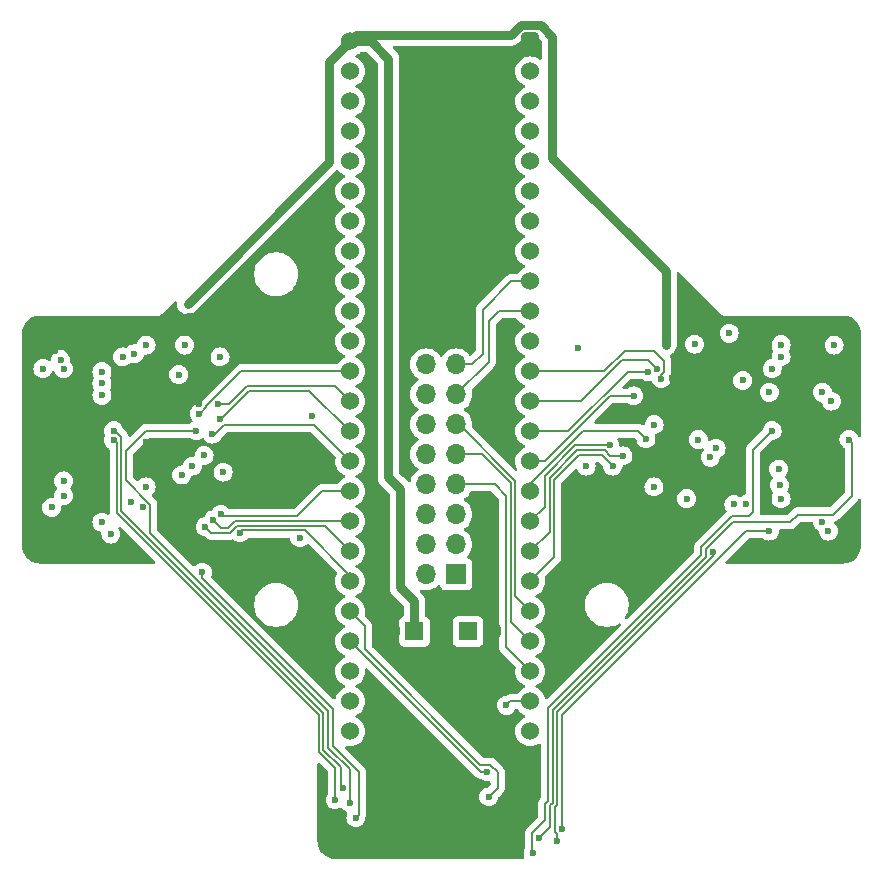
<source format=gbr>
%TF.GenerationSoftware,KiCad,Pcbnew,8.0.1*%
%TF.CreationDate,2024-04-19T02:09:13-07:00*%
%TF.ProjectId,CMOD_A7_Lower,434d4f44-5f41-4375-9f4c-6f7765722e6b,rev?*%
%TF.SameCoordinates,Original*%
%TF.FileFunction,Copper,L2,Inr*%
%TF.FilePolarity,Positive*%
%FSLAX46Y46*%
G04 Gerber Fmt 4.6, Leading zero omitted, Abs format (unit mm)*
G04 Created by KiCad (PCBNEW 8.0.1) date 2024-04-19 02:09:13*
%MOMM*%
%LPD*%
G01*
G04 APERTURE LIST*
G04 Aperture macros list*
%AMRoundRect*
0 Rectangle with rounded corners*
0 $1 Rounding radius*
0 $2 $3 $4 $5 $6 $7 $8 $9 X,Y pos of 4 corners*
0 Add a 4 corners polygon primitive as box body*
4,1,4,$2,$3,$4,$5,$6,$7,$8,$9,$2,$3,0*
0 Add four circle primitives for the rounded corners*
1,1,$1+$1,$2,$3*
1,1,$1+$1,$4,$5*
1,1,$1+$1,$6,$7*
1,1,$1+$1,$8,$9*
0 Add four rect primitives between the rounded corners*
20,1,$1+$1,$2,$3,$4,$5,0*
20,1,$1+$1,$4,$5,$6,$7,0*
20,1,$1+$1,$6,$7,$8,$9,0*
20,1,$1+$1,$8,$9,$2,$3,0*%
G04 Aperture macros list end*
%TA.AperFunction,ComponentPad*%
%ADD10R,1.600000X1.600000*%
%TD*%
%TA.AperFunction,ComponentPad*%
%ADD11C,1.600000*%
%TD*%
%TA.AperFunction,ComponentPad*%
%ADD12R,1.700000X1.700000*%
%TD*%
%TA.AperFunction,ComponentPad*%
%ADD13O,1.700000X1.700000*%
%TD*%
%TA.AperFunction,ComponentPad*%
%ADD14C,1.524000*%
%TD*%
%TA.AperFunction,ComponentPad*%
%ADD15RoundRect,0.381000X-0.381000X-0.381000X0.381000X-0.381000X0.381000X0.381000X-0.381000X0.381000X0*%
%TD*%
%TA.AperFunction,ViaPad*%
%ADD16C,0.600000*%
%TD*%
%TA.AperFunction,Conductor*%
%ADD17C,0.800000*%
%TD*%
%TA.AperFunction,Conductor*%
%ADD18C,0.200000*%
%TD*%
G04 APERTURE END LIST*
D10*
%TO.N,+12V*%
%TO.C,C9*%
X88250000Y-104250000D03*
D11*
%TO.N,GND*%
X90250000Y-104250000D03*
%TD*%
D12*
%TO.N,+12V*%
%TO.C,J17*%
X87250000Y-99410000D03*
D13*
%TO.N,+3.3V*%
X84710000Y-99410000D03*
%TO.N,+12V*%
X87250000Y-96870000D03*
%TO.N,+3.3V*%
X84710000Y-96870000D03*
%TO.N,/FPGA5*%
X87250000Y-94330000D03*
%TO.N,/SDA*%
X84710000Y-94330000D03*
%TO.N,/FPGA4*%
X87250000Y-91790000D03*
%TO.N,/SCL*%
X84710000Y-91790000D03*
%TO.N,/FPGA3*%
X87250000Y-89250000D03*
%TO.N,/FPGA9*%
X84710000Y-89250000D03*
%TO.N,/FPGA2*%
X87250000Y-86710000D03*
%TO.N,/FPGA8*%
X84710000Y-86710000D03*
%TO.N,/FPGA1*%
X87250000Y-84170000D03*
%TO.N,/FPGA7*%
X84710000Y-84170000D03*
%TO.N,/FPGA0*%
X87250000Y-81630000D03*
%TO.N,/FPGA6*%
X84710000Y-81630000D03*
%TO.N,GND*%
X87250000Y-79090000D03*
X84710000Y-79090000D03*
X87250000Y-76550000D03*
X84710000Y-76550000D03*
%TD*%
D10*
%TO.N,+3.3V*%
%TO.C,C10*%
X83705113Y-104250000D03*
D11*
%TO.N,GND*%
X81705113Y-104250000D03*
%TD*%
D14*
%TO.N,/FPGA9*%
%TO.C,U5*%
X78270000Y-112700000D03*
%TO.N,/FPGA8*%
X78270000Y-110160000D03*
%TO.N,/FPGA7*%
X78270000Y-107620000D03*
%TO.N,/SDA*%
X78270000Y-105080000D03*
%TO.N,/SCL*%
X78270000Y-102540000D03*
%TO.N,/INA_10*%
X78270000Y-100000000D03*
%TO.N,/INB_10*%
X78270000Y-97460000D03*
%TO.N,/INA_11*%
X78270000Y-94920000D03*
%TO.N,/INB_11*%
X78270000Y-92380000D03*
%TO.N,/INA_00*%
X78270000Y-89840000D03*
%TO.N,/INB_00*%
X78270000Y-87300000D03*
%TO.N,/INA_01*%
X78270000Y-84760000D03*
%TO.N,/INB_01*%
X78270000Y-82220000D03*
%TO.N,/EA_11*%
X78270000Y-79680000D03*
%TO.N,unconnected-(U5-A1-Pad15)*%
X78270000Y-77140000D03*
%TO.N,unconnected-(U5-A2-Pad16)*%
X78270000Y-74600000D03*
%TO.N,/EB_11*%
X78270000Y-72060000D03*
%TO.N,/EA_10*%
X78270000Y-69520000D03*
%TO.N,/EB_10*%
X78270000Y-66980000D03*
%TO.N,/EA_01*%
X78270000Y-64440000D03*
%TO.N,/EB_01*%
X78270000Y-61900000D03*
%TO.N,/EA_00*%
X78270000Y-59360000D03*
%TO.N,/EB_00*%
X78270000Y-56820000D03*
%TO.N,+3.3V*%
X78270000Y-54280000D03*
D15*
%TO.N,GND*%
X93510000Y-54280000D03*
D14*
%TO.N,/EB_20*%
X93510000Y-56820000D03*
%TO.N,/EA_20*%
X93510000Y-59360000D03*
%TO.N,/EB_21*%
X93510000Y-61900000D03*
%TO.N,/EA_21*%
X93510000Y-64440000D03*
%TO.N,/EB_30*%
X93510000Y-66980000D03*
%TO.N,/EA_30*%
X93510000Y-69520000D03*
%TO.N,/EB_31*%
X93510000Y-72060000D03*
%TO.N,/FPGA0*%
X93510000Y-74600000D03*
%TO.N,/FPGA1*%
X93510000Y-77140000D03*
%TO.N,/EA_31*%
X93510000Y-79680000D03*
%TO.N,/INB_21*%
X93510000Y-82220000D03*
%TO.N,/INA_21*%
X93510000Y-84760000D03*
%TO.N,/INB_20*%
X93510000Y-87300000D03*
%TO.N,/INA_20*%
X93510000Y-89840000D03*
%TO.N,/INB_31*%
X93510000Y-92380000D03*
%TO.N,/INA_31*%
X93510000Y-94920000D03*
%TO.N,/INB_30*%
X93510000Y-97460000D03*
%TO.N,/INA_30*%
X93510000Y-100000000D03*
%TO.N,/FPGA2*%
X93510000Y-102540000D03*
%TO.N,/FPGA3*%
X93510000Y-105080000D03*
%TO.N,/FPGA4*%
X93510000Y-107620000D03*
%TO.N,/FPGA5*%
X93510000Y-110160000D03*
%TO.N,/FPGA6*%
X93510000Y-112700000D03*
%TD*%
D16*
%TO.N,GND*%
X114000000Y-96750000D03*
X51750000Y-91750000D03*
X54250000Y-88000000D03*
X65500000Y-85000000D03*
X51250000Y-80500000D03*
X104750000Y-88000000D03*
X64712132Y-77560662D03*
X117250000Y-88000000D03*
X109000000Y-86750000D03*
X101000000Y-94250000D03*
X115000000Y-86250000D03*
X105500000Y-82750000D03*
X58500000Y-84250000D03*
X91750000Y-88750000D03*
X61000000Y-88250000D03*
X53250000Y-80500000D03*
%TO.N,/VM0*%
X67250000Y-81000000D03*
%TO.N,/VM2*%
X104000000Y-86750000D03*
%TO.N,/VM1*%
X67506372Y-90756372D03*
%TO.N,/VM3*%
X103988603Y-92011397D03*
%TO.N,+3.3V*%
X105000000Y-80000000D03*
X59000000Y-81000000D03*
X53000000Y-93750000D03*
X60750000Y-93750000D03*
X107750000Y-88000000D03*
X114750000Y-93000000D03*
X52250000Y-82000000D03*
X106750000Y-93000000D03*
X114000000Y-82000000D03*
X65898111Y-89350000D03*
X64500000Y-76500000D03*
X119250000Y-80000000D03*
%TO.N,/MA_00*%
X63750000Y-82500000D03*
X57250000Y-84250000D03*
%TO.N,/EB_00*%
X53747017Y-81241051D03*
%TO.N,/MB_00*%
X57250000Y-83250000D03*
X64250000Y-80000000D03*
%TO.N,/EA_00*%
X54000000Y-82000000D03*
%TO.N,/EB_20*%
X113750000Y-84000000D03*
%TO.N,/EA_20*%
X111500000Y-83000000D03*
%TO.N,/EB_01*%
X61000000Y-80000000D03*
%TO.N,/EA_01*%
X60000000Y-80750000D03*
%TO.N,/EA_21*%
X119000000Y-84750000D03*
%TO.N,/MB_21*%
X114750000Y-81000000D03*
X107424265Y-79924265D03*
%TO.N,/EB_21*%
X118250000Y-84000000D03*
%TO.N,/MA_21*%
X110351472Y-79000000D03*
X114750000Y-79965533D03*
%TO.N,/EA_10*%
X54000000Y-92750000D03*
%TO.N,/EB_10*%
X54000000Y-91500000D03*
%TO.N,/MB_10*%
X57250000Y-95000000D03*
X64900000Y-90250000D03*
%TO.N,/MA_10*%
X58000000Y-96000000D03*
X64000000Y-91000000D03*
%TO.N,/EA_30*%
X110750000Y-93500000D03*
%TO.N,/EB_30*%
X111750000Y-93500000D03*
%TO.N,/EA_11*%
X59750000Y-93250000D03*
%TO.N,/EB_11*%
X61000000Y-92000000D03*
%TO.N,/EB_31*%
X118250000Y-94950000D03*
%TO.N,/MB_31*%
X108750000Y-89500000D03*
X114625000Y-91875000D03*
%TO.N,/MA_31*%
X109250000Y-88750000D03*
X114549265Y-90500000D03*
%TO.N,/EA_31*%
X118750000Y-95750000D03*
%TO.N,/SW_00*%
X57250000Y-82250000D03*
X58250000Y-87250000D03*
X77650000Y-117500000D03*
%TO.N,/SW_01*%
X58250000Y-88050003D03*
X77000000Y-118500000D03*
%TO.N,/SW_10*%
X78250000Y-118750000D03*
X65250000Y-87250000D03*
%TO.N,/SW_11*%
X65750000Y-99250000D03*
X78744954Y-120013877D03*
%TO.N,/SW_20*%
X114000000Y-87250000D03*
X93750000Y-123000000D03*
%TO.N,/SW_21*%
X95750000Y-122000000D03*
X109000000Y-97500000D03*
%TO.N,/SW_30*%
X94250000Y-121750000D03*
X120500000Y-88000000D03*
%TO.N,/SW_31*%
X96200000Y-121000000D03*
X113750000Y-95750000D03*
%TO.N,+12V*%
X98250000Y-90250000D03*
X97537500Y-80287500D03*
X75000000Y-86000000D03*
X74000000Y-96300000D03*
%TO.N,/SDA*%
X89875000Y-116125000D03*
%TO.N,/SCL*%
X90000000Y-118250000D03*
%TO.N,/INA_01*%
X67100000Y-85000000D03*
%TO.N,/INA_00*%
X66600000Y-87545074D03*
%TO.N,/INB_00*%
X67250000Y-86250000D03*
%TO.N,/INB_01*%
X65500000Y-85800003D03*
%TO.N,/INA_21*%
X104264656Y-82014058D03*
%TO.N,/INB_20*%
X103500000Y-82249231D03*
%TO.N,/INA_20*%
X102266686Y-84306205D03*
%TO.N,/INB_21*%
X104595804Y-82835664D03*
%TO.N,/INB_11*%
X67325735Y-94325735D03*
%TO.N,/INA_11*%
X66681709Y-94800324D03*
%TO.N,/INB_10*%
X66000000Y-95377423D03*
%TO.N,/INA_10*%
X68950636Y-95900000D03*
%TO.N,/INA_30*%
X100500000Y-90250000D03*
%TO.N,/INB_31*%
X103310662Y-87939338D03*
%TO.N,/INB_30*%
X101363603Y-89386397D03*
%TO.N,/INA_31*%
X100250000Y-88500000D03*
%TO.N,/FPGA5*%
X91500000Y-110500000D03*
%TD*%
D17*
%TO.N,+3.3V*%
X81500000Y-55750000D02*
X81500000Y-91160000D01*
X80030000Y-54280000D02*
X81500000Y-55750000D01*
X94418000Y-52918000D02*
X92722656Y-52918000D01*
X105000000Y-73750000D02*
X95382745Y-64132745D01*
X92722656Y-52918000D02*
X91890656Y-53750000D01*
X64500000Y-76500000D02*
X76500000Y-64500000D01*
X105000000Y-80000000D02*
X105000000Y-73750000D01*
X82500000Y-100500000D02*
X83705113Y-101705113D01*
X76500000Y-56050000D02*
X78270000Y-54280000D01*
X95382745Y-53882745D02*
X94418000Y-52918000D01*
X76500000Y-64500000D02*
X76500000Y-56050000D01*
X82500000Y-92160000D02*
X82500000Y-100500000D01*
X81500000Y-91160000D02*
X82500000Y-92160000D01*
X78800000Y-53750000D02*
X78270000Y-54280000D01*
X78270000Y-54280000D02*
X80030000Y-54280000D01*
X91890656Y-53750000D02*
X78800000Y-53750000D01*
X95382745Y-64132745D02*
X95382745Y-53882745D01*
X83705113Y-101705113D02*
X83705113Y-104250000D01*
D18*
%TO.N,/SW_00*%
X76000000Y-114250000D02*
X76000000Y-111131372D01*
X58900000Y-94031372D02*
X58900000Y-87801471D01*
X58900000Y-87801471D02*
X58348529Y-87250000D01*
X76000000Y-111131372D02*
X58900000Y-94031372D01*
X77650000Y-117500000D02*
X77500000Y-117350000D01*
X58348529Y-87250000D02*
X58250000Y-87250000D01*
X77500000Y-117350000D02*
X77500000Y-115750000D01*
X77500000Y-115750000D02*
X76000000Y-114250000D01*
%TO.N,/SW_01*%
X75600000Y-111297058D02*
X75600000Y-114415685D01*
X58500000Y-88300003D02*
X58500000Y-94197058D01*
X77000000Y-115815686D02*
X77000000Y-118500000D01*
X75600000Y-114415685D02*
X77000000Y-115815686D01*
X58500000Y-94197058D02*
X75600000Y-111297058D01*
X58250000Y-88050003D02*
X58500000Y-88300003D01*
%TO.N,/SW_10*%
X76400000Y-110965686D02*
X61350000Y-95915686D01*
X76400000Y-114084314D02*
X76400000Y-110965686D01*
X59300000Y-91451471D02*
X59300000Y-88950000D01*
X78250000Y-118750000D02*
X78250000Y-115934314D01*
X61350000Y-95915686D02*
X61350000Y-93501471D01*
X78250000Y-115934314D02*
X76400000Y-114084314D01*
X61350000Y-93501471D02*
X59300000Y-91451471D01*
X61000000Y-87250000D02*
X65250000Y-87250000D01*
X59300000Y-88950000D02*
X61000000Y-87250000D01*
%TO.N,/SW_11*%
X76800000Y-110800000D02*
X76800000Y-113918628D01*
X65750000Y-99250000D02*
X65750000Y-99750000D01*
X76800000Y-113918628D02*
X79000000Y-116118628D01*
X79000000Y-116118628D02*
X79000000Y-119758831D01*
X65750000Y-99750000D02*
X76800000Y-110800000D01*
X79000000Y-119758831D02*
X78744954Y-120013877D01*
%TO.N,/SW_20*%
X95000000Y-110750000D02*
X107985050Y-97764950D01*
X93750000Y-123000000D02*
X93650000Y-122900000D01*
X112000000Y-94500000D02*
X112350000Y-94150000D01*
X112350000Y-94150000D02*
X112350000Y-88900000D01*
X107985050Y-97100736D02*
X110585786Y-94500000D01*
X95000000Y-118618630D02*
X95000000Y-110750000D01*
X93650000Y-122900000D02*
X93650000Y-121350000D01*
X93650000Y-121350000D02*
X94800000Y-120200000D01*
X110585786Y-94500000D02*
X112000000Y-94500000D01*
X112350000Y-88900000D02*
X114000000Y-87250000D01*
X94800000Y-118818630D02*
X95000000Y-118618630D01*
X107985050Y-97764950D02*
X107985050Y-97100736D01*
X94800000Y-120200000D02*
X94800000Y-118818630D01*
%TO.N,/SW_21*%
X95800000Y-118950000D02*
X95600000Y-119150000D01*
X109000000Y-97881372D02*
X95800000Y-111081372D01*
X95600000Y-119150000D02*
X95600000Y-121248529D01*
X95600000Y-121248529D02*
X95750000Y-121398529D01*
X109000000Y-97500000D02*
X109000000Y-97881372D01*
X95800000Y-111081372D02*
X95800000Y-118950000D01*
X95750000Y-121398529D02*
X95750000Y-122000000D01*
%TO.N,/SW_30*%
X120750000Y-88250000D02*
X120750000Y-92750000D01*
X95200000Y-120800000D02*
X94250000Y-121750000D01*
X115500000Y-95000000D02*
X110651471Y-95000000D01*
X95400000Y-110915686D02*
X95400000Y-118784315D01*
X110651471Y-95000000D02*
X108385050Y-97266421D01*
X108385050Y-97930636D02*
X95400000Y-110915686D01*
X119150000Y-94350000D02*
X116150000Y-94350000D01*
X108385050Y-97266421D02*
X108385050Y-97930636D01*
X116150000Y-94350000D02*
X115500000Y-95000000D01*
X120500000Y-88000000D02*
X120750000Y-88250000D01*
X95400000Y-118784315D02*
X95200000Y-118984315D01*
X120750000Y-92750000D02*
X119150000Y-94350000D01*
X95200000Y-118984315D02*
X95200000Y-120800000D01*
%TO.N,/SW_31*%
X111750000Y-95750000D02*
X96200000Y-111300000D01*
X113750000Y-95750000D02*
X111750000Y-95750000D01*
X96200000Y-111300000D02*
X96200000Y-121000000D01*
%TO.N,/FPGA0*%
X89500000Y-80750000D02*
X89500000Y-77000000D01*
X89500000Y-77000000D02*
X91900000Y-74600000D01*
X91900000Y-74600000D02*
X93510000Y-74600000D01*
X88620000Y-81630000D02*
X89500000Y-80750000D01*
X87250000Y-81630000D02*
X88620000Y-81630000D01*
%TO.N,/FPGA1*%
X90000000Y-78000000D02*
X90860000Y-77140000D01*
X90000000Y-81420000D02*
X90000000Y-78000000D01*
X90860000Y-77140000D02*
X93510000Y-77140000D01*
X87250000Y-84170000D02*
X90000000Y-81420000D01*
%TO.N,/FPGA3*%
X93510000Y-105080000D02*
X91850000Y-103420000D01*
X91850000Y-103420000D02*
X91850000Y-91665686D01*
X91850000Y-91665686D02*
X89434314Y-89250000D01*
X89434314Y-89250000D02*
X87250000Y-89250000D01*
%TO.N,/FPGA2*%
X92250000Y-101280000D02*
X92250000Y-91500000D01*
X87460000Y-86710000D02*
X87250000Y-86710000D01*
X92250000Y-91500000D02*
X87460000Y-86710000D01*
X93510000Y-102540000D02*
X92250000Y-101280000D01*
%TO.N,/SDA*%
X78270000Y-105080000D02*
X89315000Y-116125000D01*
X89315000Y-116125000D02*
X89875000Y-116125000D01*
%TO.N,/SCL*%
X89280686Y-115525000D02*
X90123529Y-115525000D01*
X79500000Y-105744314D02*
X89280686Y-115525000D01*
X78270000Y-102540000D02*
X79500000Y-103770000D01*
X79500000Y-103770000D02*
X79500000Y-105744314D01*
X90750000Y-117500000D02*
X90000000Y-118250000D01*
X90750000Y-116151471D02*
X90750000Y-117500000D01*
X90123529Y-115525000D02*
X90750000Y-116151471D01*
%TO.N,/INA_01*%
X67100000Y-85000000D02*
X68000001Y-85000000D01*
X76960000Y-83450000D02*
X78270000Y-84760000D01*
X68000001Y-85000000D02*
X69550001Y-83450000D01*
X69550001Y-83450000D02*
X76960000Y-83450000D01*
%TO.N,/INA_00*%
X75180000Y-86750000D02*
X78270000Y-89840000D01*
X66828823Y-87545074D02*
X67623897Y-86750000D01*
X66600000Y-87545074D02*
X66828823Y-87545074D01*
X67623897Y-86750000D02*
X75180000Y-86750000D01*
%TO.N,/INB_00*%
X67315686Y-86250000D02*
X69715686Y-83850000D01*
X67250000Y-86250000D02*
X67315686Y-86250000D01*
X74820000Y-83850000D02*
X78270000Y-87300000D01*
X69715686Y-83850000D02*
X74820000Y-83850000D01*
%TO.N,/INB_01*%
X65548526Y-85800003D02*
X66100000Y-85248529D01*
X65500000Y-85800003D02*
X65548526Y-85800003D01*
X66100000Y-85248529D02*
X66100000Y-85150000D01*
X66100000Y-85150000D02*
X69030000Y-82220000D01*
X69030000Y-82220000D02*
X78270000Y-82220000D01*
%TO.N,/INA_21*%
X103500598Y-81250000D02*
X101315686Y-81250000D01*
X104264656Y-82014058D02*
X103500598Y-81250000D01*
X97805686Y-84760000D02*
X93510000Y-84760000D01*
X101315686Y-81250000D02*
X97805686Y-84760000D01*
%TO.N,/INB_20*%
X103500000Y-82249231D02*
X101750769Y-82249231D01*
X101750769Y-82249231D02*
X96700000Y-87300000D01*
X96700000Y-87300000D02*
X93510000Y-87300000D01*
%TO.N,/INA_20*%
X94725686Y-89840000D02*
X93510000Y-89840000D01*
X100259481Y-84306205D02*
X94725686Y-89840000D01*
X102266686Y-84306205D02*
X100259481Y-84306205D01*
%TO.N,/INB_21*%
X99780000Y-82220000D02*
X93510000Y-82220000D01*
X104864656Y-82262587D02*
X104864656Y-81364656D01*
X104595804Y-82531439D02*
X104864656Y-82262587D01*
X104595804Y-82835664D02*
X104595804Y-82531439D01*
X104864656Y-81364656D02*
X104000000Y-80500000D01*
X104000000Y-80500000D02*
X101500000Y-80500000D01*
X101500000Y-80500000D02*
X99780000Y-82220000D01*
%TO.N,/INB_11*%
X67500000Y-94500000D02*
X73750000Y-94500000D01*
X73750000Y-94500000D02*
X75870000Y-92380000D01*
X75870000Y-92380000D02*
X78270000Y-92380000D01*
X67325735Y-94325735D02*
X67500000Y-94500000D01*
%TO.N,/INA_11*%
X67367170Y-95485785D02*
X67950636Y-95485785D01*
X66681709Y-94800324D02*
X67367170Y-95485785D01*
X67950636Y-95485785D02*
X68536422Y-94900000D01*
X78250000Y-94900000D02*
X78270000Y-94920000D01*
X68536422Y-94900000D02*
X78250000Y-94900000D01*
%TO.N,/INB_10*%
X66000000Y-95377423D02*
X66508362Y-95885785D01*
X68116322Y-95885785D02*
X68702107Y-95300000D01*
X68702107Y-95300000D02*
X76110000Y-95300000D01*
X66508362Y-95885785D02*
X68116322Y-95885785D01*
X76110000Y-95300000D02*
X78270000Y-97460000D01*
%TO.N,/INA_10*%
X68950636Y-95900000D02*
X69150636Y-95700000D01*
X78270000Y-99520000D02*
X78270000Y-100000000D01*
X74450000Y-95700000D02*
X78270000Y-99520000D01*
X69150636Y-95700000D02*
X74450000Y-95700000D01*
%TO.N,/INA_30*%
X95550000Y-97960000D02*
X93510000Y-100000000D01*
X99550000Y-89300000D02*
X97647058Y-89300000D01*
X95550000Y-91397058D02*
X95550000Y-97960000D01*
X100500000Y-90250000D02*
X99550000Y-89300000D01*
X97647058Y-89300000D02*
X95550000Y-91397058D01*
%TO.N,/INB_31*%
X102621324Y-87250000D02*
X98000000Y-87250000D01*
X103310662Y-87939338D02*
X102621324Y-87250000D01*
X98000000Y-87250000D02*
X93510000Y-91740000D01*
X93510000Y-91740000D02*
X93510000Y-92380000D01*
%TO.N,/INB_30*%
X100287868Y-89386397D02*
X99801471Y-88900000D01*
X95150000Y-91231372D02*
X95150000Y-95820000D01*
X99801471Y-88900000D02*
X97481372Y-88900000D01*
X101363603Y-89386397D02*
X100287868Y-89386397D01*
X95150000Y-95820000D02*
X93510000Y-97460000D01*
X97481372Y-88900000D02*
X95150000Y-91231372D01*
%TO.N,/INA_31*%
X100250000Y-88500000D02*
X97315686Y-88500000D01*
X97315686Y-88500000D02*
X94750000Y-91065686D01*
X94750000Y-91065686D02*
X94750000Y-93680000D01*
X94750000Y-93680000D02*
X93510000Y-94920000D01*
%TO.N,/FPGA5*%
X91840000Y-110160000D02*
X93510000Y-110160000D01*
X91500000Y-110500000D02*
X91840000Y-110160000D01*
%TO.N,/FPGA4*%
X87250000Y-91790000D02*
X90490000Y-91790000D01*
X90490000Y-91790000D02*
X91450000Y-92750000D01*
X91450000Y-92750000D02*
X91450000Y-105560000D01*
X91450000Y-105560000D02*
X93510000Y-107620000D01*
%TD*%
%TA.AperFunction,Conductor*%
%TO.N,GND*%
G36*
X79672677Y-55200185D02*
G01*
X79693319Y-55216819D01*
X80563181Y-56086681D01*
X80596666Y-56148004D01*
X80599500Y-56174362D01*
X80599500Y-91248696D01*
X80634103Y-91422658D01*
X80634105Y-91422666D01*
X80665378Y-91498165D01*
X80701985Y-91586544D01*
X80748940Y-91656817D01*
X80748942Y-91656819D01*
X80800534Y-91734034D01*
X80800538Y-91734039D01*
X81563181Y-92496680D01*
X81596666Y-92558003D01*
X81599500Y-92584361D01*
X81599500Y-100588696D01*
X81634103Y-100762658D01*
X81634105Y-100762666D01*
X81665815Y-100839220D01*
X81701984Y-100926542D01*
X81701985Y-100926543D01*
X81701987Y-100926547D01*
X81731574Y-100970826D01*
X81754841Y-101005647D01*
X81754841Y-101005648D01*
X81800537Y-101074038D01*
X81800540Y-101074041D01*
X82768294Y-102041794D01*
X82801779Y-102103117D01*
X82804613Y-102129475D01*
X82804613Y-102867209D01*
X82784928Y-102934248D01*
X82732124Y-102980003D01*
X82723946Y-102983391D01*
X82662784Y-103006202D01*
X82662777Y-103006206D01*
X82547568Y-103092452D01*
X82547565Y-103092455D01*
X82461319Y-103207664D01*
X82461315Y-103207671D01*
X82411021Y-103342517D01*
X82404703Y-103401290D01*
X82404614Y-103402123D01*
X82404613Y-103402135D01*
X82404613Y-105097870D01*
X82404614Y-105097876D01*
X82411021Y-105157483D01*
X82461315Y-105292328D01*
X82461319Y-105292335D01*
X82547565Y-105407544D01*
X82547568Y-105407547D01*
X82662777Y-105493793D01*
X82662784Y-105493797D01*
X82797630Y-105544091D01*
X82797629Y-105544091D01*
X82804557Y-105544835D01*
X82857240Y-105550500D01*
X84552985Y-105550499D01*
X84612596Y-105544091D01*
X84747444Y-105493796D01*
X84862659Y-105407546D01*
X84948909Y-105292331D01*
X84999204Y-105157483D01*
X85005613Y-105097873D01*
X85005613Y-105097870D01*
X86949500Y-105097870D01*
X86949501Y-105097876D01*
X86955908Y-105157483D01*
X87006202Y-105292328D01*
X87006206Y-105292335D01*
X87092452Y-105407544D01*
X87092455Y-105407547D01*
X87207664Y-105493793D01*
X87207671Y-105493797D01*
X87342517Y-105544091D01*
X87342516Y-105544091D01*
X87349444Y-105544835D01*
X87402127Y-105550500D01*
X89097872Y-105550499D01*
X89157483Y-105544091D01*
X89292331Y-105493796D01*
X89407546Y-105407546D01*
X89493796Y-105292331D01*
X89544091Y-105157483D01*
X89550500Y-105097873D01*
X89550499Y-103402128D01*
X89544091Y-103342517D01*
X89499418Y-103222743D01*
X89493797Y-103207671D01*
X89493793Y-103207664D01*
X89407547Y-103092455D01*
X89407544Y-103092452D01*
X89292335Y-103006206D01*
X89292328Y-103006202D01*
X89157482Y-102955908D01*
X89157483Y-102955908D01*
X89097883Y-102949501D01*
X89097881Y-102949500D01*
X89097873Y-102949500D01*
X89097864Y-102949500D01*
X87402129Y-102949500D01*
X87402123Y-102949501D01*
X87342516Y-102955908D01*
X87207671Y-103006202D01*
X87207664Y-103006206D01*
X87092455Y-103092452D01*
X87092452Y-103092455D01*
X87006206Y-103207664D01*
X87006202Y-103207671D01*
X86955908Y-103342517D01*
X86949590Y-103401290D01*
X86949501Y-103402123D01*
X86949500Y-103402135D01*
X86949500Y-105097870D01*
X85005613Y-105097870D01*
X85005612Y-103402128D01*
X84999204Y-103342517D01*
X84954531Y-103222743D01*
X84948910Y-103207671D01*
X84948906Y-103207664D01*
X84862660Y-103092455D01*
X84862657Y-103092452D01*
X84747448Y-103006206D01*
X84747441Y-103006202D01*
X84686280Y-102983391D01*
X84630346Y-102941520D01*
X84605929Y-102876056D01*
X84605613Y-102867209D01*
X84605613Y-101616421D01*
X84605612Y-101616420D01*
X84596215Y-101569174D01*
X84571008Y-101442447D01*
X84532344Y-101349106D01*
X84503126Y-101278566D01*
X84437124Y-101179788D01*
X84404577Y-101131077D01*
X84404575Y-101131075D01*
X84404573Y-101131072D01*
X84178877Y-100905376D01*
X84145392Y-100844053D01*
X84150376Y-100774361D01*
X84192248Y-100718428D01*
X84257712Y-100694011D01*
X84298649Y-100697919D01*
X84474592Y-100745063D01*
X84651034Y-100760500D01*
X84709999Y-100765659D01*
X84710000Y-100765659D01*
X84710001Y-100765659D01*
X84768966Y-100760500D01*
X84945408Y-100745063D01*
X85173663Y-100683903D01*
X85387830Y-100584035D01*
X85581401Y-100448495D01*
X85703329Y-100326566D01*
X85764648Y-100293084D01*
X85834340Y-100298068D01*
X85890274Y-100339939D01*
X85907189Y-100370917D01*
X85956202Y-100502328D01*
X85956206Y-100502335D01*
X86042452Y-100617544D01*
X86042455Y-100617547D01*
X86157664Y-100703793D01*
X86157671Y-100703797D01*
X86292517Y-100754091D01*
X86292516Y-100754091D01*
X86299444Y-100754835D01*
X86352127Y-100760500D01*
X88147872Y-100760499D01*
X88207483Y-100754091D01*
X88342331Y-100703796D01*
X88457546Y-100617546D01*
X88543796Y-100502331D01*
X88594091Y-100367483D01*
X88600500Y-100307873D01*
X88600499Y-98512128D01*
X88594091Y-98452517D01*
X88592810Y-98449083D01*
X88543797Y-98317671D01*
X88543793Y-98317664D01*
X88457547Y-98202455D01*
X88457544Y-98202452D01*
X88342335Y-98116206D01*
X88342328Y-98116202D01*
X88210917Y-98067189D01*
X88154983Y-98025318D01*
X88130566Y-97959853D01*
X88145418Y-97891580D01*
X88166563Y-97863332D01*
X88288495Y-97741401D01*
X88424035Y-97547830D01*
X88523903Y-97333663D01*
X88585063Y-97105408D01*
X88605659Y-96870000D01*
X88585063Y-96634592D01*
X88523903Y-96406337D01*
X88424035Y-96192171D01*
X88420641Y-96187323D01*
X88288494Y-95998597D01*
X88121402Y-95831506D01*
X88121396Y-95831501D01*
X87935842Y-95701575D01*
X87892217Y-95646998D01*
X87885023Y-95577500D01*
X87916546Y-95515145D01*
X87935842Y-95498425D01*
X88001769Y-95452262D01*
X88121401Y-95368495D01*
X88288495Y-95201401D01*
X88424035Y-95007830D01*
X88523903Y-94793663D01*
X88585063Y-94565408D01*
X88605659Y-94330000D01*
X88605397Y-94327011D01*
X88587111Y-94118001D01*
X88585063Y-94094592D01*
X88527514Y-93879815D01*
X88523905Y-93866344D01*
X88523904Y-93866343D01*
X88523903Y-93866337D01*
X88424035Y-93652171D01*
X88420641Y-93647323D01*
X88288494Y-93458597D01*
X88121402Y-93291506D01*
X88121396Y-93291501D01*
X87935842Y-93161575D01*
X87892217Y-93106998D01*
X87885023Y-93037500D01*
X87916546Y-92975145D01*
X87935842Y-92958425D01*
X87977502Y-92929254D01*
X88121401Y-92828495D01*
X88288495Y-92661401D01*
X88424035Y-92467830D01*
X88426707Y-92462097D01*
X88472878Y-92409658D01*
X88539091Y-92390500D01*
X90189903Y-92390500D01*
X90256942Y-92410185D01*
X90277584Y-92426819D01*
X90813181Y-92962416D01*
X90846666Y-93023739D01*
X90849500Y-93050097D01*
X90849500Y-105473330D01*
X90849499Y-105473348D01*
X90849499Y-105639054D01*
X90849498Y-105639054D01*
X90890423Y-105791785D01*
X90919358Y-105841900D01*
X90919359Y-105841904D01*
X90919360Y-105841904D01*
X90969479Y-105928714D01*
X90969481Y-105928717D01*
X91088349Y-106047585D01*
X91088355Y-106047590D01*
X92249084Y-107208319D01*
X92282569Y-107269642D01*
X92281178Y-107328092D01*
X92261932Y-107399923D01*
X92261929Y-107399937D01*
X92242677Y-107619997D01*
X92242677Y-107620002D01*
X92261929Y-107840062D01*
X92261930Y-107840070D01*
X92319104Y-108053445D01*
X92319105Y-108053447D01*
X92319106Y-108053450D01*
X92412466Y-108253662D01*
X92412468Y-108253666D01*
X92539170Y-108434615D01*
X92539175Y-108434621D01*
X92695378Y-108590824D01*
X92695384Y-108590829D01*
X92876333Y-108717531D01*
X92876335Y-108717532D01*
X92876338Y-108717534D01*
X92995748Y-108773215D01*
X93005189Y-108777618D01*
X93057628Y-108823790D01*
X93076780Y-108890984D01*
X93056564Y-108957865D01*
X93005189Y-109002382D01*
X92876340Y-109062465D01*
X92876338Y-109062466D01*
X92695377Y-109189175D01*
X92539175Y-109345377D01*
X92426271Y-109506623D01*
X92371694Y-109550248D01*
X92324696Y-109559500D01*
X91926670Y-109559500D01*
X91926654Y-109559499D01*
X91919058Y-109559499D01*
X91760943Y-109559499D01*
X91684579Y-109579961D01*
X91608214Y-109600423D01*
X91608209Y-109600426D01*
X91471285Y-109679478D01*
X91470840Y-109679820D01*
X91470354Y-109680015D01*
X91464245Y-109683543D01*
X91463746Y-109682680D01*
X91409243Y-109704660D01*
X91320750Y-109714630D01*
X91150478Y-109774210D01*
X90997737Y-109870184D01*
X90870184Y-109997737D01*
X90774211Y-110150476D01*
X90714631Y-110320745D01*
X90714630Y-110320750D01*
X90694435Y-110499996D01*
X90694435Y-110500003D01*
X90714630Y-110679249D01*
X90714631Y-110679254D01*
X90774211Y-110849523D01*
X90852812Y-110974615D01*
X90870184Y-111002262D01*
X90997738Y-111129816D01*
X91150478Y-111225789D01*
X91241200Y-111257534D01*
X91320745Y-111285368D01*
X91320750Y-111285369D01*
X91499996Y-111305565D01*
X91500000Y-111305565D01*
X91500004Y-111305565D01*
X91679249Y-111285369D01*
X91679252Y-111285368D01*
X91679255Y-111285368D01*
X91849522Y-111225789D01*
X92002262Y-111129816D01*
X92129816Y-111002262D01*
X92225789Y-110849522D01*
X92225793Y-110849510D01*
X92225930Y-110849228D01*
X92226074Y-110849067D01*
X92229494Y-110843626D01*
X92230446Y-110844224D01*
X92272745Y-110797361D01*
X92340170Y-110779038D01*
X92406797Y-110800077D01*
X92439233Y-110831890D01*
X92451580Y-110849523D01*
X92539170Y-110974615D01*
X92539175Y-110974621D01*
X92695378Y-111130824D01*
X92695384Y-111130829D01*
X92876333Y-111257531D01*
X92876335Y-111257532D01*
X92876338Y-111257534D01*
X92936031Y-111285369D01*
X93005189Y-111317618D01*
X93057628Y-111363790D01*
X93076780Y-111430984D01*
X93056564Y-111497865D01*
X93005189Y-111542382D01*
X92876340Y-111602465D01*
X92876338Y-111602466D01*
X92695377Y-111729175D01*
X92539175Y-111885377D01*
X92412466Y-112066338D01*
X92412465Y-112066340D01*
X92319107Y-112266548D01*
X92319104Y-112266554D01*
X92261930Y-112479929D01*
X92261929Y-112479937D01*
X92242677Y-112699997D01*
X92242677Y-112700002D01*
X92261929Y-112920062D01*
X92261930Y-112920070D01*
X92319104Y-113133445D01*
X92319105Y-113133447D01*
X92319106Y-113133450D01*
X92412466Y-113333662D01*
X92412468Y-113333666D01*
X92539170Y-113514615D01*
X92539175Y-113514621D01*
X92695378Y-113670824D01*
X92695384Y-113670829D01*
X92876333Y-113797531D01*
X92876335Y-113797532D01*
X92876338Y-113797534D01*
X93076550Y-113890894D01*
X93289932Y-113948070D01*
X93447123Y-113961822D01*
X93509998Y-113967323D01*
X93510000Y-113967323D01*
X93510002Y-113967323D01*
X93565017Y-113962509D01*
X93730068Y-113948070D01*
X93943450Y-113890894D01*
X94143662Y-113797534D01*
X94204377Y-113755020D01*
X94270582Y-113732694D01*
X94338350Y-113749704D01*
X94386163Y-113800652D01*
X94399500Y-113856596D01*
X94399500Y-118318532D01*
X94379815Y-118385571D01*
X94363181Y-118406213D01*
X94319481Y-118449912D01*
X94319480Y-118449914D01*
X94288372Y-118503795D01*
X94240423Y-118586845D01*
X94199499Y-118739573D01*
X94199499Y-118739575D01*
X94199499Y-118907676D01*
X94199500Y-118907689D01*
X94199500Y-119899902D01*
X94179815Y-119966941D01*
X94163181Y-119987583D01*
X93169481Y-120981282D01*
X93169480Y-120981284D01*
X93141462Y-121029813D01*
X93090423Y-121118215D01*
X93049499Y-121270943D01*
X93049499Y-121270945D01*
X93049499Y-121439046D01*
X93049500Y-121439059D01*
X93049500Y-122574507D01*
X93030494Y-122640478D01*
X93024209Y-122650479D01*
X92964633Y-122820737D01*
X92964630Y-122820750D01*
X92944435Y-122999996D01*
X92944435Y-123000003D01*
X92964630Y-123179249D01*
X92964632Y-123179257D01*
X93018970Y-123334546D01*
X93022531Y-123404324D01*
X92987802Y-123464952D01*
X92925809Y-123497179D01*
X92901928Y-123499500D01*
X77004428Y-123499500D01*
X76995582Y-123499184D01*
X76967549Y-123497179D01*
X76795442Y-123484869D01*
X76777931Y-123482351D01*
X76586212Y-123440646D01*
X76569236Y-123435662D01*
X76385390Y-123367090D01*
X76369298Y-123359740D01*
X76197095Y-123265711D01*
X76182210Y-123256146D01*
X76079496Y-123179255D01*
X76025132Y-123138558D01*
X76011762Y-123126972D01*
X75873027Y-122988237D01*
X75861441Y-122974867D01*
X75817381Y-122916010D01*
X75743849Y-122817784D01*
X75734288Y-122802904D01*
X75640259Y-122630701D01*
X75632909Y-122614609D01*
X75617952Y-122574507D01*
X75564334Y-122430755D01*
X75559355Y-122413797D01*
X75517647Y-122222063D01*
X75515130Y-122204556D01*
X75513320Y-122179255D01*
X75500816Y-122004418D01*
X75500500Y-121995572D01*
X75500500Y-115464782D01*
X75520185Y-115397743D01*
X75572989Y-115351988D01*
X75642147Y-115342044D01*
X75705703Y-115371069D01*
X75712181Y-115377101D01*
X76363181Y-116028101D01*
X76396666Y-116089424D01*
X76399500Y-116115782D01*
X76399500Y-117917587D01*
X76379815Y-117984626D01*
X76372450Y-117994896D01*
X76370186Y-117997734D01*
X76274211Y-118150476D01*
X76214631Y-118320745D01*
X76214630Y-118320750D01*
X76194435Y-118499996D01*
X76194435Y-118500003D01*
X76214630Y-118679249D01*
X76214631Y-118679254D01*
X76274211Y-118849523D01*
X76353549Y-118975788D01*
X76370184Y-119002262D01*
X76497738Y-119129816D01*
X76543110Y-119158325D01*
X76635449Y-119216346D01*
X76650478Y-119225789D01*
X76820745Y-119285368D01*
X76820750Y-119285369D01*
X76999996Y-119305565D01*
X77000000Y-119305565D01*
X77000004Y-119305565D01*
X77179249Y-119285369D01*
X77179252Y-119285368D01*
X77179255Y-119285368D01*
X77349522Y-119225789D01*
X77364551Y-119216346D01*
X77426650Y-119177326D01*
X77493887Y-119158325D01*
X77560722Y-119178692D01*
X77597616Y-119216346D01*
X77620182Y-119252260D01*
X77620184Y-119252262D01*
X77747738Y-119379816D01*
X77900478Y-119475789D01*
X77900480Y-119475790D01*
X77948792Y-119492696D01*
X78005568Y-119533417D01*
X78031315Y-119598370D01*
X78020649Y-119657498D01*
X78021464Y-119657783D01*
X78019677Y-119662889D01*
X78019562Y-119663528D01*
X78019165Y-119664351D01*
X77959587Y-119834614D01*
X77959584Y-119834627D01*
X77939389Y-120013873D01*
X77939389Y-120013880D01*
X77959584Y-120193126D01*
X77959585Y-120193131D01*
X78019165Y-120363400D01*
X78115138Y-120516139D01*
X78242692Y-120643693D01*
X78395432Y-120739666D01*
X78565699Y-120799245D01*
X78565704Y-120799246D01*
X78744950Y-120819442D01*
X78744954Y-120819442D01*
X78744958Y-120819442D01*
X78924203Y-120799246D01*
X78924206Y-120799245D01*
X78924209Y-120799245D01*
X79094476Y-120739666D01*
X79247216Y-120643693D01*
X79374770Y-120516139D01*
X79470743Y-120363399D01*
X79530322Y-120193132D01*
X79548775Y-120029357D01*
X79557436Y-119995781D01*
X79559571Y-119990625D01*
X79559577Y-119990615D01*
X79600501Y-119837888D01*
X79600501Y-119679773D01*
X79600501Y-119672178D01*
X79600500Y-119672160D01*
X79600500Y-116207687D01*
X79600501Y-116207674D01*
X79600501Y-116039573D01*
X79600501Y-116039571D01*
X79559577Y-115886843D01*
X79521260Y-115820477D01*
X79521260Y-115820475D01*
X79480524Y-115749918D01*
X79480521Y-115749914D01*
X79480520Y-115749912D01*
X79368716Y-115638108D01*
X79368715Y-115638107D01*
X79364385Y-115633777D01*
X79364374Y-115633767D01*
X77870018Y-114139411D01*
X77836533Y-114078088D01*
X77841517Y-114008396D01*
X77883389Y-113952463D01*
X77948853Y-113928046D01*
X77989789Y-113931954D01*
X78049932Y-113948070D01*
X78207123Y-113961822D01*
X78269998Y-113967323D01*
X78270000Y-113967323D01*
X78270002Y-113967323D01*
X78325017Y-113962509D01*
X78490068Y-113948070D01*
X78703450Y-113890894D01*
X78903662Y-113797534D01*
X79084620Y-113670826D01*
X79240826Y-113514620D01*
X79367534Y-113333662D01*
X79460894Y-113133450D01*
X79518070Y-112920068D01*
X79537323Y-112700000D01*
X79518070Y-112479932D01*
X79460894Y-112266550D01*
X79367534Y-112066339D01*
X79240826Y-111885380D01*
X79084620Y-111729174D01*
X79084616Y-111729171D01*
X79084615Y-111729170D01*
X78903666Y-111602468D01*
X78903658Y-111602464D01*
X78774811Y-111542382D01*
X78722371Y-111496210D01*
X78703219Y-111429017D01*
X78723435Y-111362135D01*
X78774811Y-111317618D01*
X78780802Y-111314824D01*
X78903662Y-111257534D01*
X79084620Y-111130826D01*
X79240826Y-110974620D01*
X79367534Y-110793662D01*
X79460894Y-110593450D01*
X79518070Y-110380068D01*
X79537323Y-110160000D01*
X79536795Y-110153969D01*
X79520844Y-109971638D01*
X79518070Y-109939932D01*
X79460894Y-109726550D01*
X79367534Y-109526339D01*
X79240826Y-109345380D01*
X79084620Y-109189174D01*
X79084616Y-109189171D01*
X79084615Y-109189170D01*
X78903666Y-109062468D01*
X78903658Y-109062464D01*
X78774811Y-109002382D01*
X78722371Y-108956210D01*
X78703219Y-108889017D01*
X78723435Y-108822135D01*
X78774811Y-108777618D01*
X78780802Y-108774824D01*
X78903662Y-108717534D01*
X79084620Y-108590826D01*
X79240826Y-108434620D01*
X79367534Y-108253662D01*
X79460894Y-108053450D01*
X79518070Y-107840068D01*
X79537323Y-107620000D01*
X79526417Y-107495347D01*
X79540183Y-107426850D01*
X79588798Y-107376667D01*
X79656827Y-107360733D01*
X79722671Y-107384108D01*
X79737625Y-107396860D01*
X88946284Y-116605520D01*
X89083215Y-116684577D01*
X89235943Y-116725501D01*
X89292589Y-116725501D01*
X89359628Y-116745186D01*
X89369903Y-116752555D01*
X89372737Y-116754815D01*
X89372738Y-116754816D01*
X89525478Y-116850789D01*
X89695745Y-116910368D01*
X89695750Y-116910369D01*
X89874996Y-116930565D01*
X89875000Y-116930565D01*
X89875003Y-116930565D01*
X89958232Y-116921187D01*
X90011616Y-116915172D01*
X90080438Y-116927226D01*
X90131818Y-116974575D01*
X90149500Y-117038392D01*
X90149500Y-117199902D01*
X90129815Y-117266941D01*
X90113181Y-117287584D01*
X89981465Y-117419299D01*
X89920142Y-117452783D01*
X89907668Y-117454837D01*
X89820750Y-117464630D01*
X89650478Y-117524210D01*
X89497737Y-117620184D01*
X89370184Y-117747737D01*
X89274211Y-117900476D01*
X89214631Y-118070745D01*
X89214630Y-118070750D01*
X89194435Y-118249996D01*
X89194435Y-118250003D01*
X89214630Y-118429249D01*
X89214631Y-118429254D01*
X89274211Y-118599523D01*
X89362211Y-118739573D01*
X89370184Y-118752262D01*
X89497738Y-118879816D01*
X89650478Y-118975789D01*
X89820745Y-119035368D01*
X89820750Y-119035369D01*
X89999996Y-119055565D01*
X90000000Y-119055565D01*
X90000004Y-119055565D01*
X90179249Y-119035369D01*
X90179252Y-119035368D01*
X90179255Y-119035368D01*
X90349522Y-118975789D01*
X90502262Y-118879816D01*
X90629816Y-118752262D01*
X90725789Y-118599522D01*
X90785368Y-118429255D01*
X90795161Y-118342329D01*
X90822226Y-118277918D01*
X90830690Y-118268543D01*
X91108506Y-117990728D01*
X91108511Y-117990724D01*
X91118714Y-117980520D01*
X91118716Y-117980520D01*
X91230520Y-117868716D01*
X91300366Y-117747738D01*
X91309577Y-117731785D01*
X91350500Y-117579057D01*
X91350500Y-117420943D01*
X91350500Y-116240531D01*
X91350501Y-116240518D01*
X91350501Y-116072416D01*
X91350501Y-116072414D01*
X91309577Y-115919686D01*
X91230520Y-115782755D01*
X90611118Y-115163354D01*
X90611117Y-115163352D01*
X90492246Y-115044481D01*
X90492238Y-115044475D01*
X90372356Y-114975262D01*
X90372353Y-114975261D01*
X90355314Y-114965423D01*
X90202586Y-114924499D01*
X90044472Y-114924499D01*
X90036876Y-114924499D01*
X90036860Y-114924500D01*
X89580784Y-114924500D01*
X89513745Y-114904815D01*
X89493103Y-114888181D01*
X80136819Y-105531897D01*
X80103334Y-105470574D01*
X80100500Y-105444216D01*
X80100500Y-103859060D01*
X80100501Y-103859047D01*
X80100501Y-103690944D01*
X80100501Y-103690943D01*
X80059577Y-103538216D01*
X80043764Y-103510826D01*
X79980524Y-103401290D01*
X79980518Y-103401282D01*
X79786900Y-103207664D01*
X79530913Y-102951678D01*
X79497429Y-102890356D01*
X79498821Y-102831902D01*
X79501956Y-102820205D01*
X79518070Y-102760068D01*
X79537323Y-102540000D01*
X79518070Y-102319932D01*
X79460894Y-102106550D01*
X79367534Y-101906339D01*
X79240826Y-101725380D01*
X79084620Y-101569174D01*
X79084616Y-101569171D01*
X79084615Y-101569170D01*
X78903666Y-101442468D01*
X78903658Y-101442464D01*
X78774811Y-101382382D01*
X78722371Y-101336210D01*
X78703219Y-101269017D01*
X78723435Y-101202135D01*
X78774811Y-101157618D01*
X78780802Y-101154824D01*
X78903662Y-101097534D01*
X79084620Y-100970826D01*
X79240826Y-100814620D01*
X79367534Y-100633662D01*
X79460894Y-100433450D01*
X79518070Y-100220068D01*
X79537323Y-100000000D01*
X79518070Y-99779932D01*
X79460894Y-99566550D01*
X79367534Y-99366339D01*
X79240826Y-99185380D01*
X79084620Y-99029174D01*
X79084616Y-99029171D01*
X79084615Y-99029170D01*
X78903666Y-98902468D01*
X78903658Y-98902464D01*
X78774811Y-98842382D01*
X78722371Y-98796210D01*
X78703219Y-98729017D01*
X78723435Y-98662135D01*
X78774811Y-98617618D01*
X78805130Y-98603480D01*
X78903662Y-98557534D01*
X79084620Y-98430826D01*
X79240826Y-98274620D01*
X79367534Y-98093662D01*
X79460894Y-97893450D01*
X79518070Y-97680068D01*
X79537323Y-97460000D01*
X79518070Y-97239932D01*
X79460894Y-97026550D01*
X79367534Y-96826339D01*
X79282968Y-96705565D01*
X79240827Y-96645381D01*
X79215660Y-96620214D01*
X79084620Y-96489174D01*
X79084616Y-96489171D01*
X79084615Y-96489170D01*
X78903666Y-96362468D01*
X78903658Y-96362464D01*
X78774811Y-96302382D01*
X78722371Y-96256210D01*
X78703219Y-96189017D01*
X78723435Y-96122135D01*
X78774811Y-96077618D01*
X78805130Y-96063480D01*
X78903662Y-96017534D01*
X79084620Y-95890826D01*
X79240826Y-95734620D01*
X79367534Y-95553662D01*
X79460894Y-95353450D01*
X79518070Y-95140068D01*
X79532755Y-94972217D01*
X79537323Y-94920002D01*
X79537323Y-94919997D01*
X79528640Y-94820750D01*
X79518070Y-94699932D01*
X79460894Y-94486550D01*
X79367534Y-94286339D01*
X79266649Y-94142259D01*
X79240827Y-94105381D01*
X79170814Y-94035368D01*
X79084620Y-93949174D01*
X79084616Y-93949171D01*
X79084615Y-93949170D01*
X78903666Y-93822468D01*
X78903658Y-93822464D01*
X78774811Y-93762382D01*
X78722371Y-93716210D01*
X78703219Y-93649017D01*
X78723435Y-93582135D01*
X78774811Y-93537618D01*
X78812228Y-93520170D01*
X78903662Y-93477534D01*
X79084620Y-93350826D01*
X79240826Y-93194620D01*
X79367534Y-93013662D01*
X79460894Y-92813450D01*
X79518070Y-92600068D01*
X79534728Y-92409658D01*
X79537323Y-92380002D01*
X79537323Y-92379997D01*
X79523720Y-92224518D01*
X79518070Y-92159932D01*
X79460894Y-91946550D01*
X79367534Y-91746339D01*
X79268577Y-91605013D01*
X79240827Y-91565381D01*
X79172843Y-91497397D01*
X79084620Y-91409174D01*
X79084616Y-91409171D01*
X79084615Y-91409170D01*
X78903666Y-91282468D01*
X78903658Y-91282464D01*
X78774811Y-91222382D01*
X78722371Y-91176210D01*
X78703219Y-91109017D01*
X78723435Y-91042135D01*
X78774811Y-90997618D01*
X78817270Y-90977819D01*
X78903662Y-90937534D01*
X79084620Y-90810826D01*
X79240826Y-90654620D01*
X79367534Y-90473662D01*
X79460894Y-90273450D01*
X79518070Y-90060068D01*
X79536250Y-89852262D01*
X79537323Y-89840002D01*
X79537323Y-89839997D01*
X79526270Y-89713663D01*
X79518070Y-89619932D01*
X79460894Y-89406550D01*
X79367534Y-89206339D01*
X79277690Y-89078028D01*
X79240827Y-89025381D01*
X79167890Y-88952444D01*
X79084620Y-88869174D01*
X79084616Y-88869171D01*
X79084615Y-88869170D01*
X78903666Y-88742468D01*
X78903658Y-88742464D01*
X78774811Y-88682382D01*
X78722371Y-88636210D01*
X78703219Y-88569017D01*
X78723435Y-88502135D01*
X78774811Y-88457618D01*
X78780802Y-88454824D01*
X78903662Y-88397534D01*
X79084620Y-88270826D01*
X79240826Y-88114620D01*
X79367534Y-87933662D01*
X79460894Y-87733450D01*
X79518070Y-87520068D01*
X79537323Y-87300000D01*
X79518070Y-87079932D01*
X79460894Y-86866550D01*
X79367534Y-86666339D01*
X79268016Y-86524211D01*
X79240827Y-86485381D01*
X79164557Y-86409111D01*
X79084620Y-86329174D01*
X79084616Y-86329171D01*
X79084615Y-86329170D01*
X78903666Y-86202468D01*
X78903658Y-86202464D01*
X78774811Y-86142382D01*
X78722371Y-86096210D01*
X78703219Y-86029017D01*
X78723435Y-85962135D01*
X78774811Y-85917618D01*
X78780802Y-85914824D01*
X78903662Y-85857534D01*
X79084620Y-85730826D01*
X79240826Y-85574620D01*
X79367534Y-85393662D01*
X79460894Y-85193450D01*
X79518070Y-84980068D01*
X79537323Y-84760000D01*
X79536448Y-84750003D01*
X79528201Y-84655728D01*
X79518070Y-84539932D01*
X79460894Y-84326550D01*
X79367534Y-84126339D01*
X79279068Y-83999996D01*
X79240827Y-83945381D01*
X79171915Y-83876469D01*
X79084620Y-83789174D01*
X79084616Y-83789171D01*
X79084615Y-83789170D01*
X78903666Y-83662468D01*
X78903658Y-83662464D01*
X78774811Y-83602382D01*
X78722371Y-83556210D01*
X78703219Y-83489017D01*
X78723435Y-83422135D01*
X78774811Y-83377618D01*
X78790753Y-83370184D01*
X78903662Y-83317534D01*
X79084620Y-83190826D01*
X79240826Y-83034620D01*
X79367534Y-82853662D01*
X79460894Y-82653450D01*
X79518070Y-82440068D01*
X79537323Y-82220000D01*
X79536853Y-82214632D01*
X79526270Y-82093663D01*
X79518070Y-81999932D01*
X79460894Y-81786550D01*
X79367534Y-81586339D01*
X79288856Y-81473974D01*
X79240827Y-81405381D01*
X79176389Y-81340943D01*
X79084620Y-81249174D01*
X79084616Y-81249171D01*
X79084615Y-81249170D01*
X78903666Y-81122468D01*
X78903658Y-81122464D01*
X78774811Y-81062382D01*
X78722371Y-81016210D01*
X78703219Y-80949017D01*
X78723435Y-80882135D01*
X78774811Y-80837618D01*
X78780802Y-80834824D01*
X78903662Y-80777534D01*
X79084620Y-80650826D01*
X79240826Y-80494620D01*
X79367534Y-80313662D01*
X79460894Y-80113450D01*
X79518070Y-79900068D01*
X79537323Y-79680000D01*
X79532932Y-79629815D01*
X79521762Y-79502131D01*
X79518070Y-79459932D01*
X79460894Y-79246550D01*
X79367534Y-79046339D01*
X79240826Y-78865380D01*
X79084620Y-78709174D01*
X79084616Y-78709171D01*
X79084615Y-78709170D01*
X78903666Y-78582468D01*
X78903658Y-78582464D01*
X78774811Y-78522382D01*
X78722371Y-78476210D01*
X78703219Y-78409017D01*
X78723435Y-78342135D01*
X78774811Y-78297618D01*
X78780802Y-78294824D01*
X78903662Y-78237534D01*
X79084620Y-78110826D01*
X79240826Y-77954620D01*
X79367534Y-77773662D01*
X79460894Y-77573450D01*
X79518070Y-77360068D01*
X79537323Y-77140000D01*
X79531552Y-77074041D01*
X79527529Y-77028050D01*
X79518070Y-76919932D01*
X79460894Y-76706550D01*
X79367534Y-76506339D01*
X79240826Y-76325380D01*
X79084620Y-76169174D01*
X79084616Y-76169171D01*
X79084615Y-76169170D01*
X78903666Y-76042468D01*
X78903658Y-76042464D01*
X78774811Y-75982382D01*
X78722371Y-75936210D01*
X78703219Y-75869017D01*
X78723435Y-75802135D01*
X78774811Y-75757618D01*
X78780802Y-75754824D01*
X78903662Y-75697534D01*
X79084620Y-75570826D01*
X79240826Y-75414620D01*
X79367534Y-75233662D01*
X79460894Y-75033450D01*
X79518070Y-74820068D01*
X79537323Y-74600000D01*
X79534716Y-74570205D01*
X79518070Y-74379937D01*
X79518070Y-74379932D01*
X79460894Y-74166550D01*
X79367534Y-73966339D01*
X79300979Y-73871288D01*
X79240827Y-73785381D01*
X79240383Y-73784937D01*
X79084620Y-73629174D01*
X79084616Y-73629171D01*
X79084615Y-73629170D01*
X78903666Y-73502468D01*
X78903658Y-73502464D01*
X78774811Y-73442382D01*
X78722371Y-73396210D01*
X78703219Y-73329017D01*
X78723435Y-73262135D01*
X78774811Y-73217618D01*
X78780802Y-73214824D01*
X78903662Y-73157534D01*
X79084620Y-73030826D01*
X79240826Y-72874620D01*
X79367534Y-72693662D01*
X79460894Y-72493450D01*
X79518070Y-72280068D01*
X79534980Y-72086777D01*
X79537323Y-72060002D01*
X79537323Y-72059997D01*
X79518070Y-71839937D01*
X79518070Y-71839932D01*
X79460894Y-71626550D01*
X79367534Y-71426339D01*
X79240826Y-71245380D01*
X79084620Y-71089174D01*
X79084616Y-71089171D01*
X79084615Y-71089170D01*
X78903666Y-70962468D01*
X78903658Y-70962464D01*
X78774811Y-70902382D01*
X78722371Y-70856210D01*
X78703219Y-70789017D01*
X78723435Y-70722135D01*
X78774811Y-70677618D01*
X78780802Y-70674824D01*
X78903662Y-70617534D01*
X79084620Y-70490826D01*
X79240826Y-70334620D01*
X79367534Y-70153662D01*
X79460894Y-69953450D01*
X79518070Y-69740068D01*
X79537323Y-69520000D01*
X79518070Y-69299932D01*
X79460894Y-69086550D01*
X79367534Y-68886339D01*
X79240826Y-68705380D01*
X79084620Y-68549174D01*
X79084616Y-68549171D01*
X79084615Y-68549170D01*
X78903666Y-68422468D01*
X78903658Y-68422464D01*
X78774811Y-68362382D01*
X78722371Y-68316210D01*
X78703219Y-68249017D01*
X78723435Y-68182135D01*
X78774811Y-68137618D01*
X78780802Y-68134824D01*
X78903662Y-68077534D01*
X79084620Y-67950826D01*
X79240826Y-67794620D01*
X79367534Y-67613662D01*
X79460894Y-67413450D01*
X79518070Y-67200068D01*
X79537323Y-66980000D01*
X79518070Y-66759932D01*
X79460894Y-66546550D01*
X79367534Y-66346339D01*
X79240826Y-66165380D01*
X79084620Y-66009174D01*
X79084616Y-66009171D01*
X79084615Y-66009170D01*
X78903666Y-65882468D01*
X78903658Y-65882464D01*
X78774811Y-65822382D01*
X78722371Y-65776210D01*
X78703219Y-65709017D01*
X78723435Y-65642135D01*
X78774811Y-65597618D01*
X78780802Y-65594824D01*
X78903662Y-65537534D01*
X79084620Y-65410826D01*
X79240826Y-65254620D01*
X79367534Y-65073662D01*
X79460894Y-64873450D01*
X79518070Y-64660068D01*
X79537323Y-64440000D01*
X79533867Y-64400501D01*
X79518070Y-64219937D01*
X79518070Y-64219932D01*
X79460894Y-64006550D01*
X79367534Y-63806339D01*
X79240826Y-63625380D01*
X79084620Y-63469174D01*
X79084616Y-63469171D01*
X79084615Y-63469170D01*
X78903666Y-63342468D01*
X78903658Y-63342464D01*
X78774811Y-63282382D01*
X78722371Y-63236210D01*
X78703219Y-63169017D01*
X78723435Y-63102135D01*
X78774811Y-63057618D01*
X78780802Y-63054824D01*
X78903662Y-62997534D01*
X79084620Y-62870826D01*
X79240826Y-62714620D01*
X79367534Y-62533662D01*
X79460894Y-62333450D01*
X79518070Y-62120068D01*
X79537323Y-61900000D01*
X79518070Y-61679932D01*
X79460894Y-61466550D01*
X79367534Y-61266339D01*
X79240826Y-61085380D01*
X79084620Y-60929174D01*
X79084616Y-60929171D01*
X79084615Y-60929170D01*
X78903666Y-60802468D01*
X78903658Y-60802464D01*
X78774811Y-60742382D01*
X78722371Y-60696210D01*
X78703219Y-60629017D01*
X78723435Y-60562135D01*
X78774811Y-60517618D01*
X78780802Y-60514824D01*
X78903662Y-60457534D01*
X79084620Y-60330826D01*
X79240826Y-60174620D01*
X79367534Y-59993662D01*
X79460894Y-59793450D01*
X79518070Y-59580068D01*
X79537323Y-59360000D01*
X79518070Y-59139932D01*
X79460894Y-58926550D01*
X79367534Y-58726339D01*
X79240826Y-58545380D01*
X79084620Y-58389174D01*
X79084616Y-58389171D01*
X79084615Y-58389170D01*
X78903666Y-58262468D01*
X78903658Y-58262464D01*
X78774811Y-58202382D01*
X78722371Y-58156210D01*
X78703219Y-58089017D01*
X78723435Y-58022135D01*
X78774811Y-57977618D01*
X78780802Y-57974824D01*
X78903662Y-57917534D01*
X79084620Y-57790826D01*
X79240826Y-57634620D01*
X79367534Y-57453662D01*
X79460894Y-57253450D01*
X79518070Y-57040068D01*
X79537323Y-56820000D01*
X79518070Y-56599932D01*
X79460894Y-56386550D01*
X79367534Y-56186339D01*
X79240826Y-56005380D01*
X79084620Y-55849174D01*
X79084616Y-55849171D01*
X79084615Y-55849170D01*
X78903666Y-55722468D01*
X78903658Y-55722464D01*
X78774811Y-55662382D01*
X78722371Y-55616210D01*
X78703219Y-55549017D01*
X78723435Y-55482135D01*
X78774811Y-55437618D01*
X78903662Y-55377534D01*
X78903666Y-55377531D01*
X78980889Y-55323459D01*
X79084620Y-55250826D01*
X79118627Y-55216819D01*
X79179950Y-55183334D01*
X79206308Y-55180500D01*
X79605638Y-55180500D01*
X79672677Y-55200185D01*
G37*
%TD.AperFunction*%
%TA.AperFunction,Conductor*%
G36*
X74946942Y-87370185D02*
G01*
X74967584Y-87386819D01*
X77009084Y-89428319D01*
X77042569Y-89489642D01*
X77041178Y-89548092D01*
X77021932Y-89619923D01*
X77021929Y-89619937D01*
X77002677Y-89839997D01*
X77002677Y-89840002D01*
X77021929Y-90060062D01*
X77021930Y-90060070D01*
X77079104Y-90273445D01*
X77079105Y-90273447D01*
X77079106Y-90273450D01*
X77151758Y-90429254D01*
X77172466Y-90473662D01*
X77172468Y-90473666D01*
X77299170Y-90654615D01*
X77299175Y-90654621D01*
X77455378Y-90810824D01*
X77455384Y-90810829D01*
X77636333Y-90937531D01*
X77636335Y-90937532D01*
X77636338Y-90937534D01*
X77722730Y-90977819D01*
X77765189Y-90997618D01*
X77817628Y-91043790D01*
X77836780Y-91110984D01*
X77816564Y-91177865D01*
X77765189Y-91222382D01*
X77636340Y-91282465D01*
X77636338Y-91282466D01*
X77455377Y-91409175D01*
X77299175Y-91565377D01*
X77186271Y-91726623D01*
X77131694Y-91770248D01*
X77084696Y-91779500D01*
X75956670Y-91779500D01*
X75956654Y-91779499D01*
X75949058Y-91779499D01*
X75790943Y-91779499D01*
X75714579Y-91799961D01*
X75638214Y-91820423D01*
X75638209Y-91820426D01*
X75501290Y-91899475D01*
X75501282Y-91899481D01*
X73537584Y-93863181D01*
X73476261Y-93896666D01*
X73449903Y-93899500D01*
X68071854Y-93899500D01*
X68004815Y-93879815D01*
X67966860Y-93841471D01*
X67955553Y-93823475D01*
X67827997Y-93695919D01*
X67675258Y-93599946D01*
X67504989Y-93540366D01*
X67504984Y-93540365D01*
X67325739Y-93520170D01*
X67325731Y-93520170D01*
X67146485Y-93540365D01*
X67146480Y-93540366D01*
X66976211Y-93599946D01*
X66823472Y-93695919D01*
X66695919Y-93823472D01*
X66612946Y-93955523D01*
X66560611Y-94001814D01*
X66521838Y-94012771D01*
X66502459Y-94014954D01*
X66332187Y-94074534D01*
X66179446Y-94170508D01*
X66051893Y-94298061D01*
X65955921Y-94450799D01*
X65935745Y-94508456D01*
X65895022Y-94565231D01*
X65832594Y-94590719D01*
X65820749Y-94592054D01*
X65820746Y-94592054D01*
X65820745Y-94592055D01*
X65772129Y-94609066D01*
X65650478Y-94651633D01*
X65497737Y-94747607D01*
X65370184Y-94875160D01*
X65274211Y-95027899D01*
X65214631Y-95198168D01*
X65214630Y-95198173D01*
X65194435Y-95377419D01*
X65194435Y-95377426D01*
X65214630Y-95556672D01*
X65214631Y-95556677D01*
X65274211Y-95726946D01*
X65339908Y-95831501D01*
X65370184Y-95879685D01*
X65497738Y-96007239D01*
X65650478Y-96103212D01*
X65820745Y-96162791D01*
X65907669Y-96172584D01*
X65972080Y-96199649D01*
X65981465Y-96208123D01*
X66023501Y-96250159D01*
X66023511Y-96250170D01*
X66027841Y-96254500D01*
X66027842Y-96254501D01*
X66139646Y-96366305D01*
X66139648Y-96366306D01*
X66139652Y-96366309D01*
X66208984Y-96406337D01*
X66276578Y-96445362D01*
X66388170Y-96475263D01*
X66388169Y-96475263D01*
X66403068Y-96479255D01*
X66429304Y-96486285D01*
X66429305Y-96486285D01*
X68029653Y-96486285D01*
X68029669Y-96486286D01*
X68037265Y-96486286D01*
X68195376Y-96486286D01*
X68195379Y-96486286D01*
X68291428Y-96460549D01*
X68361276Y-96462212D01*
X68411201Y-96492643D01*
X68448374Y-96529816D01*
X68538716Y-96586582D01*
X68592244Y-96620216D01*
X68601114Y-96625789D01*
X68771381Y-96685368D01*
X68771386Y-96685369D01*
X68950632Y-96705565D01*
X68950636Y-96705565D01*
X68950640Y-96705565D01*
X69129885Y-96685369D01*
X69129888Y-96685368D01*
X69129891Y-96685368D01*
X69300158Y-96625789D01*
X69452898Y-96529816D01*
X69580452Y-96402262D01*
X69590155Y-96386819D01*
X69607933Y-96358527D01*
X69660267Y-96312237D01*
X69712926Y-96300500D01*
X73083678Y-96300500D01*
X73150717Y-96320185D01*
X73196472Y-96372989D01*
X73206898Y-96410617D01*
X73214630Y-96479249D01*
X73274210Y-96649521D01*
X73296735Y-96685369D01*
X73370184Y-96802262D01*
X73497738Y-96929816D01*
X73650478Y-97025789D01*
X73820745Y-97085368D01*
X73820750Y-97085369D01*
X73999996Y-97105565D01*
X74000000Y-97105565D01*
X74000004Y-97105565D01*
X74179249Y-97085369D01*
X74179252Y-97085368D01*
X74179255Y-97085368D01*
X74349522Y-97025789D01*
X74502262Y-96929816D01*
X74578743Y-96853334D01*
X74640062Y-96819852D01*
X74709754Y-96824836D01*
X74754102Y-96853337D01*
X77141167Y-99240402D01*
X77174652Y-99301725D01*
X77169668Y-99371417D01*
X77165868Y-99380488D01*
X77079107Y-99566548D01*
X77079104Y-99566554D01*
X77021930Y-99779929D01*
X77021929Y-99779937D01*
X77002677Y-99999997D01*
X77002677Y-100000002D01*
X77021929Y-100220062D01*
X77021930Y-100220070D01*
X77079104Y-100433445D01*
X77079105Y-100433447D01*
X77079106Y-100433450D01*
X77172466Y-100633662D01*
X77172468Y-100633666D01*
X77299170Y-100814615D01*
X77299175Y-100814621D01*
X77455378Y-100970824D01*
X77455384Y-100970829D01*
X77636333Y-101097531D01*
X77636335Y-101097532D01*
X77636338Y-101097534D01*
X77712093Y-101132859D01*
X77765189Y-101157618D01*
X77817628Y-101203790D01*
X77836780Y-101270984D01*
X77816564Y-101337865D01*
X77765189Y-101382382D01*
X77636340Y-101442465D01*
X77636338Y-101442466D01*
X77455377Y-101569175D01*
X77299175Y-101725377D01*
X77172466Y-101906338D01*
X77172465Y-101906340D01*
X77079107Y-102106548D01*
X77079104Y-102106554D01*
X77021930Y-102319929D01*
X77021929Y-102319937D01*
X77002677Y-102539997D01*
X77002677Y-102540002D01*
X77021929Y-102760062D01*
X77021930Y-102760070D01*
X77079104Y-102973445D01*
X77079105Y-102973447D01*
X77079106Y-102973450D01*
X77134598Y-103092454D01*
X77172466Y-103173662D01*
X77172468Y-103173666D01*
X77299170Y-103354615D01*
X77299175Y-103354621D01*
X77455378Y-103510824D01*
X77455384Y-103510829D01*
X77636333Y-103637531D01*
X77636335Y-103637532D01*
X77636338Y-103637534D01*
X77750874Y-103690943D01*
X77765189Y-103697618D01*
X77817628Y-103743790D01*
X77836780Y-103810984D01*
X77816564Y-103877865D01*
X77765189Y-103922382D01*
X77636340Y-103982465D01*
X77636338Y-103982466D01*
X77455377Y-104109175D01*
X77299175Y-104265377D01*
X77172466Y-104446338D01*
X77172465Y-104446340D01*
X77079107Y-104646548D01*
X77079104Y-104646554D01*
X77021930Y-104859929D01*
X77021929Y-104859937D01*
X77002677Y-105079997D01*
X77002677Y-105080002D01*
X77021929Y-105300062D01*
X77021930Y-105300070D01*
X77079104Y-105513445D01*
X77079105Y-105513447D01*
X77079106Y-105513450D01*
X77096383Y-105550500D01*
X77172466Y-105713662D01*
X77172468Y-105713666D01*
X77299170Y-105894615D01*
X77299175Y-105894621D01*
X77455378Y-106050824D01*
X77455384Y-106050829D01*
X77636333Y-106177531D01*
X77636335Y-106177532D01*
X77636338Y-106177534D01*
X77712093Y-106212859D01*
X77765189Y-106237618D01*
X77817628Y-106283790D01*
X77836780Y-106350984D01*
X77816564Y-106417865D01*
X77765189Y-106462382D01*
X77636340Y-106522465D01*
X77636338Y-106522466D01*
X77455377Y-106649175D01*
X77299175Y-106805377D01*
X77172466Y-106986338D01*
X77172465Y-106986340D01*
X77079107Y-107186548D01*
X77079104Y-107186554D01*
X77021930Y-107399929D01*
X77021929Y-107399937D01*
X77002677Y-107619997D01*
X77002677Y-107620002D01*
X77021929Y-107840062D01*
X77021930Y-107840070D01*
X77079104Y-108053445D01*
X77079105Y-108053447D01*
X77079106Y-108053450D01*
X77172466Y-108253662D01*
X77172468Y-108253666D01*
X77299170Y-108434615D01*
X77299175Y-108434621D01*
X77455378Y-108590824D01*
X77455384Y-108590829D01*
X77636333Y-108717531D01*
X77636335Y-108717532D01*
X77636338Y-108717534D01*
X77755748Y-108773215D01*
X77765189Y-108777618D01*
X77817628Y-108823790D01*
X77836780Y-108890984D01*
X77816564Y-108957865D01*
X77765189Y-109002382D01*
X77636340Y-109062465D01*
X77636338Y-109062466D01*
X77455377Y-109189175D01*
X77299175Y-109345377D01*
X77172466Y-109526338D01*
X77172465Y-109526340D01*
X77079107Y-109726548D01*
X77079104Y-109726554D01*
X77028329Y-109916051D01*
X76991964Y-109975711D01*
X76929117Y-110006240D01*
X76859741Y-109997945D01*
X76820873Y-109971638D01*
X68970523Y-102121288D01*
X70149500Y-102121288D01*
X70181161Y-102361785D01*
X70243947Y-102596104D01*
X70311864Y-102760070D01*
X70336776Y-102820212D01*
X70458064Y-103030289D01*
X70458066Y-103030292D01*
X70458067Y-103030293D01*
X70605733Y-103222736D01*
X70605739Y-103222743D01*
X70777256Y-103394260D01*
X70777263Y-103394266D01*
X70787518Y-103402135D01*
X70969711Y-103541936D01*
X71179788Y-103663224D01*
X71403900Y-103756054D01*
X71638211Y-103818838D01*
X71818586Y-103842584D01*
X71878711Y-103850500D01*
X71878712Y-103850500D01*
X72121289Y-103850500D01*
X72169388Y-103844167D01*
X72361789Y-103818838D01*
X72596100Y-103756054D01*
X72820212Y-103663224D01*
X73030289Y-103541936D01*
X73222738Y-103394265D01*
X73394265Y-103222738D01*
X73541936Y-103030289D01*
X73663224Y-102820212D01*
X73756054Y-102596100D01*
X73818838Y-102361789D01*
X73850500Y-102121288D01*
X73850500Y-101878712D01*
X73818838Y-101638211D01*
X73756054Y-101403900D01*
X73663224Y-101179788D01*
X73541936Y-100969711D01*
X73481018Y-100890321D01*
X73394266Y-100777263D01*
X73394260Y-100777256D01*
X73222743Y-100605739D01*
X73222736Y-100605733D01*
X73030293Y-100458067D01*
X73030292Y-100458066D01*
X73030289Y-100458064D01*
X72858661Y-100358974D01*
X72820214Y-100336777D01*
X72820205Y-100336773D01*
X72596104Y-100243947D01*
X72361785Y-100181161D01*
X72121289Y-100149500D01*
X72121288Y-100149500D01*
X71878712Y-100149500D01*
X71878711Y-100149500D01*
X71638214Y-100181161D01*
X71403895Y-100243947D01*
X71179794Y-100336773D01*
X71179785Y-100336777D01*
X70969706Y-100458067D01*
X70777263Y-100605733D01*
X70777256Y-100605739D01*
X70605739Y-100777256D01*
X70605733Y-100777263D01*
X70458067Y-100969706D01*
X70458064Y-100969710D01*
X70458064Y-100969711D01*
X70457420Y-100970826D01*
X70336777Y-101179785D01*
X70336773Y-101179794D01*
X70243947Y-101403895D01*
X70181161Y-101638214D01*
X70149500Y-101878711D01*
X70149500Y-102121288D01*
X68970523Y-102121288D01*
X66523875Y-99674640D01*
X66490390Y-99613317D01*
X66494514Y-99546006D01*
X66535368Y-99429255D01*
X66555565Y-99250000D01*
X66548284Y-99185381D01*
X66535369Y-99070750D01*
X66535368Y-99070745D01*
X66476485Y-98902468D01*
X66475789Y-98900478D01*
X66379816Y-98747738D01*
X66252262Y-98620184D01*
X66208776Y-98592860D01*
X66099523Y-98524211D01*
X65929254Y-98464631D01*
X65929249Y-98464630D01*
X65750004Y-98444435D01*
X65749996Y-98444435D01*
X65570750Y-98464630D01*
X65570745Y-98464631D01*
X65400476Y-98524211D01*
X65247739Y-98620183D01*
X65163416Y-98704506D01*
X65102092Y-98737990D01*
X65032401Y-98733006D01*
X64988054Y-98704505D01*
X61986819Y-95703270D01*
X61953334Y-95641947D01*
X61950500Y-95615589D01*
X61950500Y-93590531D01*
X61950501Y-93590518D01*
X61950501Y-93422416D01*
X61950501Y-93422414D01*
X61909577Y-93269686D01*
X61830520Y-93132755D01*
X61502602Y-92804837D01*
X61469117Y-92743514D01*
X61474101Y-92673822D01*
X61502598Y-92629479D01*
X61629816Y-92502262D01*
X61725789Y-92349522D01*
X61785368Y-92179255D01*
X61785369Y-92179249D01*
X61805565Y-92000003D01*
X61805565Y-91999996D01*
X61785369Y-91820750D01*
X61785368Y-91820745D01*
X61767698Y-91770248D01*
X61725789Y-91650478D01*
X61629816Y-91497738D01*
X61502262Y-91370184D01*
X61469377Y-91349521D01*
X61349523Y-91274211D01*
X61179254Y-91214631D01*
X61179249Y-91214630D01*
X61000004Y-91194435D01*
X60999996Y-91194435D01*
X60820750Y-91214630D01*
X60820745Y-91214631D01*
X60650476Y-91274211D01*
X60497739Y-91370183D01*
X60370524Y-91497398D01*
X60309201Y-91530882D01*
X60239509Y-91525898D01*
X60195162Y-91497397D01*
X59936819Y-91239054D01*
X59903334Y-91177731D01*
X59900500Y-91151373D01*
X59900500Y-91000003D01*
X63194435Y-91000003D01*
X63214630Y-91179249D01*
X63214631Y-91179254D01*
X63274211Y-91349523D01*
X63320165Y-91422658D01*
X63370184Y-91502262D01*
X63497738Y-91629816D01*
X63650478Y-91725789D01*
X63777535Y-91770248D01*
X63820745Y-91785368D01*
X63820750Y-91785369D01*
X63999996Y-91805565D01*
X64000000Y-91805565D01*
X64000004Y-91805565D01*
X64179249Y-91785369D01*
X64179252Y-91785368D01*
X64179255Y-91785368D01*
X64349522Y-91725789D01*
X64502262Y-91629816D01*
X64629816Y-91502262D01*
X64725789Y-91349522D01*
X64785368Y-91179255D01*
X64786937Y-91165322D01*
X64814002Y-91100910D01*
X64871596Y-91061353D01*
X64896275Y-91055984D01*
X64899996Y-91055564D01*
X64900000Y-91055565D01*
X65019196Y-91042135D01*
X65079250Y-91035369D01*
X65079253Y-91035368D01*
X65079255Y-91035368D01*
X65249522Y-90975789D01*
X65402262Y-90879816D01*
X65525703Y-90756375D01*
X66700807Y-90756375D01*
X66721002Y-90935621D01*
X66721003Y-90935626D01*
X66780583Y-91105895D01*
X66874326Y-91255085D01*
X66876556Y-91258634D01*
X67004110Y-91386188D01*
X67094452Y-91442954D01*
X67122435Y-91460537D01*
X67156850Y-91482161D01*
X67280637Y-91525476D01*
X67327117Y-91541740D01*
X67327122Y-91541741D01*
X67506368Y-91561937D01*
X67506372Y-91561937D01*
X67506376Y-91561937D01*
X67685621Y-91541741D01*
X67685624Y-91541740D01*
X67685627Y-91541740D01*
X67855894Y-91482161D01*
X68008634Y-91386188D01*
X68136188Y-91258634D01*
X68232161Y-91105894D01*
X68291740Y-90935627D01*
X68293659Y-90918597D01*
X68311937Y-90756375D01*
X68311937Y-90756368D01*
X68291741Y-90577122D01*
X68291740Y-90577117D01*
X68264757Y-90500003D01*
X68232161Y-90406850D01*
X68136188Y-90254110D01*
X68008634Y-90126556D01*
X68007464Y-90125821D01*
X67855895Y-90030583D01*
X67685626Y-89971003D01*
X67685621Y-89971002D01*
X67506376Y-89950807D01*
X67506368Y-89950807D01*
X67327122Y-89971002D01*
X67327117Y-89971003D01*
X67156848Y-90030583D01*
X67004109Y-90126556D01*
X66876556Y-90254109D01*
X66780583Y-90406848D01*
X66721003Y-90577117D01*
X66721002Y-90577122D01*
X66700807Y-90756368D01*
X66700807Y-90756375D01*
X65525703Y-90756375D01*
X65529816Y-90752262D01*
X65625789Y-90599522D01*
X65685368Y-90429255D01*
X65686589Y-90418425D01*
X65704602Y-90258547D01*
X65731668Y-90194133D01*
X65789263Y-90154578D01*
X65841706Y-90149210D01*
X65898108Y-90155565D01*
X65898111Y-90155565D01*
X65898115Y-90155565D01*
X66077360Y-90135369D01*
X66077363Y-90135368D01*
X66077366Y-90135368D01*
X66247633Y-90075789D01*
X66400373Y-89979816D01*
X66527927Y-89852262D01*
X66623900Y-89699522D01*
X66683479Y-89529255D01*
X66683480Y-89529249D01*
X66703676Y-89350003D01*
X66703676Y-89349996D01*
X66683480Y-89170750D01*
X66683479Y-89170745D01*
X66634640Y-89031172D01*
X66623900Y-89000478D01*
X66622178Y-88997738D01*
X66550796Y-88884134D01*
X66527927Y-88847738D01*
X66400373Y-88720184D01*
X66317665Y-88668215D01*
X66247634Y-88624211D01*
X66077365Y-88564631D01*
X66077360Y-88564630D01*
X65898115Y-88544435D01*
X65898107Y-88544435D01*
X65718861Y-88564630D01*
X65718856Y-88564631D01*
X65548587Y-88624211D01*
X65395848Y-88720184D01*
X65268295Y-88847737D01*
X65172322Y-89000476D01*
X65112742Y-89170745D01*
X65112741Y-89170749D01*
X65093508Y-89341453D01*
X65066441Y-89405867D01*
X65008846Y-89445422D01*
X64956406Y-89450790D01*
X64926899Y-89447465D01*
X64900000Y-89444435D01*
X64899998Y-89444435D01*
X64899997Y-89444435D01*
X64899996Y-89444435D01*
X64720750Y-89464630D01*
X64720745Y-89464631D01*
X64550476Y-89524211D01*
X64397737Y-89620184D01*
X64270184Y-89747737D01*
X64174210Y-89900478D01*
X64114630Y-90070750D01*
X64113061Y-90084680D01*
X64085993Y-90149094D01*
X64028397Y-90188647D01*
X64003725Y-90194014D01*
X63820749Y-90214630D01*
X63820745Y-90214631D01*
X63650476Y-90274211D01*
X63497737Y-90370184D01*
X63370184Y-90497737D01*
X63274211Y-90650476D01*
X63214631Y-90820745D01*
X63214630Y-90820750D01*
X63194435Y-90999996D01*
X63194435Y-91000003D01*
X59900500Y-91000003D01*
X59900500Y-89250097D01*
X59920185Y-89183058D01*
X59936819Y-89162416D01*
X61212416Y-87886819D01*
X61273739Y-87853334D01*
X61300097Y-87850500D01*
X64667588Y-87850500D01*
X64734627Y-87870185D01*
X64744903Y-87877555D01*
X64747736Y-87879814D01*
X64747738Y-87879816D01*
X64861270Y-87951152D01*
X64896021Y-87972989D01*
X64900478Y-87975789D01*
X65038860Y-88024211D01*
X65070745Y-88035368D01*
X65070750Y-88035369D01*
X65249996Y-88055565D01*
X65250000Y-88055565D01*
X65250004Y-88055565D01*
X65429249Y-88035369D01*
X65429252Y-88035368D01*
X65429255Y-88035368D01*
X65599522Y-87975789D01*
X65603979Y-87972989D01*
X65667617Y-87933002D01*
X65728039Y-87895035D01*
X65795276Y-87876035D01*
X65862111Y-87896402D01*
X65899006Y-87934057D01*
X65970184Y-88047336D01*
X66097738Y-88174890D01*
X66184264Y-88229258D01*
X66250423Y-88270829D01*
X66250478Y-88270863D01*
X66393033Y-88320745D01*
X66420745Y-88330442D01*
X66420750Y-88330443D01*
X66599996Y-88350639D01*
X66600000Y-88350639D01*
X66600004Y-88350639D01*
X66779249Y-88330443D01*
X66779252Y-88330442D01*
X66779255Y-88330442D01*
X66949522Y-88270863D01*
X67102262Y-88174890D01*
X67229816Y-88047336D01*
X67313712Y-87913814D01*
X67331025Y-87892106D01*
X67836313Y-87386819D01*
X67897636Y-87353334D01*
X67923994Y-87350500D01*
X74879903Y-87350500D01*
X74946942Y-87370185D01*
G37*
%TD.AperFunction*%
%TA.AperFunction,Conductor*%
G36*
X106105703Y-73813962D02*
G01*
X106112167Y-73819981D01*
X107798239Y-75506052D01*
X109595159Y-77302972D01*
X109595169Y-77302983D01*
X109599499Y-77307313D01*
X109599500Y-77307314D01*
X109692686Y-77400500D01*
X109787214Y-77455076D01*
X109806814Y-77466392D01*
X109934107Y-77500500D01*
X109934108Y-77500500D01*
X119934108Y-77500500D01*
X119995572Y-77500500D01*
X120004418Y-77500816D01*
X120204561Y-77515130D01*
X120222063Y-77517647D01*
X120413797Y-77559355D01*
X120430755Y-77564334D01*
X120614609Y-77632909D01*
X120630701Y-77640259D01*
X120802904Y-77734288D01*
X120817784Y-77743849D01*
X120974867Y-77861441D01*
X120988237Y-77873027D01*
X121126972Y-78011762D01*
X121138558Y-78025132D01*
X121256146Y-78182210D01*
X121265711Y-78197095D01*
X121359740Y-78369298D01*
X121367090Y-78385390D01*
X121435662Y-78569236D01*
X121440646Y-78586212D01*
X121482351Y-78777931D01*
X121484869Y-78795442D01*
X121499184Y-78995580D01*
X121499500Y-79004427D01*
X121499500Y-87702885D01*
X121479815Y-87769924D01*
X121427011Y-87815679D01*
X121357853Y-87825623D01*
X121294297Y-87796598D01*
X121258459Y-87743840D01*
X121225790Y-87650480D01*
X121225789Y-87650478D01*
X121129816Y-87497738D01*
X121002262Y-87370184D01*
X120849523Y-87274211D01*
X120679254Y-87214631D01*
X120679249Y-87214630D01*
X120500004Y-87194435D01*
X120499996Y-87194435D01*
X120320750Y-87214630D01*
X120320745Y-87214631D01*
X120150476Y-87274211D01*
X119997737Y-87370184D01*
X119870184Y-87497737D01*
X119774211Y-87650476D01*
X119714631Y-87820745D01*
X119714630Y-87820750D01*
X119694435Y-87999996D01*
X119694435Y-88000003D01*
X119714630Y-88179249D01*
X119714631Y-88179254D01*
X119774211Y-88349523D01*
X119870184Y-88502262D01*
X119997740Y-88629818D01*
X120091471Y-88688712D01*
X120137763Y-88741046D01*
X120149500Y-88793706D01*
X120149500Y-92449902D01*
X120129815Y-92516941D01*
X120113181Y-92537583D01*
X118937584Y-93713181D01*
X118876261Y-93746666D01*
X118849903Y-93749500D01*
X116236669Y-93749500D01*
X116236653Y-93749499D01*
X116229057Y-93749499D01*
X116070943Y-93749499D01*
X115918215Y-93790423D01*
X115918214Y-93790423D01*
X115918212Y-93790424D01*
X115891990Y-93805564D01*
X115891989Y-93805565D01*
X115862712Y-93822468D01*
X115781285Y-93869479D01*
X115781282Y-93869481D01*
X115669478Y-93981286D01*
X115287584Y-94363181D01*
X115226261Y-94396666D01*
X115199903Y-94399500D01*
X113066431Y-94399500D01*
X112999392Y-94379815D01*
X112953637Y-94327011D01*
X112943693Y-94257853D01*
X112946656Y-94243407D01*
X112948014Y-94238337D01*
X112950501Y-94229057D01*
X112950501Y-94070942D01*
X112950501Y-94063347D01*
X112950500Y-94063329D01*
X112950500Y-90500003D01*
X113743700Y-90500003D01*
X113763895Y-90679249D01*
X113763896Y-90679254D01*
X113823476Y-90849523D01*
X113919449Y-91002262D01*
X114051927Y-91134740D01*
X114050504Y-91136162D01*
X114084976Y-91185274D01*
X114087828Y-91255085D01*
X114055206Y-91312716D01*
X113995183Y-91372739D01*
X113899211Y-91525476D01*
X113839631Y-91695745D01*
X113839630Y-91695750D01*
X113819435Y-91874996D01*
X113819435Y-91875003D01*
X113839630Y-92054249D01*
X113839631Y-92054254D01*
X113899211Y-92224523D01*
X113995184Y-92377262D01*
X114048514Y-92430592D01*
X114081999Y-92491915D01*
X114077015Y-92561607D01*
X114065827Y-92584244D01*
X114024213Y-92650472D01*
X114024209Y-92650481D01*
X113964633Y-92820737D01*
X113964630Y-92820750D01*
X113944435Y-92999996D01*
X113944435Y-93000003D01*
X113964630Y-93179249D01*
X113964631Y-93179254D01*
X114024211Y-93349523D01*
X114092747Y-93458597D01*
X114120184Y-93502262D01*
X114247738Y-93629816D01*
X114281427Y-93650984D01*
X114380412Y-93713181D01*
X114400478Y-93725789D01*
X114469678Y-93750003D01*
X114570745Y-93785368D01*
X114570750Y-93785369D01*
X114749996Y-93805565D01*
X114750000Y-93805565D01*
X114750004Y-93805565D01*
X114929249Y-93785369D01*
X114929252Y-93785368D01*
X114929255Y-93785368D01*
X115099522Y-93725789D01*
X115252262Y-93629816D01*
X115379816Y-93502262D01*
X115475789Y-93349522D01*
X115535368Y-93179255D01*
X115537992Y-93155965D01*
X115555565Y-93000003D01*
X115555565Y-92999996D01*
X115535369Y-92820750D01*
X115535368Y-92820745D01*
X115492145Y-92697221D01*
X115475789Y-92650478D01*
X115469967Y-92641213D01*
X115427691Y-92573930D01*
X115379816Y-92497738D01*
X115326484Y-92444406D01*
X115292999Y-92383083D01*
X115297983Y-92313391D01*
X115309164Y-92290765D01*
X115350789Y-92224522D01*
X115410368Y-92054255D01*
X115410369Y-92054249D01*
X115430565Y-91875003D01*
X115430565Y-91874996D01*
X115410369Y-91695750D01*
X115410368Y-91695745D01*
X115396747Y-91656818D01*
X115350789Y-91525478D01*
X115340519Y-91509134D01*
X115263267Y-91386188D01*
X115254816Y-91372738D01*
X115127262Y-91245184D01*
X115122338Y-91240260D01*
X115123760Y-91238837D01*
X115089286Y-91189721D01*
X115086437Y-91119909D01*
X115119056Y-91062286D01*
X115179081Y-91002262D01*
X115275054Y-90849522D01*
X115334633Y-90679255D01*
X115337409Y-90654620D01*
X115354830Y-90500003D01*
X115354830Y-90499996D01*
X115334634Y-90320750D01*
X115334633Y-90320745D01*
X115323348Y-90288495D01*
X115275054Y-90150478D01*
X115274257Y-90149210D01*
X115228123Y-90075788D01*
X115179081Y-89997738D01*
X115051527Y-89870184D01*
X115050690Y-89869658D01*
X114898788Y-89774211D01*
X114728519Y-89714631D01*
X114728514Y-89714630D01*
X114549269Y-89694435D01*
X114549261Y-89694435D01*
X114370015Y-89714630D01*
X114370010Y-89714631D01*
X114199741Y-89774211D01*
X114047002Y-89870184D01*
X113919449Y-89997737D01*
X113823476Y-90150476D01*
X113763896Y-90320745D01*
X113763895Y-90320750D01*
X113743700Y-90499996D01*
X113743700Y-90500003D01*
X112950500Y-90500003D01*
X112950500Y-89200096D01*
X112970185Y-89133057D01*
X112986814Y-89112419D01*
X114018535Y-88080698D01*
X114079856Y-88047215D01*
X114092311Y-88045163D01*
X114179255Y-88035368D01*
X114349522Y-87975789D01*
X114502262Y-87879816D01*
X114629816Y-87752262D01*
X114725789Y-87599522D01*
X114785368Y-87429255D01*
X114790035Y-87387834D01*
X114805565Y-87250003D01*
X114805565Y-87249996D01*
X114785369Y-87070750D01*
X114785368Y-87070745D01*
X114747365Y-86962139D01*
X114725789Y-86900478D01*
X114629816Y-86747738D01*
X114502262Y-86620184D01*
X114433553Y-86577011D01*
X114349523Y-86524211D01*
X114179254Y-86464631D01*
X114179249Y-86464630D01*
X114000004Y-86444435D01*
X113999996Y-86444435D01*
X113820750Y-86464630D01*
X113820745Y-86464631D01*
X113650476Y-86524211D01*
X113497737Y-86620184D01*
X113370184Y-86747737D01*
X113274210Y-86900478D01*
X113214630Y-87070750D01*
X113204837Y-87157668D01*
X113177770Y-87222082D01*
X113169298Y-87231465D01*
X111981286Y-88419478D01*
X111869481Y-88531282D01*
X111869479Y-88531285D01*
X111833745Y-88593180D01*
X111833744Y-88593182D01*
X111790423Y-88668214D01*
X111787313Y-88679821D01*
X111749499Y-88820943D01*
X111749499Y-88820945D01*
X111749499Y-88989046D01*
X111749500Y-88989059D01*
X111749500Y-92583677D01*
X111729815Y-92650716D01*
X111677011Y-92696471D01*
X111639384Y-92706897D01*
X111570750Y-92714630D01*
X111400476Y-92774211D01*
X111315971Y-92827309D01*
X111248734Y-92846309D01*
X111184029Y-92827309D01*
X111099520Y-92774209D01*
X110929262Y-92714633D01*
X110929249Y-92714630D01*
X110750004Y-92694435D01*
X110749996Y-92694435D01*
X110570750Y-92714630D01*
X110570745Y-92714631D01*
X110400476Y-92774211D01*
X110247737Y-92870184D01*
X110120184Y-92997737D01*
X110024211Y-93150476D01*
X109964631Y-93320745D01*
X109964630Y-93320750D01*
X109944435Y-93499996D01*
X109944435Y-93500003D01*
X109964630Y-93679249D01*
X109964631Y-93679254D01*
X110024211Y-93849523D01*
X110111603Y-93988606D01*
X110130603Y-94055843D01*
X110110235Y-94122678D01*
X110094290Y-94142259D01*
X107616336Y-96620214D01*
X107504531Y-96732018D01*
X107504529Y-96732020D01*
X107489934Y-96757301D01*
X107479546Y-96775294D01*
X107425473Y-96868951D01*
X107384549Y-97021679D01*
X107384549Y-97021681D01*
X107384549Y-97189782D01*
X107384550Y-97189795D01*
X107384550Y-97464852D01*
X107364865Y-97531891D01*
X107348231Y-97552533D01*
X101759145Y-103141619D01*
X101697822Y-103175104D01*
X101628130Y-103170120D01*
X101572197Y-103128248D01*
X101547780Y-103062784D01*
X101562632Y-102994511D01*
X101564042Y-102991998D01*
X101663224Y-102820212D01*
X101756054Y-102596100D01*
X101818838Y-102361789D01*
X101850500Y-102121288D01*
X101850500Y-101878712D01*
X101818838Y-101638211D01*
X101756054Y-101403900D01*
X101663224Y-101179788D01*
X101541936Y-100969711D01*
X101481018Y-100890321D01*
X101394266Y-100777263D01*
X101394260Y-100777256D01*
X101222743Y-100605739D01*
X101222736Y-100605733D01*
X101030293Y-100458067D01*
X101030292Y-100458066D01*
X101030289Y-100458064D01*
X100858661Y-100358974D01*
X100820214Y-100336777D01*
X100820205Y-100336773D01*
X100596104Y-100243947D01*
X100361785Y-100181161D01*
X100121289Y-100149500D01*
X100121288Y-100149500D01*
X99878712Y-100149500D01*
X99878711Y-100149500D01*
X99638214Y-100181161D01*
X99403895Y-100243947D01*
X99179794Y-100336773D01*
X99179785Y-100336777D01*
X98969706Y-100458067D01*
X98777263Y-100605733D01*
X98777256Y-100605739D01*
X98605739Y-100777256D01*
X98605733Y-100777263D01*
X98458067Y-100969706D01*
X98458064Y-100969710D01*
X98458064Y-100969711D01*
X98457420Y-100970826D01*
X98336777Y-101179785D01*
X98336773Y-101179794D01*
X98243947Y-101403895D01*
X98181161Y-101638214D01*
X98149500Y-101878711D01*
X98149500Y-102121288D01*
X98181161Y-102361785D01*
X98243947Y-102596104D01*
X98311864Y-102760070D01*
X98336776Y-102820212D01*
X98458064Y-103030289D01*
X98458066Y-103030292D01*
X98458067Y-103030293D01*
X98605733Y-103222736D01*
X98605739Y-103222743D01*
X98777256Y-103394260D01*
X98777263Y-103394266D01*
X98787518Y-103402135D01*
X98969711Y-103541936D01*
X99179788Y-103663224D01*
X99403900Y-103756054D01*
X99638211Y-103818838D01*
X99818586Y-103842584D01*
X99878711Y-103850500D01*
X99878712Y-103850500D01*
X100121289Y-103850500D01*
X100169388Y-103844167D01*
X100361789Y-103818838D01*
X100596100Y-103756054D01*
X100820212Y-103663224D01*
X100991940Y-103564076D01*
X101059838Y-103547604D01*
X101125865Y-103570456D01*
X101169055Y-103625377D01*
X101175697Y-103694931D01*
X101143681Y-103757033D01*
X101141619Y-103759145D01*
X94952786Y-109947977D01*
X94891463Y-109981462D01*
X94821771Y-109976478D01*
X94765838Y-109934606D01*
X94745331Y-109892392D01*
X94700894Y-109726550D01*
X94607534Y-109526339D01*
X94480826Y-109345380D01*
X94324620Y-109189174D01*
X94324616Y-109189171D01*
X94324615Y-109189170D01*
X94143666Y-109062468D01*
X94143658Y-109062464D01*
X94014811Y-109002382D01*
X93962371Y-108956210D01*
X93943219Y-108889017D01*
X93963435Y-108822135D01*
X94014811Y-108777618D01*
X94020802Y-108774824D01*
X94143662Y-108717534D01*
X94324620Y-108590826D01*
X94480826Y-108434620D01*
X94607534Y-108253662D01*
X94700894Y-108053450D01*
X94758070Y-107840068D01*
X94777323Y-107620000D01*
X94758070Y-107399932D01*
X94700894Y-107186550D01*
X94607534Y-106986339D01*
X94480826Y-106805380D01*
X94324620Y-106649174D01*
X94324616Y-106649171D01*
X94324615Y-106649170D01*
X94143666Y-106522468D01*
X94143658Y-106522464D01*
X94014811Y-106462382D01*
X93962371Y-106416210D01*
X93943219Y-106349017D01*
X93963435Y-106282135D01*
X94014811Y-106237618D01*
X94020802Y-106234824D01*
X94143662Y-106177534D01*
X94324620Y-106050826D01*
X94480826Y-105894620D01*
X94607534Y-105713662D01*
X94700894Y-105513450D01*
X94758070Y-105300068D01*
X94772509Y-105135017D01*
X94777323Y-105080002D01*
X94777323Y-105079997D01*
X94758070Y-104859937D01*
X94758070Y-104859932D01*
X94700894Y-104646550D01*
X94607534Y-104446339D01*
X94480826Y-104265380D01*
X94324620Y-104109174D01*
X94324616Y-104109171D01*
X94324615Y-104109170D01*
X94143666Y-103982468D01*
X94143658Y-103982464D01*
X94014811Y-103922382D01*
X93962371Y-103876210D01*
X93943219Y-103809017D01*
X93963435Y-103742135D01*
X94014811Y-103697618D01*
X94029123Y-103690944D01*
X94143662Y-103637534D01*
X94324620Y-103510826D01*
X94480826Y-103354620D01*
X94607534Y-103173662D01*
X94700894Y-102973450D01*
X94758070Y-102760068D01*
X94777323Y-102540000D01*
X94758070Y-102319932D01*
X94700894Y-102106550D01*
X94607534Y-101906339D01*
X94480826Y-101725380D01*
X94324620Y-101569174D01*
X94324616Y-101569171D01*
X94324615Y-101569170D01*
X94143666Y-101442468D01*
X94143658Y-101442464D01*
X94014811Y-101382382D01*
X93962371Y-101336210D01*
X93943219Y-101269017D01*
X93963435Y-101202135D01*
X94014811Y-101157618D01*
X94020802Y-101154824D01*
X94143662Y-101097534D01*
X94324620Y-100970826D01*
X94480826Y-100814620D01*
X94607534Y-100633662D01*
X94700894Y-100433450D01*
X94758070Y-100220068D01*
X94777323Y-100000000D01*
X94758070Y-99779932D01*
X94738821Y-99708095D01*
X94740482Y-99638245D01*
X94770912Y-99588321D01*
X96030520Y-98328716D01*
X96109577Y-98191784D01*
X96150501Y-98039057D01*
X96150501Y-97880942D01*
X96150501Y-97873347D01*
X96150500Y-97873329D01*
X96150500Y-93000003D01*
X105944435Y-93000003D01*
X105964630Y-93179249D01*
X105964631Y-93179254D01*
X106024211Y-93349523D01*
X106092747Y-93458597D01*
X106120184Y-93502262D01*
X106247738Y-93629816D01*
X106281427Y-93650984D01*
X106380412Y-93713181D01*
X106400478Y-93725789D01*
X106469678Y-93750003D01*
X106570745Y-93785368D01*
X106570750Y-93785369D01*
X106749996Y-93805565D01*
X106750000Y-93805565D01*
X106750004Y-93805565D01*
X106929249Y-93785369D01*
X106929252Y-93785368D01*
X106929255Y-93785368D01*
X107099522Y-93725789D01*
X107252262Y-93629816D01*
X107379816Y-93502262D01*
X107475789Y-93349522D01*
X107535368Y-93179255D01*
X107537992Y-93155965D01*
X107555565Y-93000003D01*
X107555565Y-92999996D01*
X107535369Y-92820750D01*
X107535368Y-92820745D01*
X107492145Y-92697221D01*
X107475789Y-92650478D01*
X107469967Y-92641213D01*
X107427691Y-92573930D01*
X107379816Y-92497738D01*
X107252262Y-92370184D01*
X107099523Y-92274211D01*
X106929254Y-92214631D01*
X106929249Y-92214630D01*
X106750004Y-92194435D01*
X106749996Y-92194435D01*
X106570750Y-92214630D01*
X106570745Y-92214631D01*
X106400476Y-92274211D01*
X106247737Y-92370184D01*
X106120184Y-92497737D01*
X106024211Y-92650476D01*
X105964631Y-92820745D01*
X105964630Y-92820750D01*
X105944435Y-92999996D01*
X105944435Y-93000003D01*
X96150500Y-93000003D01*
X96150500Y-92011400D01*
X103183038Y-92011400D01*
X103203233Y-92190646D01*
X103203234Y-92190651D01*
X103262814Y-92360920D01*
X103348783Y-92497738D01*
X103358787Y-92513659D01*
X103486341Y-92641213D01*
X103538238Y-92673822D01*
X103603186Y-92714632D01*
X103639081Y-92737186D01*
X103809348Y-92796765D01*
X103809353Y-92796766D01*
X103988599Y-92816962D01*
X103988603Y-92816962D01*
X103988607Y-92816962D01*
X104167852Y-92796766D01*
X104167855Y-92796765D01*
X104167858Y-92796765D01*
X104338125Y-92737186D01*
X104490865Y-92641213D01*
X104618419Y-92513659D01*
X104714392Y-92360919D01*
X104773971Y-92190652D01*
X104775255Y-92179255D01*
X104794168Y-92011400D01*
X104794168Y-92011393D01*
X104773972Y-91832147D01*
X104773971Y-91832142D01*
X104752313Y-91770248D01*
X104714392Y-91661875D01*
X104711214Y-91656818D01*
X104667058Y-91586544D01*
X104618419Y-91509135D01*
X104490865Y-91381581D01*
X104476793Y-91372739D01*
X104338126Y-91285608D01*
X104167857Y-91226028D01*
X104167852Y-91226027D01*
X103988607Y-91205832D01*
X103988599Y-91205832D01*
X103809353Y-91226027D01*
X103809348Y-91226028D01*
X103639079Y-91285608D01*
X103486340Y-91381581D01*
X103358787Y-91509134D01*
X103262814Y-91661873D01*
X103203234Y-91832142D01*
X103203233Y-91832147D01*
X103183038Y-92011393D01*
X103183038Y-92011400D01*
X96150500Y-92011400D01*
X96150500Y-91697154D01*
X96170185Y-91630115D01*
X96186814Y-91609478D01*
X97299792Y-90496499D01*
X97361113Y-90463016D01*
X97430805Y-90468000D01*
X97486738Y-90509872D01*
X97504513Y-90543228D01*
X97524210Y-90599521D01*
X97583849Y-90694435D01*
X97620184Y-90752262D01*
X97747738Y-90879816D01*
X97900478Y-90975789D01*
X98025334Y-91019478D01*
X98070745Y-91035368D01*
X98070750Y-91035369D01*
X98249996Y-91055565D01*
X98250000Y-91055565D01*
X98250004Y-91055565D01*
X98429249Y-91035369D01*
X98429252Y-91035368D01*
X98429255Y-91035368D01*
X98599522Y-90975789D01*
X98752262Y-90879816D01*
X98879816Y-90752262D01*
X98975789Y-90599522D01*
X99035368Y-90429255D01*
X99035956Y-90424035D01*
X99055565Y-90250003D01*
X99055565Y-90249996D01*
X99035369Y-90070750D01*
X99035367Y-90070742D01*
X99033517Y-90065454D01*
X99029956Y-89995675D01*
X99064685Y-89935048D01*
X99126678Y-89902821D01*
X99150559Y-89900500D01*
X99249903Y-89900500D01*
X99316942Y-89920185D01*
X99337584Y-89936819D01*
X99669298Y-90268533D01*
X99702783Y-90329856D01*
X99704837Y-90342330D01*
X99714630Y-90429249D01*
X99774210Y-90599521D01*
X99833849Y-90694435D01*
X99870184Y-90752262D01*
X99997738Y-90879816D01*
X100150478Y-90975789D01*
X100275334Y-91019478D01*
X100320745Y-91035368D01*
X100320750Y-91035369D01*
X100499996Y-91055565D01*
X100500000Y-91055565D01*
X100500004Y-91055565D01*
X100679249Y-91035369D01*
X100679252Y-91035368D01*
X100679255Y-91035368D01*
X100849522Y-90975789D01*
X101002262Y-90879816D01*
X101129816Y-90752262D01*
X101225789Y-90599522D01*
X101285368Y-90429255D01*
X101285957Y-90424035D01*
X101299304Y-90305565D01*
X101300370Y-90296102D01*
X101327436Y-90231690D01*
X101385030Y-90192135D01*
X101409703Y-90186767D01*
X101471232Y-90179835D01*
X101542853Y-90171766D01*
X101542856Y-90171765D01*
X101542858Y-90171765D01*
X101713125Y-90112186D01*
X101865865Y-90016213D01*
X101993419Y-89888659D01*
X102089392Y-89735919D01*
X102148971Y-89565652D01*
X102153073Y-89529249D01*
X102169168Y-89386400D01*
X102169168Y-89386393D01*
X102148972Y-89207147D01*
X102148971Y-89207142D01*
X102136237Y-89170750D01*
X102089392Y-89036875D01*
X102082167Y-89025377D01*
X101993418Y-88884134D01*
X101865865Y-88756581D01*
X101713126Y-88660608D01*
X101542857Y-88601028D01*
X101542852Y-88601027D01*
X101363607Y-88580832D01*
X101363599Y-88580832D01*
X101191639Y-88600206D01*
X101122817Y-88588151D01*
X101071438Y-88540802D01*
X101054536Y-88490869D01*
X101035369Y-88320750D01*
X101035368Y-88320745D01*
X100975788Y-88150475D01*
X100912654Y-88049999D01*
X100906667Y-88040472D01*
X100887667Y-87973236D01*
X100908034Y-87906401D01*
X100961302Y-87861186D01*
X101011661Y-87850500D01*
X102321227Y-87850500D01*
X102388266Y-87870185D01*
X102408908Y-87886819D01*
X102479960Y-87957871D01*
X102513445Y-88019194D01*
X102515499Y-88031668D01*
X102525292Y-88118587D01*
X102584872Y-88288859D01*
X102653157Y-88397533D01*
X102680846Y-88441600D01*
X102808400Y-88569154D01*
X102857819Y-88600206D01*
X102940388Y-88652088D01*
X102961140Y-88665127D01*
X103118484Y-88720184D01*
X103131407Y-88724706D01*
X103131412Y-88724707D01*
X103310658Y-88744903D01*
X103310662Y-88744903D01*
X103310666Y-88744903D01*
X103489911Y-88724707D01*
X103489914Y-88724706D01*
X103489917Y-88724706D01*
X103660184Y-88665127D01*
X103812924Y-88569154D01*
X103940478Y-88441600D01*
X104036451Y-88288860D01*
X104096030Y-88118593D01*
X104096478Y-88114620D01*
X104109392Y-88000003D01*
X106944435Y-88000003D01*
X106964630Y-88179249D01*
X106964631Y-88179254D01*
X107024211Y-88349523D01*
X107092132Y-88457618D01*
X107120184Y-88502262D01*
X107247738Y-88629816D01*
X107303935Y-88665127D01*
X107391557Y-88720184D01*
X107400478Y-88725789D01*
X107493944Y-88758494D01*
X107570745Y-88785368D01*
X107570750Y-88785369D01*
X107749996Y-88805565D01*
X107750000Y-88805565D01*
X107750004Y-88805565D01*
X107929249Y-88785369D01*
X107929251Y-88785368D01*
X107929255Y-88785368D01*
X107929258Y-88785366D01*
X107929262Y-88785366D01*
X108036840Y-88747723D01*
X108106619Y-88744161D01*
X108167246Y-88778889D01*
X108199474Y-88840883D01*
X108193069Y-88910458D01*
X108165477Y-88952444D01*
X108120184Y-88997737D01*
X108024211Y-89150476D01*
X107964631Y-89320745D01*
X107964630Y-89320750D01*
X107944435Y-89499996D01*
X107944435Y-89500003D01*
X107964630Y-89679249D01*
X107964631Y-89679254D01*
X108024211Y-89849523D01*
X108100542Y-89971002D01*
X108120184Y-90002262D01*
X108247738Y-90129816D01*
X108314501Y-90171766D01*
X108382721Y-90214632D01*
X108400478Y-90225789D01*
X108538860Y-90274211D01*
X108570745Y-90285368D01*
X108570750Y-90285369D01*
X108749996Y-90305565D01*
X108750000Y-90305565D01*
X108750004Y-90305565D01*
X108929249Y-90285369D01*
X108929252Y-90285368D01*
X108929255Y-90285368D01*
X109099522Y-90225789D01*
X109252262Y-90129816D01*
X109379816Y-90002262D01*
X109475789Y-89849522D01*
X109535368Y-89679255D01*
X109548465Y-89563006D01*
X109575531Y-89498595D01*
X109605708Y-89471901D01*
X109752262Y-89379816D01*
X109879816Y-89252262D01*
X109975789Y-89099522D01*
X110035368Y-88929255D01*
X110042024Y-88870184D01*
X110055565Y-88750003D01*
X110055565Y-88749996D01*
X110035369Y-88570750D01*
X110035368Y-88570745D01*
X109990178Y-88441600D01*
X109975789Y-88400478D01*
X109973937Y-88397531D01*
X109931782Y-88330442D01*
X109879816Y-88247738D01*
X109752262Y-88120184D01*
X109729216Y-88105703D01*
X109599523Y-88024211D01*
X109429254Y-87964631D01*
X109429249Y-87964630D01*
X109250004Y-87944435D01*
X109249996Y-87944435D01*
X109070750Y-87964630D01*
X109070745Y-87964631D01*
X108900476Y-88024211D01*
X108744371Y-88122299D01*
X108677134Y-88141299D01*
X108610299Y-88120931D01*
X108565085Y-88067663D01*
X108555728Y-88006964D01*
X108555565Y-88006964D01*
X108555565Y-88005908D01*
X108555180Y-88003413D01*
X108555565Y-88000000D01*
X108555310Y-87997738D01*
X108535369Y-87820750D01*
X108535368Y-87820745D01*
X108506873Y-87739312D01*
X108475789Y-87650478D01*
X108475489Y-87650001D01*
X108404515Y-87537046D01*
X108379816Y-87497738D01*
X108252262Y-87370184D01*
X108099523Y-87274211D01*
X107929254Y-87214631D01*
X107929249Y-87214630D01*
X107750004Y-87194435D01*
X107749996Y-87194435D01*
X107570750Y-87214630D01*
X107570745Y-87214631D01*
X107400476Y-87274211D01*
X107247737Y-87370184D01*
X107120184Y-87497737D01*
X107024211Y-87650476D01*
X106964631Y-87820745D01*
X106964630Y-87820750D01*
X106944435Y-87999996D01*
X106944435Y-88000003D01*
X104109392Y-88000003D01*
X104116227Y-87939341D01*
X104116227Y-87939334D01*
X104096031Y-87760088D01*
X104096029Y-87760078D01*
X104074894Y-87699680D01*
X104071331Y-87629901D01*
X104106060Y-87569273D01*
X104168053Y-87537046D01*
X104178050Y-87535503D01*
X104179255Y-87535368D01*
X104349522Y-87475789D01*
X104502262Y-87379816D01*
X104629816Y-87252262D01*
X104725789Y-87099522D01*
X104785368Y-86929255D01*
X104785369Y-86929249D01*
X104805565Y-86750003D01*
X104805565Y-86749996D01*
X104785369Y-86570750D01*
X104785368Y-86570745D01*
X104751724Y-86474596D01*
X104725789Y-86400478D01*
X104629816Y-86247738D01*
X104502262Y-86120184D01*
X104497647Y-86117284D01*
X104349523Y-86024211D01*
X104179254Y-85964631D01*
X104179249Y-85964630D01*
X104000004Y-85944435D01*
X103999996Y-85944435D01*
X103820750Y-85964630D01*
X103820745Y-85964631D01*
X103650476Y-86024211D01*
X103497737Y-86120184D01*
X103370184Y-86247737D01*
X103274211Y-86400476D01*
X103214631Y-86570745D01*
X103214630Y-86570749D01*
X103200593Y-86695335D01*
X103173526Y-86759749D01*
X103115931Y-86799304D01*
X103046094Y-86801441D01*
X102997232Y-86773451D01*
X102996485Y-86774426D01*
X102990033Y-86769475D01*
X102887018Y-86710000D01*
X102887015Y-86709999D01*
X102886488Y-86709695D01*
X102868831Y-86699500D01*
X102853110Y-86690423D01*
X102853111Y-86690423D01*
X102763231Y-86666340D01*
X102700381Y-86649499D01*
X102542267Y-86649499D01*
X102534671Y-86649499D01*
X102534655Y-86649500D01*
X99064783Y-86649500D01*
X98997744Y-86629815D01*
X98951989Y-86577011D01*
X98942045Y-86507853D01*
X98971070Y-86444297D01*
X98977102Y-86437819D01*
X100471897Y-84943024D01*
X100533220Y-84909539D01*
X100559578Y-84906705D01*
X101684274Y-84906705D01*
X101751313Y-84926390D01*
X101761589Y-84933760D01*
X101764422Y-84936019D01*
X101764424Y-84936021D01*
X101859705Y-84995890D01*
X101896907Y-85019266D01*
X101917164Y-85031994D01*
X102037822Y-85074214D01*
X102087431Y-85091573D01*
X102087436Y-85091574D01*
X102266682Y-85111770D01*
X102266686Y-85111770D01*
X102266690Y-85111770D01*
X102445935Y-85091574D01*
X102445938Y-85091573D01*
X102445941Y-85091573D01*
X102616208Y-85031994D01*
X102768948Y-84936021D01*
X102896502Y-84808467D01*
X102992475Y-84655727D01*
X103052054Y-84485460D01*
X103058387Y-84429254D01*
X103072251Y-84306208D01*
X103072251Y-84306201D01*
X103052055Y-84126955D01*
X103052054Y-84126950D01*
X103044941Y-84106623D01*
X103007633Y-84000003D01*
X112944435Y-84000003D01*
X112964630Y-84179249D01*
X112964631Y-84179254D01*
X113024211Y-84349523D01*
X113120184Y-84502262D01*
X113247738Y-84629816D01*
X113400478Y-84725789D01*
X113570742Y-84785367D01*
X113570745Y-84785368D01*
X113570750Y-84785369D01*
X113749996Y-84805565D01*
X113750000Y-84805565D01*
X113750004Y-84805565D01*
X113929249Y-84785369D01*
X113929252Y-84785368D01*
X113929255Y-84785368D01*
X114099522Y-84725789D01*
X114252262Y-84629816D01*
X114379816Y-84502262D01*
X114475789Y-84349522D01*
X114535368Y-84179255D01*
X114539812Y-84139815D01*
X114555565Y-84000003D01*
X117444435Y-84000003D01*
X117464630Y-84179249D01*
X117464631Y-84179254D01*
X117524211Y-84349523D01*
X117620184Y-84502262D01*
X117747738Y-84629816D01*
X117900478Y-84725789D01*
X118070745Y-84785368D01*
X118101795Y-84788866D01*
X118166207Y-84815930D01*
X118205763Y-84873524D01*
X118211132Y-84898201D01*
X118214630Y-84929249D01*
X118274210Y-85099521D01*
X118333849Y-85194435D01*
X118370184Y-85252262D01*
X118497738Y-85379816D01*
X118551150Y-85413377D01*
X118629328Y-85462500D01*
X118650478Y-85475789D01*
X118713202Y-85497737D01*
X118820745Y-85535368D01*
X118820750Y-85535369D01*
X118999996Y-85555565D01*
X119000000Y-85555565D01*
X119000004Y-85555565D01*
X119179249Y-85535369D01*
X119179252Y-85535368D01*
X119179255Y-85535368D01*
X119349522Y-85475789D01*
X119502262Y-85379816D01*
X119629816Y-85252262D01*
X119725789Y-85099522D01*
X119785368Y-84929255D01*
X119785691Y-84926390D01*
X119805565Y-84750003D01*
X119805565Y-84749996D01*
X119785369Y-84570750D01*
X119785368Y-84570745D01*
X119755523Y-84485454D01*
X119725789Y-84400478D01*
X119725174Y-84399500D01*
X119631237Y-84250000D01*
X119629816Y-84247738D01*
X119502262Y-84120184D01*
X119430723Y-84075233D01*
X119349521Y-84024210D01*
X119179249Y-83964630D01*
X119148201Y-83961132D01*
X119083787Y-83934065D01*
X119044233Y-83876469D01*
X119038867Y-83851802D01*
X119035368Y-83820745D01*
X118975789Y-83650478D01*
X118969977Y-83641229D01*
X118931766Y-83580416D01*
X118879816Y-83497738D01*
X118752262Y-83370184D01*
X118668472Y-83317535D01*
X118599523Y-83274211D01*
X118429254Y-83214631D01*
X118429249Y-83214630D01*
X118250004Y-83194435D01*
X118249996Y-83194435D01*
X118070750Y-83214630D01*
X118070745Y-83214631D01*
X117900476Y-83274211D01*
X117747737Y-83370184D01*
X117620184Y-83497737D01*
X117524211Y-83650476D01*
X117464631Y-83820745D01*
X117464630Y-83820750D01*
X117444435Y-83999996D01*
X117444435Y-84000003D01*
X114555565Y-84000003D01*
X114555565Y-83999996D01*
X114535369Y-83820750D01*
X114535368Y-83820745D01*
X114533698Y-83815973D01*
X114475789Y-83650478D01*
X114469977Y-83641229D01*
X114431766Y-83580416D01*
X114379816Y-83497738D01*
X114252262Y-83370184D01*
X114168472Y-83317535D01*
X114099523Y-83274211D01*
X113929254Y-83214631D01*
X113929249Y-83214630D01*
X113750004Y-83194435D01*
X113749996Y-83194435D01*
X113570750Y-83214630D01*
X113570745Y-83214631D01*
X113400476Y-83274211D01*
X113247737Y-83370184D01*
X113120184Y-83497737D01*
X113024211Y-83650476D01*
X112964631Y-83820745D01*
X112964630Y-83820750D01*
X112944435Y-83999996D01*
X112944435Y-84000003D01*
X103007633Y-84000003D01*
X102992475Y-83956683D01*
X102985373Y-83945381D01*
X102942073Y-83876469D01*
X102896502Y-83803943D01*
X102768948Y-83676389D01*
X102727708Y-83650476D01*
X102616209Y-83580416D01*
X102445940Y-83520836D01*
X102445935Y-83520835D01*
X102266690Y-83500640D01*
X102266682Y-83500640D01*
X102087436Y-83520835D01*
X102087431Y-83520836D01*
X101917162Y-83580416D01*
X101764422Y-83676390D01*
X101761589Y-83678650D01*
X101759410Y-83679539D01*
X101758528Y-83680094D01*
X101758430Y-83679939D01*
X101696903Y-83705060D01*
X101684274Y-83705705D01*
X101442892Y-83705705D01*
X101375853Y-83686020D01*
X101330098Y-83633216D01*
X101320154Y-83564058D01*
X101349179Y-83500502D01*
X101355211Y-83494024D01*
X101963185Y-82886050D01*
X102024508Y-82852565D01*
X102050866Y-82849731D01*
X102917588Y-82849731D01*
X102984627Y-82869416D01*
X102994903Y-82876786D01*
X102997736Y-82879045D01*
X102997738Y-82879047D01*
X103150478Y-82975020D01*
X103264486Y-83014913D01*
X103320745Y-83034599D01*
X103320750Y-83034600D01*
X103499996Y-83054796D01*
X103500000Y-83054796D01*
X103500004Y-83054796D01*
X103679249Y-83034600D01*
X103679250Y-83034599D01*
X103679255Y-83034599D01*
X103685219Y-83032511D01*
X103754997Y-83028949D01*
X103815625Y-83063678D01*
X103843216Y-83108599D01*
X103870014Y-83185185D01*
X103932964Y-83285369D01*
X103965988Y-83337926D01*
X104093542Y-83465480D01*
X104149279Y-83500502D01*
X104240571Y-83557865D01*
X104246282Y-83561453D01*
X104416549Y-83621032D01*
X104416554Y-83621033D01*
X104595800Y-83641229D01*
X104595804Y-83641229D01*
X104595808Y-83641229D01*
X104775053Y-83621033D01*
X104775056Y-83621032D01*
X104775059Y-83621032D01*
X104945326Y-83561453D01*
X105098066Y-83465480D01*
X105225620Y-83337926D01*
X105321593Y-83185186D01*
X105381172Y-83014919D01*
X105382598Y-83002262D01*
X105382853Y-83000003D01*
X110694435Y-83000003D01*
X110714630Y-83179249D01*
X110714631Y-83179254D01*
X110774211Y-83349523D01*
X110824315Y-83429262D01*
X110870184Y-83502262D01*
X110997738Y-83629816D01*
X111071860Y-83676390D01*
X111118514Y-83705705D01*
X111150478Y-83725789D01*
X111320745Y-83785368D01*
X111320750Y-83785369D01*
X111499996Y-83805565D01*
X111500000Y-83805565D01*
X111500004Y-83805565D01*
X111679249Y-83785369D01*
X111679252Y-83785368D01*
X111679255Y-83785368D01*
X111849522Y-83725789D01*
X112002262Y-83629816D01*
X112129816Y-83502262D01*
X112225789Y-83349522D01*
X112285368Y-83179255D01*
X112290749Y-83131501D01*
X112305565Y-83000003D01*
X112305565Y-82999996D01*
X112285369Y-82820750D01*
X112285368Y-82820745D01*
X112283698Y-82815973D01*
X112225789Y-82650478D01*
X112225254Y-82649627D01*
X112185194Y-82585871D01*
X112129816Y-82497738D01*
X112002262Y-82370184D01*
X111956841Y-82341644D01*
X111849523Y-82274211D01*
X111679254Y-82214631D01*
X111679249Y-82214630D01*
X111500004Y-82194435D01*
X111499996Y-82194435D01*
X111320750Y-82214630D01*
X111320745Y-82214631D01*
X111150476Y-82274211D01*
X110997737Y-82370184D01*
X110870184Y-82497737D01*
X110774211Y-82650476D01*
X110714631Y-82820745D01*
X110714630Y-82820750D01*
X110694435Y-82999996D01*
X110694435Y-83000003D01*
X105382853Y-83000003D01*
X105401369Y-82835667D01*
X105401369Y-82835660D01*
X105381173Y-82656414D01*
X105381172Y-82656412D01*
X105381172Y-82656409D01*
X105380905Y-82655648D01*
X105380879Y-82655124D01*
X105379624Y-82649627D01*
X105380587Y-82649407D01*
X105377343Y-82585871D01*
X105390558Y-82552697D01*
X105411561Y-82516320D01*
X105424233Y-82494372D01*
X105465156Y-82341644D01*
X105465156Y-82183530D01*
X105465156Y-82000003D01*
X113194435Y-82000003D01*
X113214630Y-82179249D01*
X113214631Y-82179254D01*
X113274211Y-82349523D01*
X113324315Y-82429262D01*
X113370184Y-82502262D01*
X113497738Y-82629816D01*
X113650478Y-82725789D01*
X113820745Y-82785368D01*
X113820750Y-82785369D01*
X113999996Y-82805565D01*
X114000000Y-82805565D01*
X114000004Y-82805565D01*
X114179249Y-82785369D01*
X114179252Y-82785368D01*
X114179255Y-82785368D01*
X114349522Y-82725789D01*
X114502262Y-82629816D01*
X114629816Y-82502262D01*
X114725789Y-82349522D01*
X114785368Y-82179255D01*
X114785840Y-82175065D01*
X114805565Y-82000003D01*
X114805565Y-81999997D01*
X114797119Y-81925041D01*
X114809173Y-81856219D01*
X114856522Y-81804840D01*
X114906456Y-81787936D01*
X114929255Y-81785368D01*
X115099522Y-81725789D01*
X115252262Y-81629816D01*
X115379816Y-81502262D01*
X115475789Y-81349522D01*
X115535368Y-81179255D01*
X115536823Y-81166344D01*
X115555565Y-81000003D01*
X115555565Y-80999996D01*
X115535369Y-80820750D01*
X115535368Y-80820745D01*
X115475788Y-80650475D01*
X115411862Y-80548739D01*
X115392861Y-80481502D01*
X115411862Y-80416794D01*
X115475789Y-80315055D01*
X115535368Y-80144788D01*
X115535369Y-80144782D01*
X115551682Y-80000003D01*
X118444435Y-80000003D01*
X118464630Y-80179249D01*
X118464631Y-80179254D01*
X118524211Y-80349523D01*
X118591095Y-80455967D01*
X118620184Y-80502262D01*
X118747738Y-80629816D01*
X118900478Y-80725789D01*
X118994238Y-80758597D01*
X119070745Y-80785368D01*
X119070750Y-80785369D01*
X119249996Y-80805565D01*
X119250000Y-80805565D01*
X119250004Y-80805565D01*
X119429249Y-80785369D01*
X119429252Y-80785368D01*
X119429255Y-80785368D01*
X119599522Y-80725789D01*
X119752262Y-80629816D01*
X119879816Y-80502262D01*
X119975789Y-80349522D01*
X120035368Y-80179255D01*
X120035369Y-80179249D01*
X120055565Y-80000003D01*
X120055565Y-79999996D01*
X120035369Y-79820750D01*
X120035368Y-79820745D01*
X119975788Y-79650476D01*
X119920013Y-79561711D01*
X119879816Y-79497738D01*
X119752262Y-79370184D01*
X119631731Y-79294449D01*
X119599523Y-79274211D01*
X119429254Y-79214631D01*
X119429249Y-79214630D01*
X119250004Y-79194435D01*
X119249996Y-79194435D01*
X119070750Y-79214630D01*
X119070745Y-79214631D01*
X118900476Y-79274211D01*
X118747737Y-79370184D01*
X118620184Y-79497737D01*
X118524211Y-79650476D01*
X118464631Y-79820745D01*
X118464630Y-79820750D01*
X118444435Y-79999996D01*
X118444435Y-80000003D01*
X115551682Y-80000003D01*
X115555565Y-79965536D01*
X115555565Y-79965529D01*
X115535369Y-79786283D01*
X115535368Y-79786278D01*
X115498180Y-79680000D01*
X115475789Y-79616011D01*
X115379816Y-79463271D01*
X115252262Y-79335717D01*
X115099523Y-79239744D01*
X114929254Y-79180164D01*
X114929249Y-79180163D01*
X114750004Y-79159968D01*
X114749996Y-79159968D01*
X114570750Y-79180163D01*
X114570745Y-79180164D01*
X114400476Y-79239744D01*
X114247737Y-79335717D01*
X114120184Y-79463270D01*
X114024211Y-79616009D01*
X113964631Y-79786278D01*
X113964630Y-79786283D01*
X113944435Y-79965529D01*
X113944435Y-79965536D01*
X113964630Y-80144782D01*
X113964631Y-80144787D01*
X114024211Y-80315056D01*
X114088138Y-80416794D01*
X114107138Y-80484030D01*
X114088138Y-80548738D01*
X114024211Y-80650476D01*
X113964631Y-80820745D01*
X113964630Y-80820750D01*
X113944435Y-80999996D01*
X113944435Y-81000004D01*
X113952880Y-81074959D01*
X113940825Y-81143781D01*
X113893476Y-81195160D01*
X113843546Y-81212062D01*
X113820751Y-81214630D01*
X113820747Y-81214631D01*
X113650478Y-81274210D01*
X113497737Y-81370184D01*
X113370184Y-81497737D01*
X113274211Y-81650476D01*
X113214631Y-81820745D01*
X113214630Y-81820750D01*
X113194435Y-81999996D01*
X113194435Y-82000003D01*
X105465156Y-82000003D01*
X105465156Y-81285599D01*
X105456224Y-81252262D01*
X105424233Y-81132871D01*
X105388178Y-81070423D01*
X105388178Y-81070421D01*
X105341113Y-80988901D01*
X105343327Y-80987622D01*
X105322737Y-80934361D01*
X105336776Y-80865916D01*
X105385590Y-80815926D01*
X105398850Y-80809485D01*
X105426547Y-80798013D01*
X105574035Y-80699464D01*
X105699464Y-80574035D01*
X105798013Y-80426547D01*
X105865894Y-80262666D01*
X105868864Y-80247738D01*
X105897550Y-80103520D01*
X105900500Y-80088691D01*
X105900500Y-79924268D01*
X106618700Y-79924268D01*
X106638895Y-80103514D01*
X106638896Y-80103519D01*
X106698476Y-80273788D01*
X106746064Y-80349523D01*
X106794449Y-80426527D01*
X106922003Y-80554081D01*
X107012345Y-80610847D01*
X107054002Y-80637022D01*
X107074743Y-80650054D01*
X107215940Y-80699461D01*
X107245010Y-80709633D01*
X107245015Y-80709634D01*
X107424261Y-80729830D01*
X107424265Y-80729830D01*
X107424269Y-80729830D01*
X107603514Y-80709634D01*
X107603517Y-80709633D01*
X107603520Y-80709633D01*
X107773787Y-80650054D01*
X107926527Y-80554081D01*
X108054081Y-80426527D01*
X108150054Y-80273787D01*
X108209633Y-80103520D01*
X108209634Y-80103514D01*
X108229830Y-79924268D01*
X108229830Y-79924261D01*
X108209634Y-79745015D01*
X108209633Y-79745010D01*
X108169325Y-79629816D01*
X108150054Y-79574743D01*
X108141865Y-79561711D01*
X108104428Y-79502130D01*
X108054081Y-79422003D01*
X107926527Y-79294449D01*
X107773788Y-79198476D01*
X107603519Y-79138896D01*
X107603514Y-79138895D01*
X107424269Y-79118700D01*
X107424261Y-79118700D01*
X107245015Y-79138895D01*
X107245010Y-79138896D01*
X107074741Y-79198476D01*
X106922002Y-79294449D01*
X106794449Y-79422002D01*
X106698476Y-79574741D01*
X106638896Y-79745010D01*
X106638895Y-79745015D01*
X106618700Y-79924261D01*
X106618700Y-79924268D01*
X105900500Y-79924268D01*
X105900500Y-79000003D01*
X109545907Y-79000003D01*
X109566102Y-79179249D01*
X109566103Y-79179254D01*
X109625683Y-79349523D01*
X109671225Y-79422002D01*
X109721656Y-79502262D01*
X109849210Y-79629816D01*
X110001950Y-79725789D01*
X110056895Y-79745015D01*
X110172217Y-79785368D01*
X110172222Y-79785369D01*
X110351468Y-79805565D01*
X110351472Y-79805565D01*
X110351476Y-79805565D01*
X110530721Y-79785369D01*
X110530724Y-79785368D01*
X110530727Y-79785368D01*
X110700994Y-79725789D01*
X110853734Y-79629816D01*
X110981288Y-79502262D01*
X111077261Y-79349522D01*
X111136840Y-79179255D01*
X111139013Y-79159968D01*
X111157037Y-79000003D01*
X111157037Y-78999996D01*
X111136841Y-78820750D01*
X111136840Y-78820745D01*
X111097800Y-78709175D01*
X111077261Y-78650478D01*
X110981288Y-78497738D01*
X110853734Y-78370184D01*
X110852324Y-78369298D01*
X110700995Y-78274211D01*
X110530726Y-78214631D01*
X110530721Y-78214630D01*
X110351476Y-78194435D01*
X110351468Y-78194435D01*
X110172222Y-78214630D01*
X110172217Y-78214631D01*
X110001948Y-78274211D01*
X109849209Y-78370184D01*
X109721656Y-78497737D01*
X109625683Y-78650476D01*
X109566103Y-78820745D01*
X109566102Y-78820750D01*
X109545907Y-78999996D01*
X109545907Y-79000003D01*
X105900500Y-79000003D01*
X105900500Y-73907675D01*
X105920185Y-73840636D01*
X105972989Y-73794881D01*
X106042147Y-73784937D01*
X106105703Y-73813962D01*
G37*
%TD.AperFunction*%
%TA.AperFunction,Conductor*%
G36*
X77210258Y-65165753D02*
G01*
X77266191Y-65207625D01*
X77268499Y-65210812D01*
X77299172Y-65254618D01*
X77299173Y-65254619D01*
X77299174Y-65254620D01*
X77455380Y-65410826D01*
X77455383Y-65410828D01*
X77455384Y-65410829D01*
X77636333Y-65537531D01*
X77636335Y-65537532D01*
X77636338Y-65537534D01*
X77755748Y-65593215D01*
X77765189Y-65597618D01*
X77817628Y-65643790D01*
X77836780Y-65710984D01*
X77816564Y-65777865D01*
X77765189Y-65822382D01*
X77636340Y-65882465D01*
X77636338Y-65882466D01*
X77455377Y-66009175D01*
X77299175Y-66165377D01*
X77172466Y-66346338D01*
X77172465Y-66346340D01*
X77079107Y-66546548D01*
X77079104Y-66546554D01*
X77021930Y-66759929D01*
X77021929Y-66759937D01*
X77002677Y-66979997D01*
X77002677Y-66980002D01*
X77021929Y-67200062D01*
X77021930Y-67200070D01*
X77079104Y-67413445D01*
X77079105Y-67413447D01*
X77079106Y-67413450D01*
X77172466Y-67613662D01*
X77172468Y-67613666D01*
X77299170Y-67794615D01*
X77299175Y-67794621D01*
X77455378Y-67950824D01*
X77455384Y-67950829D01*
X77636333Y-68077531D01*
X77636335Y-68077532D01*
X77636338Y-68077534D01*
X77755748Y-68133215D01*
X77765189Y-68137618D01*
X77817628Y-68183790D01*
X77836780Y-68250984D01*
X77816564Y-68317865D01*
X77765189Y-68362382D01*
X77636340Y-68422465D01*
X77636338Y-68422466D01*
X77455377Y-68549175D01*
X77299175Y-68705377D01*
X77172466Y-68886338D01*
X77172465Y-68886340D01*
X77079107Y-69086548D01*
X77079104Y-69086554D01*
X77021930Y-69299929D01*
X77021929Y-69299937D01*
X77002677Y-69519997D01*
X77002677Y-69520002D01*
X77021929Y-69740062D01*
X77021930Y-69740070D01*
X77079104Y-69953445D01*
X77079105Y-69953447D01*
X77079106Y-69953450D01*
X77172466Y-70153662D01*
X77172468Y-70153666D01*
X77299170Y-70334615D01*
X77299175Y-70334621D01*
X77455378Y-70490824D01*
X77455384Y-70490829D01*
X77636333Y-70617531D01*
X77636335Y-70617532D01*
X77636338Y-70617534D01*
X77755748Y-70673215D01*
X77765189Y-70677618D01*
X77817628Y-70723790D01*
X77836780Y-70790984D01*
X77816564Y-70857865D01*
X77765189Y-70902382D01*
X77636340Y-70962465D01*
X77636338Y-70962466D01*
X77455377Y-71089175D01*
X77299175Y-71245377D01*
X77172466Y-71426338D01*
X77172465Y-71426340D01*
X77079107Y-71626548D01*
X77079104Y-71626554D01*
X77021930Y-71839929D01*
X77021929Y-71839937D01*
X77002677Y-72059997D01*
X77002677Y-72060002D01*
X77021929Y-72280062D01*
X77021930Y-72280070D01*
X77079104Y-72493445D01*
X77079105Y-72493447D01*
X77079106Y-72493450D01*
X77131464Y-72605733D01*
X77172466Y-72693662D01*
X77172468Y-72693666D01*
X77299170Y-72874615D01*
X77299175Y-72874621D01*
X77455378Y-73030824D01*
X77455384Y-73030829D01*
X77636333Y-73157531D01*
X77636335Y-73157532D01*
X77636338Y-73157534D01*
X77755748Y-73213215D01*
X77765189Y-73217618D01*
X77817628Y-73263790D01*
X77836780Y-73330984D01*
X77816564Y-73397865D01*
X77765189Y-73442382D01*
X77636340Y-73502465D01*
X77636338Y-73502466D01*
X77455377Y-73629175D01*
X77299175Y-73785377D01*
X77172466Y-73966338D01*
X77172465Y-73966340D01*
X77079107Y-74166548D01*
X77079104Y-74166554D01*
X77021930Y-74379929D01*
X77021929Y-74379937D01*
X77002677Y-74599997D01*
X77002677Y-74600002D01*
X77021929Y-74820062D01*
X77021930Y-74820070D01*
X77079104Y-75033445D01*
X77079105Y-75033447D01*
X77079106Y-75033450D01*
X77130780Y-75144265D01*
X77172466Y-75233662D01*
X77172468Y-75233666D01*
X77299170Y-75414615D01*
X77299175Y-75414621D01*
X77455378Y-75570824D01*
X77455384Y-75570829D01*
X77636333Y-75697531D01*
X77636335Y-75697532D01*
X77636338Y-75697534D01*
X77755748Y-75753215D01*
X77765189Y-75757618D01*
X77817628Y-75803790D01*
X77836780Y-75870984D01*
X77816564Y-75937865D01*
X77765189Y-75982382D01*
X77636340Y-76042465D01*
X77636338Y-76042466D01*
X77455377Y-76169175D01*
X77299175Y-76325377D01*
X77172466Y-76506338D01*
X77172465Y-76506340D01*
X77079107Y-76706548D01*
X77079104Y-76706554D01*
X77021930Y-76919929D01*
X77021929Y-76919937D01*
X77002677Y-77139997D01*
X77002677Y-77140002D01*
X77021929Y-77360062D01*
X77021930Y-77360070D01*
X77079104Y-77573445D01*
X77079105Y-77573447D01*
X77079106Y-77573450D01*
X77157002Y-77740500D01*
X77172466Y-77773662D01*
X77172468Y-77773666D01*
X77299170Y-77954615D01*
X77299175Y-77954621D01*
X77455378Y-78110824D01*
X77455384Y-78110829D01*
X77636333Y-78237531D01*
X77636335Y-78237532D01*
X77636338Y-78237534D01*
X77755748Y-78293215D01*
X77765189Y-78297618D01*
X77817628Y-78343790D01*
X77836780Y-78410984D01*
X77816564Y-78477865D01*
X77765189Y-78522382D01*
X77636340Y-78582465D01*
X77636338Y-78582466D01*
X77455377Y-78709175D01*
X77299175Y-78865377D01*
X77172466Y-79046338D01*
X77172465Y-79046340D01*
X77079107Y-79246548D01*
X77079104Y-79246554D01*
X77021930Y-79459929D01*
X77021929Y-79459937D01*
X77002677Y-79679997D01*
X77002677Y-79680002D01*
X77021929Y-79900062D01*
X77021930Y-79900070D01*
X77079104Y-80113445D01*
X77079105Y-80113447D01*
X77079106Y-80113450D01*
X77126288Y-80214632D01*
X77172466Y-80313662D01*
X77172468Y-80313666D01*
X77299170Y-80494615D01*
X77299175Y-80494621D01*
X77455378Y-80650824D01*
X77455384Y-80650829D01*
X77636333Y-80777531D01*
X77636335Y-80777532D01*
X77636338Y-80777534D01*
X77755748Y-80833215D01*
X77765189Y-80837618D01*
X77817628Y-80883790D01*
X77836780Y-80950984D01*
X77816564Y-81017865D01*
X77765189Y-81062382D01*
X77636340Y-81122465D01*
X77636338Y-81122466D01*
X77455377Y-81249175D01*
X77299175Y-81405377D01*
X77186271Y-81566623D01*
X77131694Y-81610248D01*
X77084696Y-81619500D01*
X69116670Y-81619500D01*
X69116654Y-81619499D01*
X69109058Y-81619499D01*
X68950943Y-81619499D01*
X68874579Y-81639961D01*
X68798214Y-81660423D01*
X68798209Y-81660426D01*
X68661290Y-81739475D01*
X68661282Y-81739481D01*
X65619481Y-84781282D01*
X65619479Y-84781285D01*
X65583745Y-84843180D01*
X65583744Y-84843181D01*
X65540422Y-84918217D01*
X65537310Y-84925729D01*
X65534185Y-84924434D01*
X65505294Y-84970872D01*
X65442170Y-85000825D01*
X65436611Y-85001579D01*
X65320749Y-85014633D01*
X65320745Y-85014634D01*
X65150476Y-85074214D01*
X64997737Y-85170187D01*
X64870184Y-85297740D01*
X64774211Y-85450479D01*
X64714631Y-85620748D01*
X64714630Y-85620753D01*
X64694435Y-85799999D01*
X64694435Y-85800006D01*
X64714630Y-85979252D01*
X64714631Y-85979257D01*
X64774211Y-86149526D01*
X64870184Y-86302265D01*
X64908226Y-86340307D01*
X64941711Y-86401630D01*
X64936727Y-86471322D01*
X64894855Y-86527255D01*
X64886518Y-86532981D01*
X64747739Y-86620183D01*
X64744903Y-86622445D01*
X64742722Y-86623335D01*
X64741843Y-86623888D01*
X64741746Y-86623733D01*
X64680217Y-86648855D01*
X64667588Y-86649500D01*
X60920943Y-86649500D01*
X60768212Y-86690423D01*
X60734309Y-86709999D01*
X60734306Y-86710000D01*
X60631290Y-86769475D01*
X60631282Y-86769481D01*
X60519478Y-86881286D01*
X59689952Y-87710811D01*
X59628629Y-87744296D01*
X59558937Y-87739312D01*
X59503004Y-87697440D01*
X59482498Y-87655228D01*
X59459577Y-87569687D01*
X59459338Y-87569273D01*
X59380524Y-87432761D01*
X59380518Y-87432753D01*
X59247762Y-87299997D01*
X59064455Y-87116691D01*
X59035095Y-87069965D01*
X58985858Y-86929255D01*
X58975789Y-86900478D01*
X58879816Y-86747738D01*
X58752262Y-86620184D01*
X58683553Y-86577011D01*
X58599523Y-86524211D01*
X58429254Y-86464631D01*
X58429249Y-86464630D01*
X58250004Y-86444435D01*
X58249996Y-86444435D01*
X58070750Y-86464630D01*
X58070745Y-86464631D01*
X57900476Y-86524211D01*
X57747737Y-86620184D01*
X57620184Y-86747737D01*
X57524211Y-86900476D01*
X57464631Y-87070745D01*
X57464630Y-87070750D01*
X57444435Y-87249996D01*
X57444435Y-87250003D01*
X57464630Y-87429249D01*
X57464633Y-87429262D01*
X57526510Y-87606094D01*
X57524366Y-87606843D01*
X57533960Y-87665161D01*
X57525612Y-87693595D01*
X57526510Y-87693909D01*
X57464633Y-87870740D01*
X57464630Y-87870753D01*
X57444435Y-88049999D01*
X57444435Y-88050006D01*
X57464630Y-88229252D01*
X57464631Y-88229257D01*
X57524211Y-88399526D01*
X57620184Y-88552265D01*
X57747740Y-88679821D01*
X57841471Y-88738715D01*
X57887763Y-88791049D01*
X57899500Y-88843709D01*
X57899500Y-94110388D01*
X57899499Y-94110406D01*
X57899499Y-94238337D01*
X57879814Y-94305376D01*
X57827010Y-94351131D01*
X57757852Y-94361075D01*
X57709527Y-94343331D01*
X57599523Y-94274211D01*
X57429254Y-94214631D01*
X57429249Y-94214630D01*
X57250004Y-94194435D01*
X57249996Y-94194435D01*
X57070750Y-94214630D01*
X57070745Y-94214631D01*
X56900476Y-94274211D01*
X56747737Y-94370184D01*
X56620184Y-94497737D01*
X56524211Y-94650476D01*
X56464631Y-94820745D01*
X56464630Y-94820750D01*
X56444435Y-94999996D01*
X56444435Y-95000003D01*
X56464630Y-95179249D01*
X56464631Y-95179254D01*
X56524211Y-95349523D01*
X56616851Y-95496958D01*
X56620184Y-95502262D01*
X56747738Y-95629816D01*
X56900478Y-95725789D01*
X57070745Y-95785368D01*
X57093543Y-95787936D01*
X57157956Y-95815002D01*
X57197512Y-95872597D01*
X57202880Y-95925040D01*
X57194435Y-95999995D01*
X57194435Y-96000003D01*
X57214630Y-96179249D01*
X57214631Y-96179254D01*
X57274211Y-96349523D01*
X57334431Y-96445362D01*
X57370184Y-96502262D01*
X57497738Y-96629816D01*
X57650478Y-96725789D01*
X57791952Y-96775293D01*
X57820745Y-96785368D01*
X57820750Y-96785369D01*
X57999996Y-96805565D01*
X58000000Y-96805565D01*
X58000004Y-96805565D01*
X58179249Y-96785369D01*
X58179252Y-96785368D01*
X58179255Y-96785368D01*
X58349522Y-96725789D01*
X58502262Y-96629816D01*
X58629816Y-96502262D01*
X58725789Y-96349522D01*
X58785368Y-96179255D01*
X58785369Y-96179249D01*
X58805565Y-96000003D01*
X58805565Y-95999996D01*
X58785369Y-95820750D01*
X58785368Y-95820745D01*
X58760614Y-95750003D01*
X58725789Y-95650478D01*
X58671572Y-95564193D01*
X58652573Y-95496958D01*
X58672941Y-95430122D01*
X58726208Y-95384908D01*
X58795465Y-95375670D01*
X58858721Y-95405342D01*
X58864248Y-95410541D01*
X61741526Y-98287819D01*
X61775011Y-98349142D01*
X61770027Y-98418834D01*
X61728155Y-98474767D01*
X61662691Y-98499184D01*
X61653845Y-98499500D01*
X52004428Y-98499500D01*
X51995582Y-98499184D01*
X51973622Y-98497613D01*
X51795442Y-98484869D01*
X51777931Y-98482351D01*
X51586212Y-98440646D01*
X51569236Y-98435662D01*
X51385390Y-98367090D01*
X51369298Y-98359740D01*
X51197095Y-98265711D01*
X51182210Y-98256146D01*
X51140410Y-98224855D01*
X51025132Y-98138558D01*
X51011762Y-98126972D01*
X50873027Y-97988237D01*
X50861441Y-97974867D01*
X50823848Y-97924649D01*
X50743849Y-97817784D01*
X50734288Y-97802904D01*
X50640259Y-97630701D01*
X50632909Y-97614609D01*
X50608003Y-97547834D01*
X50564334Y-97430755D01*
X50559355Y-97413797D01*
X50517647Y-97222063D01*
X50515130Y-97204556D01*
X50514862Y-97200811D01*
X50500816Y-97004418D01*
X50500500Y-96995572D01*
X50500500Y-93750003D01*
X52194435Y-93750003D01*
X52214630Y-93929249D01*
X52214631Y-93929254D01*
X52274211Y-94099523D01*
X52333849Y-94194435D01*
X52370184Y-94252262D01*
X52497738Y-94379816D01*
X52650478Y-94475789D01*
X52681243Y-94486554D01*
X52820745Y-94535368D01*
X52820750Y-94535369D01*
X52999996Y-94555565D01*
X53000000Y-94555565D01*
X53000004Y-94555565D01*
X53179249Y-94535369D01*
X53179252Y-94535368D01*
X53179255Y-94535368D01*
X53349522Y-94475789D01*
X53502262Y-94379816D01*
X53629816Y-94252262D01*
X53725789Y-94099522D01*
X53785368Y-93929255D01*
X53789040Y-93896666D01*
X53805565Y-93750003D01*
X53805565Y-93749997D01*
X53798285Y-93685389D01*
X53810339Y-93616567D01*
X53857688Y-93565188D01*
X53925298Y-93547563D01*
X53935385Y-93548284D01*
X53961857Y-93551267D01*
X53999998Y-93555565D01*
X54000000Y-93555565D01*
X54000004Y-93555565D01*
X54179249Y-93535369D01*
X54179252Y-93535368D01*
X54179255Y-93535368D01*
X54349522Y-93475789D01*
X54502262Y-93379816D01*
X54629816Y-93252262D01*
X54725789Y-93099522D01*
X54785368Y-92929255D01*
X54794714Y-92846309D01*
X54805565Y-92750003D01*
X54805565Y-92749996D01*
X54785369Y-92570750D01*
X54785368Y-92570745D01*
X54761404Y-92502259D01*
X54725789Y-92400478D01*
X54719519Y-92390500D01*
X54686582Y-92338080D01*
X54629816Y-92247738D01*
X54594759Y-92212681D01*
X54561274Y-92151358D01*
X54566258Y-92081666D01*
X54594759Y-92037319D01*
X54629816Y-92002262D01*
X54725789Y-91849522D01*
X54785368Y-91679255D01*
X54785369Y-91679249D01*
X54805565Y-91500003D01*
X54805565Y-91499996D01*
X54785369Y-91320750D01*
X54785368Y-91320745D01*
X54763634Y-91258634D01*
X54725789Y-91150478D01*
X54701718Y-91112170D01*
X54658752Y-91043790D01*
X54629816Y-90997738D01*
X54502262Y-90870184D01*
X54427677Y-90823319D01*
X54349523Y-90774211D01*
X54179254Y-90714631D01*
X54179249Y-90714630D01*
X54000004Y-90694435D01*
X53999996Y-90694435D01*
X53820750Y-90714630D01*
X53820745Y-90714631D01*
X53650476Y-90774211D01*
X53497737Y-90870184D01*
X53370184Y-90997737D01*
X53274211Y-91150476D01*
X53214631Y-91320745D01*
X53214630Y-91320750D01*
X53194435Y-91499996D01*
X53194435Y-91500003D01*
X53214630Y-91679249D01*
X53214631Y-91679254D01*
X53274211Y-91849523D01*
X53370184Y-92002262D01*
X53405241Y-92037319D01*
X53438726Y-92098642D01*
X53433742Y-92168334D01*
X53405241Y-92212681D01*
X53370184Y-92247737D01*
X53274211Y-92400476D01*
X53214631Y-92570745D01*
X53214630Y-92570750D01*
X53194435Y-92749996D01*
X53194435Y-92750004D01*
X53201714Y-92814611D01*
X53189659Y-92883433D01*
X53142310Y-92934812D01*
X53074699Y-92952436D01*
X53064611Y-92951714D01*
X53000004Y-92944435D01*
X52999996Y-92944435D01*
X52820750Y-92964630D01*
X52820745Y-92964631D01*
X52650476Y-93024211D01*
X52497737Y-93120184D01*
X52370184Y-93247737D01*
X52274211Y-93400476D01*
X52214631Y-93570745D01*
X52214630Y-93570750D01*
X52194435Y-93749996D01*
X52194435Y-93750003D01*
X50500500Y-93750003D01*
X50500500Y-84250003D01*
X56444435Y-84250003D01*
X56464630Y-84429249D01*
X56464631Y-84429254D01*
X56524211Y-84599523D01*
X56603549Y-84725788D01*
X56620184Y-84752262D01*
X56747738Y-84879816D01*
X56776998Y-84898201D01*
X56892652Y-84970872D01*
X56900478Y-84975789D01*
X57024728Y-85019266D01*
X57070745Y-85035368D01*
X57070750Y-85035369D01*
X57249996Y-85055565D01*
X57250000Y-85055565D01*
X57250004Y-85055565D01*
X57429249Y-85035369D01*
X57429252Y-85035368D01*
X57429255Y-85035368D01*
X57599522Y-84975789D01*
X57752262Y-84879816D01*
X57879816Y-84752262D01*
X57975789Y-84599522D01*
X58035368Y-84429255D01*
X58037578Y-84409642D01*
X58055565Y-84250003D01*
X58055565Y-84249996D01*
X58035369Y-84070750D01*
X58035368Y-84070745D01*
X57975788Y-83900475D01*
X57922691Y-83815973D01*
X57903690Y-83748736D01*
X57922691Y-83684027D01*
X57975788Y-83599524D01*
X57975789Y-83599522D01*
X58035368Y-83429255D01*
X58035984Y-83423790D01*
X58055565Y-83250003D01*
X58055565Y-83249996D01*
X58035369Y-83070750D01*
X58035368Y-83070745D01*
X57975788Y-82900475D01*
X57922691Y-82815973D01*
X57903690Y-82748736D01*
X57922691Y-82684027D01*
X57975788Y-82599524D01*
X57975789Y-82599522D01*
X58010612Y-82500003D01*
X62944435Y-82500003D01*
X62964630Y-82679249D01*
X62964631Y-82679254D01*
X63024211Y-82849523D01*
X63056229Y-82900479D01*
X63120184Y-83002262D01*
X63247738Y-83129816D01*
X63250428Y-83131506D01*
X63382721Y-83214632D01*
X63400478Y-83225789D01*
X63469678Y-83250003D01*
X63570745Y-83285368D01*
X63570750Y-83285369D01*
X63749996Y-83305565D01*
X63750000Y-83305565D01*
X63750004Y-83305565D01*
X63929249Y-83285369D01*
X63929252Y-83285368D01*
X63929255Y-83285368D01*
X64099522Y-83225789D01*
X64252262Y-83129816D01*
X64379816Y-83002262D01*
X64475789Y-82849522D01*
X64535368Y-82679255D01*
X64536580Y-82668498D01*
X64555565Y-82500003D01*
X64555565Y-82499996D01*
X64535369Y-82320750D01*
X64535368Y-82320745D01*
X64498237Y-82214630D01*
X64475789Y-82150478D01*
X64379816Y-81997738D01*
X64252262Y-81870184D01*
X64230037Y-81856219D01*
X64099523Y-81774211D01*
X63929254Y-81714631D01*
X63929249Y-81714630D01*
X63750004Y-81694435D01*
X63749996Y-81694435D01*
X63570750Y-81714630D01*
X63570745Y-81714631D01*
X63400476Y-81774211D01*
X63247737Y-81870184D01*
X63120184Y-81997737D01*
X63024211Y-82150476D01*
X62964631Y-82320745D01*
X62964630Y-82320750D01*
X62944435Y-82499996D01*
X62944435Y-82500003D01*
X58010612Y-82500003D01*
X58035368Y-82429255D01*
X58044352Y-82349522D01*
X58055565Y-82250003D01*
X58055565Y-82249996D01*
X58035369Y-82070750D01*
X58035368Y-82070745D01*
X57975804Y-81900521D01*
X57975789Y-81900478D01*
X57879816Y-81747738D01*
X57752262Y-81620184D01*
X57719845Y-81599815D01*
X57599523Y-81524211D01*
X57429254Y-81464631D01*
X57429249Y-81464630D01*
X57250004Y-81444435D01*
X57249996Y-81444435D01*
X57070750Y-81464630D01*
X57070745Y-81464631D01*
X56900476Y-81524211D01*
X56747737Y-81620184D01*
X56620184Y-81747737D01*
X56524211Y-81900476D01*
X56464631Y-82070745D01*
X56464630Y-82070750D01*
X56444435Y-82249996D01*
X56444435Y-82250003D01*
X56464630Y-82429249D01*
X56464633Y-82429262D01*
X56524209Y-82599520D01*
X56577309Y-82684029D01*
X56596309Y-82751266D01*
X56577309Y-82815971D01*
X56524209Y-82900479D01*
X56464633Y-83070737D01*
X56464630Y-83070750D01*
X56444435Y-83249996D01*
X56444435Y-83250003D01*
X56464630Y-83429249D01*
X56464633Y-83429262D01*
X56524209Y-83599520D01*
X56577309Y-83684029D01*
X56596309Y-83751266D01*
X56577309Y-83815971D01*
X56524209Y-83900479D01*
X56464633Y-84070737D01*
X56464630Y-84070750D01*
X56444435Y-84249996D01*
X56444435Y-84250003D01*
X50500500Y-84250003D01*
X50500500Y-82000003D01*
X51444435Y-82000003D01*
X51464630Y-82179249D01*
X51464631Y-82179254D01*
X51524211Y-82349523D01*
X51574315Y-82429262D01*
X51620184Y-82502262D01*
X51747738Y-82629816D01*
X51900478Y-82725789D01*
X52070745Y-82785368D01*
X52070750Y-82785369D01*
X52249996Y-82805565D01*
X52250000Y-82805565D01*
X52250004Y-82805565D01*
X52429249Y-82785369D01*
X52429252Y-82785368D01*
X52429255Y-82785368D01*
X52599522Y-82725789D01*
X52752262Y-82629816D01*
X52879816Y-82502262D01*
X52975789Y-82349522D01*
X53007958Y-82257587D01*
X53048680Y-82200812D01*
X53113633Y-82175065D01*
X53182194Y-82188521D01*
X53232597Y-82236908D01*
X53242042Y-82257588D01*
X53274211Y-82349523D01*
X53324315Y-82429262D01*
X53370184Y-82502262D01*
X53497738Y-82629816D01*
X53650478Y-82725789D01*
X53820745Y-82785368D01*
X53820750Y-82785369D01*
X53999996Y-82805565D01*
X54000000Y-82805565D01*
X54000004Y-82805565D01*
X54179249Y-82785369D01*
X54179252Y-82785368D01*
X54179255Y-82785368D01*
X54349522Y-82725789D01*
X54502262Y-82629816D01*
X54629816Y-82502262D01*
X54725789Y-82349522D01*
X54785368Y-82179255D01*
X54785840Y-82175065D01*
X54805565Y-82000003D01*
X54805565Y-81999996D01*
X54785369Y-81820750D01*
X54785368Y-81820745D01*
X54741170Y-81694435D01*
X54725789Y-81650478D01*
X54704543Y-81616666D01*
X54653461Y-81535369D01*
X54629816Y-81497738D01*
X54576635Y-81444557D01*
X54543150Y-81383234D01*
X54541096Y-81342992D01*
X54552582Y-81241053D01*
X54552582Y-81241047D01*
X54532386Y-81061801D01*
X54532385Y-81061796D01*
X54510762Y-81000003D01*
X58194435Y-81000003D01*
X58214630Y-81179249D01*
X58214631Y-81179254D01*
X58274211Y-81349523D01*
X58346538Y-81464630D01*
X58370184Y-81502262D01*
X58497738Y-81629816D01*
X58549091Y-81662083D01*
X58632721Y-81714632D01*
X58650478Y-81725789D01*
X58700559Y-81743313D01*
X58820745Y-81785368D01*
X58820750Y-81785369D01*
X58999996Y-81805565D01*
X59000000Y-81805565D01*
X59000004Y-81805565D01*
X59179249Y-81785369D01*
X59179252Y-81785368D01*
X59179255Y-81785368D01*
X59349522Y-81725789D01*
X59502262Y-81629816D01*
X59599689Y-81532389D01*
X59661012Y-81498904D01*
X59728325Y-81503028D01*
X59747271Y-81509658D01*
X59820740Y-81535367D01*
X59820750Y-81535369D01*
X59999996Y-81555565D01*
X60000000Y-81555565D01*
X60000004Y-81555565D01*
X60179249Y-81535369D01*
X60179252Y-81535368D01*
X60179255Y-81535368D01*
X60349522Y-81475789D01*
X60502262Y-81379816D01*
X60629816Y-81252262D01*
X60725789Y-81099522D01*
X60760612Y-81000003D01*
X66444435Y-81000003D01*
X66464630Y-81179249D01*
X66464631Y-81179254D01*
X66524211Y-81349523D01*
X66596538Y-81464630D01*
X66620184Y-81502262D01*
X66747738Y-81629816D01*
X66799091Y-81662083D01*
X66882721Y-81714632D01*
X66900478Y-81725789D01*
X66950559Y-81743313D01*
X67070745Y-81785368D01*
X67070750Y-81785369D01*
X67249996Y-81805565D01*
X67250000Y-81805565D01*
X67250004Y-81805565D01*
X67429249Y-81785369D01*
X67429252Y-81785368D01*
X67429255Y-81785368D01*
X67599522Y-81725789D01*
X67752262Y-81629816D01*
X67879816Y-81502262D01*
X67975789Y-81349522D01*
X68035368Y-81179255D01*
X68036823Y-81166344D01*
X68055565Y-81000003D01*
X68055565Y-80999996D01*
X68035369Y-80820750D01*
X68035368Y-80820745D01*
X68002141Y-80725788D01*
X67975789Y-80650478D01*
X67879816Y-80497738D01*
X67752262Y-80370184D01*
X67719379Y-80349522D01*
X67599523Y-80274211D01*
X67429254Y-80214631D01*
X67429249Y-80214630D01*
X67250004Y-80194435D01*
X67249996Y-80194435D01*
X67070750Y-80214630D01*
X67070745Y-80214631D01*
X66900476Y-80274211D01*
X66747737Y-80370184D01*
X66620184Y-80497737D01*
X66524211Y-80650476D01*
X66464631Y-80820745D01*
X66464630Y-80820750D01*
X66444435Y-80999996D01*
X66444435Y-81000003D01*
X60760612Y-81000003D01*
X60785368Y-80929255D01*
X60787936Y-80906456D01*
X60815002Y-80842043D01*
X60872596Y-80802487D01*
X60925039Y-80797119D01*
X60962710Y-80801363D01*
X60999998Y-80805565D01*
X61000000Y-80805565D01*
X61000004Y-80805565D01*
X61179249Y-80785369D01*
X61179252Y-80785368D01*
X61179255Y-80785368D01*
X61349522Y-80725789D01*
X61502262Y-80629816D01*
X61629816Y-80502262D01*
X61725789Y-80349522D01*
X61785368Y-80179255D01*
X61785369Y-80179249D01*
X61805565Y-80000003D01*
X63444435Y-80000003D01*
X63464630Y-80179249D01*
X63464631Y-80179254D01*
X63524211Y-80349523D01*
X63591095Y-80455967D01*
X63620184Y-80502262D01*
X63747738Y-80629816D01*
X63900478Y-80725789D01*
X63994238Y-80758597D01*
X64070745Y-80785368D01*
X64070750Y-80785369D01*
X64249996Y-80805565D01*
X64250000Y-80805565D01*
X64250004Y-80805565D01*
X64429249Y-80785369D01*
X64429252Y-80785368D01*
X64429255Y-80785368D01*
X64599522Y-80725789D01*
X64752262Y-80629816D01*
X64879816Y-80502262D01*
X64975789Y-80349522D01*
X65035368Y-80179255D01*
X65035369Y-80179249D01*
X65055565Y-80000003D01*
X65055565Y-79999996D01*
X65035369Y-79820750D01*
X65035368Y-79820745D01*
X64975788Y-79650476D01*
X64920013Y-79561711D01*
X64879816Y-79497738D01*
X64752262Y-79370184D01*
X64631731Y-79294449D01*
X64599523Y-79274211D01*
X64429254Y-79214631D01*
X64429249Y-79214630D01*
X64250004Y-79194435D01*
X64249996Y-79194435D01*
X64070750Y-79214630D01*
X64070745Y-79214631D01*
X63900476Y-79274211D01*
X63747737Y-79370184D01*
X63620184Y-79497737D01*
X63524211Y-79650476D01*
X63464631Y-79820745D01*
X63464630Y-79820750D01*
X63444435Y-79999996D01*
X63444435Y-80000003D01*
X61805565Y-80000003D01*
X61805565Y-79999996D01*
X61785369Y-79820750D01*
X61785368Y-79820745D01*
X61725788Y-79650476D01*
X61670013Y-79561711D01*
X61629816Y-79497738D01*
X61502262Y-79370184D01*
X61381731Y-79294449D01*
X61349523Y-79274211D01*
X61179254Y-79214631D01*
X61179249Y-79214630D01*
X61000004Y-79194435D01*
X60999996Y-79194435D01*
X60820750Y-79214630D01*
X60820745Y-79214631D01*
X60650476Y-79274211D01*
X60497737Y-79370184D01*
X60370184Y-79497737D01*
X60274210Y-79650478D01*
X60214631Y-79820747D01*
X60214630Y-79820751D01*
X60212062Y-79843546D01*
X60184994Y-79907959D01*
X60127398Y-79947513D01*
X60074959Y-79952880D01*
X60000004Y-79944435D01*
X59999996Y-79944435D01*
X59820750Y-79964630D01*
X59820745Y-79964631D01*
X59650476Y-80024211D01*
X59497737Y-80120184D01*
X59497736Y-80120185D01*
X59400309Y-80217611D01*
X59338986Y-80251095D01*
X59271674Y-80246970D01*
X59179262Y-80214633D01*
X59179249Y-80214630D01*
X59000004Y-80194435D01*
X58999996Y-80194435D01*
X58820750Y-80214630D01*
X58820745Y-80214631D01*
X58650476Y-80274211D01*
X58497737Y-80370184D01*
X58370184Y-80497737D01*
X58274211Y-80650476D01*
X58214631Y-80820745D01*
X58214630Y-80820750D01*
X58194435Y-80999996D01*
X58194435Y-81000003D01*
X54510762Y-81000003D01*
X54506430Y-80987622D01*
X54472806Y-80891529D01*
X54472235Y-80890621D01*
X54416857Y-80802487D01*
X54376833Y-80738789D01*
X54249279Y-80611235D01*
X54217873Y-80591501D01*
X54096540Y-80515262D01*
X53926271Y-80455682D01*
X53926266Y-80455681D01*
X53747021Y-80435486D01*
X53747013Y-80435486D01*
X53567767Y-80455681D01*
X53567762Y-80455682D01*
X53397493Y-80515262D01*
X53244754Y-80611235D01*
X53117201Y-80738788D01*
X53021228Y-80891527D01*
X52961648Y-81061796D01*
X52961647Y-81061801D01*
X52941452Y-81241047D01*
X52941452Y-81241054D01*
X52942695Y-81252087D01*
X52930640Y-81320909D01*
X52883291Y-81372288D01*
X52815681Y-81389912D01*
X52753503Y-81370964D01*
X52599523Y-81274211D01*
X52429254Y-81214631D01*
X52429249Y-81214630D01*
X52250004Y-81194435D01*
X52249996Y-81194435D01*
X52070750Y-81214630D01*
X52070745Y-81214631D01*
X51900476Y-81274211D01*
X51747737Y-81370184D01*
X51620184Y-81497737D01*
X51524211Y-81650476D01*
X51464631Y-81820745D01*
X51464630Y-81820750D01*
X51444435Y-81999996D01*
X51444435Y-82000003D01*
X50500500Y-82000003D01*
X50500500Y-79004427D01*
X50500816Y-78995581D01*
X50510128Y-78865380D01*
X50515130Y-78795436D01*
X50517646Y-78777938D01*
X50559356Y-78586199D01*
X50564333Y-78569248D01*
X50632911Y-78385385D01*
X50640259Y-78369298D01*
X50706091Y-78248735D01*
X50734291Y-78197089D01*
X50743845Y-78182221D01*
X50861448Y-78025123D01*
X50873020Y-78011769D01*
X51011769Y-77873020D01*
X51025123Y-77861448D01*
X51182221Y-77743845D01*
X51197089Y-77734291D01*
X51369298Y-77640258D01*
X51385385Y-77632911D01*
X51569248Y-77564333D01*
X51586199Y-77559356D01*
X51777938Y-77517646D01*
X51795436Y-77515130D01*
X51995582Y-77500816D01*
X52004428Y-77500500D01*
X62065890Y-77500500D01*
X62065892Y-77500500D01*
X62193186Y-77466392D01*
X62307314Y-77400500D01*
X63387820Y-76319992D01*
X63449142Y-76286509D01*
X63518834Y-76291493D01*
X63574767Y-76333365D01*
X63599184Y-76398829D01*
X63599500Y-76407675D01*
X63599500Y-76588696D01*
X63634103Y-76762658D01*
X63634105Y-76762666D01*
X63701988Y-76926548D01*
X63800534Y-77074034D01*
X63800540Y-77074041D01*
X63925958Y-77199459D01*
X63925965Y-77199465D01*
X64073451Y-77298011D01*
X64073452Y-77298011D01*
X64073453Y-77298012D01*
X64237334Y-77365895D01*
X64411293Y-77400497D01*
X64411303Y-77400499D01*
X64411307Y-77400500D01*
X64411308Y-77400500D01*
X64588693Y-77400500D01*
X64588694Y-77400499D01*
X64762666Y-77365895D01*
X64926547Y-77298012D01*
X65074036Y-77199464D01*
X68152211Y-74121288D01*
X70149500Y-74121288D01*
X70179096Y-74346100D01*
X70181162Y-74361789D01*
X70186025Y-74379937D01*
X70243947Y-74596104D01*
X70245560Y-74599997D01*
X70336776Y-74820212D01*
X70458064Y-75030289D01*
X70458066Y-75030292D01*
X70458067Y-75030293D01*
X70605733Y-75222736D01*
X70605739Y-75222743D01*
X70777256Y-75394260D01*
X70777263Y-75394266D01*
X70890321Y-75481018D01*
X70969711Y-75541936D01*
X71179788Y-75663224D01*
X71403900Y-75756054D01*
X71638211Y-75818838D01*
X71818586Y-75842584D01*
X71878711Y-75850500D01*
X71878712Y-75850500D01*
X72121289Y-75850500D01*
X72169388Y-75844167D01*
X72361789Y-75818838D01*
X72596100Y-75756054D01*
X72820212Y-75663224D01*
X73030289Y-75541936D01*
X73222738Y-75394265D01*
X73394265Y-75222738D01*
X73541936Y-75030289D01*
X73663224Y-74820212D01*
X73756054Y-74596100D01*
X73818838Y-74361789D01*
X73850500Y-74121288D01*
X73850500Y-73878712D01*
X73818838Y-73638211D01*
X73756054Y-73403900D01*
X73663224Y-73179788D01*
X73541936Y-72969711D01*
X73394265Y-72777262D01*
X73394260Y-72777256D01*
X73222743Y-72605739D01*
X73222736Y-72605733D01*
X73030293Y-72458067D01*
X73030292Y-72458066D01*
X73030289Y-72458064D01*
X72853050Y-72355735D01*
X72820214Y-72336777D01*
X72820205Y-72336773D01*
X72596104Y-72243947D01*
X72361785Y-72181161D01*
X72121289Y-72149500D01*
X72121288Y-72149500D01*
X71878712Y-72149500D01*
X71878711Y-72149500D01*
X71638214Y-72181161D01*
X71403895Y-72243947D01*
X71179794Y-72336773D01*
X71179785Y-72336777D01*
X70969706Y-72458067D01*
X70777263Y-72605733D01*
X70777256Y-72605739D01*
X70605739Y-72777256D01*
X70605733Y-72777263D01*
X70458067Y-72969706D01*
X70336777Y-73179785D01*
X70336773Y-73179794D01*
X70243947Y-73403895D01*
X70181161Y-73638214D01*
X70149500Y-73878711D01*
X70149500Y-74121288D01*
X68152211Y-74121288D01*
X77079245Y-65194252D01*
X77140566Y-65160769D01*
X77210258Y-65165753D01*
G37*
%TD.AperFunction*%
%TA.AperFunction,Conductor*%
G36*
X121452151Y-93018131D02*
G01*
X121492680Y-93075044D01*
X121499500Y-93115602D01*
X121499500Y-96995572D01*
X121499184Y-97004419D01*
X121484869Y-97204557D01*
X121482351Y-97222068D01*
X121440646Y-97413787D01*
X121435662Y-97430763D01*
X121367090Y-97614609D01*
X121359740Y-97630701D01*
X121265711Y-97802904D01*
X121256146Y-97817789D01*
X121138558Y-97974867D01*
X121126972Y-97988237D01*
X120988237Y-98126972D01*
X120974867Y-98138558D01*
X120817789Y-98256146D01*
X120802904Y-98265711D01*
X120630701Y-98359740D01*
X120614609Y-98367090D01*
X120430763Y-98435662D01*
X120413787Y-98440646D01*
X120222068Y-98482351D01*
X120204557Y-98484869D01*
X120023779Y-98497799D01*
X120004417Y-98499184D01*
X119995572Y-98499500D01*
X110149096Y-98499500D01*
X110082057Y-98479815D01*
X110036302Y-98427011D01*
X110026358Y-98357853D01*
X110055383Y-98294297D01*
X110061415Y-98287819D01*
X110918472Y-97430763D01*
X111962416Y-96386819D01*
X112023739Y-96353334D01*
X112050097Y-96350500D01*
X113167588Y-96350500D01*
X113234627Y-96370185D01*
X113244903Y-96377555D01*
X113247736Y-96379814D01*
X113247738Y-96379816D01*
X113342842Y-96439574D01*
X113399640Y-96475263D01*
X113400478Y-96475789D01*
X113554878Y-96529816D01*
X113570745Y-96535368D01*
X113570750Y-96535369D01*
X113749996Y-96555565D01*
X113750000Y-96555565D01*
X113750004Y-96555565D01*
X113929249Y-96535369D01*
X113929252Y-96535368D01*
X113929255Y-96535368D01*
X114099522Y-96475789D01*
X114252262Y-96379816D01*
X114379816Y-96252262D01*
X114475789Y-96099522D01*
X114535368Y-95929255D01*
X114536390Y-95920185D01*
X114555565Y-95750003D01*
X114555565Y-95750001D01*
X114555565Y-95750000D01*
X114554256Y-95738384D01*
X114566309Y-95669564D01*
X114613657Y-95618184D01*
X114677476Y-95600500D01*
X115413331Y-95600500D01*
X115413347Y-95600501D01*
X115420943Y-95600501D01*
X115579054Y-95600501D01*
X115579057Y-95600501D01*
X115731785Y-95559577D01*
X115803424Y-95518216D01*
X115868716Y-95480520D01*
X115980520Y-95368716D01*
X115980520Y-95368714D01*
X115990724Y-95358511D01*
X115990727Y-95358506D01*
X116362416Y-94986819D01*
X116423739Y-94953334D01*
X116450097Y-94950500D01*
X117333678Y-94950500D01*
X117400717Y-94970185D01*
X117446472Y-95022989D01*
X117456898Y-95060617D01*
X117464630Y-95129249D01*
X117464631Y-95129254D01*
X117464632Y-95129255D01*
X117466905Y-95135751D01*
X117524210Y-95299521D01*
X117620184Y-95452262D01*
X117747738Y-95579816D01*
X117888224Y-95668089D01*
X117934514Y-95720423D01*
X117945471Y-95759199D01*
X117964630Y-95929249D01*
X117964631Y-95929254D01*
X118024211Y-96099523D01*
X118120184Y-96252262D01*
X118247738Y-96379816D01*
X118338080Y-96436582D01*
X118399640Y-96475263D01*
X118400478Y-96475789D01*
X118554878Y-96529816D01*
X118570745Y-96535368D01*
X118570750Y-96535369D01*
X118749996Y-96555565D01*
X118750000Y-96555565D01*
X118750004Y-96555565D01*
X118929249Y-96535369D01*
X118929252Y-96535368D01*
X118929255Y-96535368D01*
X119099522Y-96475789D01*
X119252262Y-96379816D01*
X119379816Y-96252262D01*
X119475789Y-96099522D01*
X119535368Y-95929255D01*
X119536390Y-95920185D01*
X119555565Y-95750003D01*
X119555565Y-95749996D01*
X119535369Y-95570750D01*
X119535368Y-95570745D01*
X119475788Y-95400476D01*
X119379815Y-95247737D01*
X119265401Y-95133323D01*
X119231916Y-95072000D01*
X119236900Y-95002308D01*
X119278772Y-94946375D01*
X119320984Y-94925868D01*
X119381785Y-94909577D01*
X119458963Y-94865018D01*
X119518716Y-94830520D01*
X119630520Y-94718716D01*
X119630520Y-94718714D01*
X119640724Y-94708511D01*
X119640727Y-94708506D01*
X121230520Y-93118716D01*
X121268113Y-93053601D01*
X121318679Y-93005387D01*
X121387286Y-92992163D01*
X121452151Y-93018131D01*
G37*
%TD.AperFunction*%
%TA.AperFunction,Conductor*%
G36*
X94060677Y-53838185D02*
G01*
X94081319Y-53854819D01*
X94445926Y-54219425D01*
X94479411Y-54280748D01*
X94482245Y-54307106D01*
X94482245Y-55721342D01*
X94462560Y-55788381D01*
X94409756Y-55834136D01*
X94340598Y-55844080D01*
X94287122Y-55822917D01*
X94143666Y-55722468D01*
X94143662Y-55722466D01*
X94141252Y-55721342D01*
X93943450Y-55629106D01*
X93943447Y-55629105D01*
X93943445Y-55629104D01*
X93730070Y-55571930D01*
X93730062Y-55571929D01*
X93510002Y-55552677D01*
X93509998Y-55552677D01*
X93289937Y-55571929D01*
X93289929Y-55571930D01*
X93076554Y-55629104D01*
X93076548Y-55629107D01*
X92876340Y-55722465D01*
X92876338Y-55722466D01*
X92695377Y-55849175D01*
X92539175Y-56005377D01*
X92412466Y-56186338D01*
X92412465Y-56186340D01*
X92319107Y-56386548D01*
X92319104Y-56386554D01*
X92261930Y-56599929D01*
X92261929Y-56599937D01*
X92242677Y-56819997D01*
X92242677Y-56820002D01*
X92261929Y-57040062D01*
X92261930Y-57040070D01*
X92319104Y-57253445D01*
X92319105Y-57253447D01*
X92319106Y-57253450D01*
X92412466Y-57453662D01*
X92412468Y-57453666D01*
X92539170Y-57634615D01*
X92539175Y-57634621D01*
X92695378Y-57790824D01*
X92695384Y-57790829D01*
X92876333Y-57917531D01*
X92876335Y-57917532D01*
X92876338Y-57917534D01*
X92995748Y-57973215D01*
X93005189Y-57977618D01*
X93057628Y-58023790D01*
X93076780Y-58090984D01*
X93056564Y-58157865D01*
X93005189Y-58202382D01*
X92876340Y-58262465D01*
X92876338Y-58262466D01*
X92695377Y-58389175D01*
X92539175Y-58545377D01*
X92412466Y-58726338D01*
X92412465Y-58726340D01*
X92319107Y-58926548D01*
X92319104Y-58926554D01*
X92261930Y-59139929D01*
X92261929Y-59139937D01*
X92242677Y-59359997D01*
X92242677Y-59360002D01*
X92261929Y-59580062D01*
X92261930Y-59580070D01*
X92319104Y-59793445D01*
X92319105Y-59793447D01*
X92319106Y-59793450D01*
X92412466Y-59993662D01*
X92412468Y-59993666D01*
X92539170Y-60174615D01*
X92539175Y-60174621D01*
X92695378Y-60330824D01*
X92695384Y-60330829D01*
X92876333Y-60457531D01*
X92876335Y-60457532D01*
X92876338Y-60457534D01*
X92995748Y-60513215D01*
X93005189Y-60517618D01*
X93057628Y-60563790D01*
X93076780Y-60630984D01*
X93056564Y-60697865D01*
X93005189Y-60742382D01*
X92876340Y-60802465D01*
X92876338Y-60802466D01*
X92695377Y-60929175D01*
X92539175Y-61085377D01*
X92412466Y-61266338D01*
X92412465Y-61266340D01*
X92319107Y-61466548D01*
X92319104Y-61466554D01*
X92261930Y-61679929D01*
X92261929Y-61679937D01*
X92242677Y-61899997D01*
X92242677Y-61900002D01*
X92261929Y-62120062D01*
X92261930Y-62120070D01*
X92319104Y-62333445D01*
X92319105Y-62333447D01*
X92319106Y-62333450D01*
X92412466Y-62533662D01*
X92412468Y-62533666D01*
X92539170Y-62714615D01*
X92539175Y-62714621D01*
X92695378Y-62870824D01*
X92695384Y-62870829D01*
X92876333Y-62997531D01*
X92876335Y-62997532D01*
X92876338Y-62997534D01*
X92995748Y-63053215D01*
X93005189Y-63057618D01*
X93057628Y-63103790D01*
X93076780Y-63170984D01*
X93056564Y-63237865D01*
X93005189Y-63282382D01*
X92876340Y-63342465D01*
X92876338Y-63342466D01*
X92695377Y-63469175D01*
X92539175Y-63625377D01*
X92412466Y-63806338D01*
X92412465Y-63806340D01*
X92319107Y-64006548D01*
X92319104Y-64006554D01*
X92261930Y-64219929D01*
X92261929Y-64219937D01*
X92242677Y-64439997D01*
X92242677Y-64440002D01*
X92261929Y-64660062D01*
X92261930Y-64660070D01*
X92319104Y-64873445D01*
X92319105Y-64873447D01*
X92319106Y-64873450D01*
X92412466Y-65073662D01*
X92412468Y-65073666D01*
X92539170Y-65254615D01*
X92539175Y-65254621D01*
X92695378Y-65410824D01*
X92695384Y-65410829D01*
X92876333Y-65537531D01*
X92876335Y-65537532D01*
X92876338Y-65537534D01*
X92995748Y-65593215D01*
X93005189Y-65597618D01*
X93057628Y-65643790D01*
X93076780Y-65710984D01*
X93056564Y-65777865D01*
X93005189Y-65822382D01*
X92876340Y-65882465D01*
X92876338Y-65882466D01*
X92695377Y-66009175D01*
X92539175Y-66165377D01*
X92412466Y-66346338D01*
X92412465Y-66346340D01*
X92319107Y-66546548D01*
X92319104Y-66546554D01*
X92261930Y-66759929D01*
X92261929Y-66759937D01*
X92242677Y-66979997D01*
X92242677Y-66980002D01*
X92261929Y-67200062D01*
X92261930Y-67200070D01*
X92319104Y-67413445D01*
X92319105Y-67413447D01*
X92319106Y-67413450D01*
X92412466Y-67613662D01*
X92412468Y-67613666D01*
X92539170Y-67794615D01*
X92539175Y-67794621D01*
X92695378Y-67950824D01*
X92695384Y-67950829D01*
X92876333Y-68077531D01*
X92876335Y-68077532D01*
X92876338Y-68077534D01*
X92995748Y-68133215D01*
X93005189Y-68137618D01*
X93057628Y-68183790D01*
X93076780Y-68250984D01*
X93056564Y-68317865D01*
X93005189Y-68362382D01*
X92876340Y-68422465D01*
X92876338Y-68422466D01*
X92695377Y-68549175D01*
X92539175Y-68705377D01*
X92412466Y-68886338D01*
X92412465Y-68886340D01*
X92319107Y-69086548D01*
X92319104Y-69086554D01*
X92261930Y-69299929D01*
X92261929Y-69299937D01*
X92242677Y-69519997D01*
X92242677Y-69520002D01*
X92261929Y-69740062D01*
X92261930Y-69740070D01*
X92319104Y-69953445D01*
X92319105Y-69953447D01*
X92319106Y-69953450D01*
X92412466Y-70153662D01*
X92412468Y-70153666D01*
X92539170Y-70334615D01*
X92539175Y-70334621D01*
X92695378Y-70490824D01*
X92695384Y-70490829D01*
X92876333Y-70617531D01*
X92876335Y-70617532D01*
X92876338Y-70617534D01*
X92995748Y-70673215D01*
X93005189Y-70677618D01*
X93057628Y-70723790D01*
X93076780Y-70790984D01*
X93056564Y-70857865D01*
X93005189Y-70902382D01*
X92876340Y-70962465D01*
X92876338Y-70962466D01*
X92695377Y-71089175D01*
X92539175Y-71245377D01*
X92412466Y-71426338D01*
X92412465Y-71426340D01*
X92319107Y-71626548D01*
X92319104Y-71626554D01*
X92261930Y-71839929D01*
X92261929Y-71839937D01*
X92242677Y-72059997D01*
X92242677Y-72060002D01*
X92261929Y-72280062D01*
X92261930Y-72280070D01*
X92319104Y-72493445D01*
X92319105Y-72493447D01*
X92319106Y-72493450D01*
X92371464Y-72605733D01*
X92412466Y-72693662D01*
X92412468Y-72693666D01*
X92539170Y-72874615D01*
X92539175Y-72874621D01*
X92695378Y-73030824D01*
X92695384Y-73030829D01*
X92876333Y-73157531D01*
X92876335Y-73157532D01*
X92876338Y-73157534D01*
X92995748Y-73213215D01*
X93005189Y-73217618D01*
X93057628Y-73263790D01*
X93076780Y-73330984D01*
X93056564Y-73397865D01*
X93005189Y-73442382D01*
X92876340Y-73502465D01*
X92876338Y-73502466D01*
X92695377Y-73629175D01*
X92539175Y-73785377D01*
X92426271Y-73946623D01*
X92371694Y-73990248D01*
X92324696Y-73999500D01*
X91986670Y-73999500D01*
X91986654Y-73999499D01*
X91979058Y-73999499D01*
X91820943Y-73999499D01*
X91744579Y-74019961D01*
X91668214Y-74040423D01*
X91668209Y-74040426D01*
X91531290Y-74119475D01*
X91531282Y-74119481D01*
X89019479Y-76631284D01*
X88994562Y-76674443D01*
X88984030Y-76692686D01*
X88940423Y-76768215D01*
X88899499Y-76920943D01*
X88899499Y-76920945D01*
X88899499Y-77089046D01*
X88899500Y-77089059D01*
X88899500Y-80449902D01*
X88879815Y-80516941D01*
X88863181Y-80537583D01*
X88538643Y-80862120D01*
X88477320Y-80895605D01*
X88407628Y-80890621D01*
X88351695Y-80848749D01*
X88349387Y-80845562D01*
X88288494Y-80758597D01*
X88121402Y-80591506D01*
X88121395Y-80591501D01*
X88096455Y-80574038D01*
X88060325Y-80548739D01*
X87927834Y-80455967D01*
X87927830Y-80455965D01*
X87864700Y-80426527D01*
X87713663Y-80356097D01*
X87713659Y-80356096D01*
X87713655Y-80356094D01*
X87485413Y-80294938D01*
X87485403Y-80294936D01*
X87250001Y-80274341D01*
X87249999Y-80274341D01*
X87014596Y-80294936D01*
X87014586Y-80294938D01*
X86786344Y-80356094D01*
X86786335Y-80356098D01*
X86572171Y-80455964D01*
X86572169Y-80455965D01*
X86378597Y-80591505D01*
X86211505Y-80758597D01*
X86081575Y-80944158D01*
X86026998Y-80987783D01*
X85957500Y-80994977D01*
X85895145Y-80963454D01*
X85878425Y-80944158D01*
X85748494Y-80758597D01*
X85581402Y-80591506D01*
X85581395Y-80591501D01*
X85556455Y-80574038D01*
X85520325Y-80548739D01*
X85387834Y-80455967D01*
X85387830Y-80455965D01*
X85324700Y-80426527D01*
X85173663Y-80356097D01*
X85173659Y-80356096D01*
X85173655Y-80356094D01*
X84945413Y-80294938D01*
X84945403Y-80294936D01*
X84710001Y-80274341D01*
X84709999Y-80274341D01*
X84474596Y-80294936D01*
X84474586Y-80294938D01*
X84246344Y-80356094D01*
X84246335Y-80356098D01*
X84032171Y-80455964D01*
X84032169Y-80455965D01*
X83838597Y-80591505D01*
X83671505Y-80758597D01*
X83535965Y-80952169D01*
X83535964Y-80952171D01*
X83436098Y-81166335D01*
X83436094Y-81166344D01*
X83374938Y-81394586D01*
X83374936Y-81394596D01*
X83354341Y-81629999D01*
X83354341Y-81630000D01*
X83374936Y-81865403D01*
X83374938Y-81865413D01*
X83436094Y-82093655D01*
X83436096Y-82093659D01*
X83436097Y-82093663D01*
X83508998Y-82250000D01*
X83535965Y-82307830D01*
X83535967Y-82307834D01*
X83644281Y-82462521D01*
X83671501Y-82501396D01*
X83671506Y-82501402D01*
X83838597Y-82668493D01*
X83838603Y-82668498D01*
X84024158Y-82798425D01*
X84067783Y-82853002D01*
X84074977Y-82922500D01*
X84043454Y-82984855D01*
X84024158Y-83001575D01*
X83838597Y-83131505D01*
X83671505Y-83298597D01*
X83535965Y-83492169D01*
X83535964Y-83492171D01*
X83450062Y-83676389D01*
X83436693Y-83705060D01*
X83436098Y-83706335D01*
X83436094Y-83706344D01*
X83374938Y-83934586D01*
X83374936Y-83934596D01*
X83354341Y-84169999D01*
X83354341Y-84170000D01*
X83374936Y-84405403D01*
X83374938Y-84405413D01*
X83436094Y-84633655D01*
X83436096Y-84633659D01*
X83436097Y-84633663D01*
X83517610Y-84808467D01*
X83535965Y-84847830D01*
X83535967Y-84847834D01*
X83630709Y-84983138D01*
X83671501Y-85041396D01*
X83671506Y-85041402D01*
X83838597Y-85208493D01*
X83838603Y-85208498D01*
X84024158Y-85338425D01*
X84067783Y-85393002D01*
X84074977Y-85462500D01*
X84043454Y-85524855D01*
X84024158Y-85541575D01*
X83838597Y-85671505D01*
X83671505Y-85838597D01*
X83535965Y-86032169D01*
X83535964Y-86032171D01*
X83436098Y-86246335D01*
X83436094Y-86246344D01*
X83374938Y-86474586D01*
X83374936Y-86474596D01*
X83354341Y-86709999D01*
X83374936Y-86945403D01*
X83374938Y-86945413D01*
X83436094Y-87173655D01*
X83436096Y-87173659D01*
X83436097Y-87173663D01*
X83495008Y-87299997D01*
X83535965Y-87387830D01*
X83535967Y-87387834D01*
X83630709Y-87523138D01*
X83671501Y-87581396D01*
X83671506Y-87581402D01*
X83838597Y-87748493D01*
X83838603Y-87748498D01*
X84024158Y-87878425D01*
X84067783Y-87933002D01*
X84074977Y-88002500D01*
X84043454Y-88064855D01*
X84024158Y-88081575D01*
X83838597Y-88211505D01*
X83671505Y-88378597D01*
X83535965Y-88572169D01*
X83535964Y-88572171D01*
X83436098Y-88786335D01*
X83436094Y-88786344D01*
X83374938Y-89014586D01*
X83374936Y-89014596D01*
X83354341Y-89249999D01*
X83354341Y-89250000D01*
X83374936Y-89485403D01*
X83374938Y-89485413D01*
X83436094Y-89713655D01*
X83436096Y-89713659D01*
X83436097Y-89713663D01*
X83500727Y-89852262D01*
X83535965Y-89927830D01*
X83535967Y-89927834D01*
X83632330Y-90065454D01*
X83671501Y-90121396D01*
X83671506Y-90121402D01*
X83838597Y-90288493D01*
X83838603Y-90288498D01*
X84024158Y-90418425D01*
X84067783Y-90473002D01*
X84074977Y-90542500D01*
X84043454Y-90604855D01*
X84024158Y-90621575D01*
X83838597Y-90751505D01*
X83671505Y-90918597D01*
X83535965Y-91112170D01*
X83436098Y-91326335D01*
X83436094Y-91326344D01*
X83386813Y-91510269D01*
X83350448Y-91569930D01*
X83287601Y-91600459D01*
X83218226Y-91592164D01*
X83179357Y-91565858D01*
X83138975Y-91525476D01*
X83074035Y-91460536D01*
X82761282Y-91147783D01*
X82436819Y-90823319D01*
X82403334Y-90761996D01*
X82400500Y-90735638D01*
X82400500Y-55661307D01*
X82400499Y-55661303D01*
X82365895Y-55487334D01*
X82320414Y-55377534D01*
X82320413Y-55377531D01*
X82298016Y-55323459D01*
X82298009Y-55323446D01*
X82204904Y-55184106D01*
X82204903Y-55184104D01*
X82199466Y-55175966D01*
X81885681Y-54862181D01*
X81852196Y-54800858D01*
X81857180Y-54731166D01*
X81899052Y-54675233D01*
X81964516Y-54650816D01*
X81973362Y-54650500D01*
X91979349Y-54650500D01*
X91979350Y-54650499D01*
X92153322Y-54615895D01*
X92235262Y-54581953D01*
X92317203Y-54548013D01*
X92439357Y-54466392D01*
X92464692Y-54449464D01*
X93059336Y-53854818D01*
X93120659Y-53821334D01*
X93147017Y-53818500D01*
X93993638Y-53818500D01*
X94060677Y-53838185D01*
G37*
%TD.AperFunction*%
%TA.AperFunction,Conductor*%
G36*
X92391734Y-77760185D02*
G01*
X92426270Y-77793377D01*
X92482042Y-77873027D01*
X92539170Y-77954615D01*
X92539175Y-77954621D01*
X92695378Y-78110824D01*
X92695384Y-78110829D01*
X92876333Y-78237531D01*
X92876335Y-78237532D01*
X92876338Y-78237534D01*
X92995748Y-78293215D01*
X93005189Y-78297618D01*
X93057628Y-78343790D01*
X93076780Y-78410984D01*
X93056564Y-78477865D01*
X93005189Y-78522382D01*
X92876340Y-78582465D01*
X92876338Y-78582466D01*
X92695377Y-78709175D01*
X92539175Y-78865377D01*
X92412466Y-79046338D01*
X92412465Y-79046340D01*
X92319107Y-79246548D01*
X92319104Y-79246554D01*
X92261930Y-79459929D01*
X92261929Y-79459937D01*
X92242677Y-79679997D01*
X92242677Y-79680002D01*
X92261929Y-79900062D01*
X92261930Y-79900070D01*
X92319104Y-80113445D01*
X92319105Y-80113447D01*
X92319106Y-80113450D01*
X92366288Y-80214632D01*
X92412466Y-80313662D01*
X92412468Y-80313666D01*
X92539170Y-80494615D01*
X92539175Y-80494621D01*
X92695378Y-80650824D01*
X92695384Y-80650829D01*
X92876333Y-80777531D01*
X92876335Y-80777532D01*
X92876338Y-80777534D01*
X92995748Y-80833215D01*
X93005189Y-80837618D01*
X93057628Y-80883790D01*
X93076780Y-80950984D01*
X93056564Y-81017865D01*
X93005189Y-81062382D01*
X92876340Y-81122465D01*
X92876338Y-81122466D01*
X92695377Y-81249175D01*
X92539175Y-81405377D01*
X92412466Y-81586338D01*
X92412465Y-81586340D01*
X92319107Y-81786548D01*
X92319104Y-81786554D01*
X92261930Y-81999929D01*
X92261929Y-81999937D01*
X92242677Y-82219997D01*
X92242677Y-82220002D01*
X92261929Y-82440062D01*
X92261930Y-82440070D01*
X92319104Y-82653445D01*
X92319105Y-82653447D01*
X92319106Y-82653450D01*
X92410536Y-82849523D01*
X92412466Y-82853662D01*
X92412468Y-82853666D01*
X92539170Y-83034615D01*
X92539175Y-83034621D01*
X92695378Y-83190824D01*
X92695384Y-83190829D01*
X92876333Y-83317531D01*
X92876335Y-83317532D01*
X92876338Y-83317534D01*
X92989247Y-83370184D01*
X93005189Y-83377618D01*
X93057628Y-83423790D01*
X93076780Y-83490984D01*
X93056564Y-83557865D01*
X93005189Y-83602382D01*
X92876340Y-83662465D01*
X92876338Y-83662466D01*
X92695377Y-83789175D01*
X92539175Y-83945377D01*
X92412466Y-84126338D01*
X92412465Y-84126340D01*
X92319107Y-84326548D01*
X92319104Y-84326554D01*
X92261930Y-84539929D01*
X92261929Y-84539937D01*
X92242677Y-84759997D01*
X92242677Y-84760002D01*
X92261929Y-84980062D01*
X92261930Y-84980070D01*
X92319104Y-85193445D01*
X92319105Y-85193447D01*
X92319106Y-85193450D01*
X92377140Y-85317904D01*
X92412466Y-85393662D01*
X92412468Y-85393666D01*
X92539170Y-85574615D01*
X92539175Y-85574621D01*
X92695378Y-85730824D01*
X92695384Y-85730829D01*
X92876333Y-85857531D01*
X92876335Y-85857532D01*
X92876338Y-85857534D01*
X92995748Y-85913215D01*
X93005189Y-85917618D01*
X93057628Y-85963790D01*
X93076780Y-86030984D01*
X93056564Y-86097865D01*
X93005189Y-86142382D01*
X92876340Y-86202465D01*
X92876338Y-86202466D01*
X92695377Y-86329175D01*
X92539175Y-86485377D01*
X92412466Y-86666338D01*
X92412465Y-86666340D01*
X92319107Y-86866548D01*
X92319104Y-86866554D01*
X92261930Y-87079929D01*
X92261929Y-87079937D01*
X92242677Y-87299997D01*
X92242677Y-87300002D01*
X92261929Y-87520062D01*
X92261930Y-87520070D01*
X92319104Y-87733445D01*
X92319105Y-87733447D01*
X92319106Y-87733450D01*
X92396536Y-87899500D01*
X92412466Y-87933662D01*
X92412468Y-87933666D01*
X92539170Y-88114615D01*
X92539175Y-88114621D01*
X92695378Y-88270824D01*
X92695384Y-88270829D01*
X92876333Y-88397531D01*
X92876335Y-88397532D01*
X92876338Y-88397534D01*
X92923402Y-88419480D01*
X93005189Y-88457618D01*
X93057628Y-88503790D01*
X93076780Y-88570984D01*
X93056564Y-88637865D01*
X93005189Y-88682382D01*
X92876340Y-88742465D01*
X92876338Y-88742466D01*
X92695377Y-88869175D01*
X92539175Y-89025377D01*
X92412466Y-89206338D01*
X92412465Y-89206340D01*
X92345476Y-89350000D01*
X92319425Y-89405867D01*
X92319107Y-89406548D01*
X92319104Y-89406554D01*
X92261930Y-89619929D01*
X92261929Y-89619937D01*
X92242677Y-89839997D01*
X92242677Y-89840002D01*
X92261929Y-90060062D01*
X92261930Y-90060070D01*
X92319104Y-90273445D01*
X92319108Y-90273456D01*
X92411959Y-90472576D01*
X92422451Y-90541653D01*
X92393931Y-90605437D01*
X92335454Y-90643676D01*
X92265587Y-90644230D01*
X92211896Y-90612661D01*
X88622697Y-87023462D01*
X88589212Y-86962139D01*
X88586850Y-86924978D01*
X88605659Y-86710000D01*
X88585063Y-86474592D01*
X88524885Y-86250003D01*
X88523905Y-86246344D01*
X88523904Y-86246343D01*
X88523903Y-86246337D01*
X88424035Y-86032171D01*
X88420641Y-86027323D01*
X88288494Y-85838597D01*
X88121402Y-85671506D01*
X88121396Y-85671501D01*
X87935842Y-85541575D01*
X87892217Y-85486998D01*
X87885023Y-85417500D01*
X87916546Y-85355145D01*
X87935842Y-85338425D01*
X87965149Y-85317904D01*
X88121401Y-85208495D01*
X88288495Y-85041401D01*
X88424035Y-84847830D01*
X88523903Y-84633663D01*
X88585063Y-84405408D01*
X88605659Y-84170000D01*
X88585063Y-83934592D01*
X88550671Y-83806239D01*
X88552334Y-83736393D01*
X88582763Y-83686470D01*
X90358506Y-81910728D01*
X90358511Y-81910724D01*
X90368714Y-81900520D01*
X90368716Y-81900520D01*
X90480520Y-81788716D01*
X90553629Y-81662087D01*
X90553630Y-81662084D01*
X90553632Y-81662083D01*
X90559575Y-81651788D01*
X90559577Y-81651785D01*
X90600500Y-81499058D01*
X90600500Y-81340943D01*
X90600500Y-78300097D01*
X90620185Y-78233058D01*
X90636819Y-78212416D01*
X91072417Y-77776819D01*
X91133740Y-77743334D01*
X91160098Y-77740500D01*
X92324695Y-77740500D01*
X92391734Y-77760185D01*
G37*
%TD.AperFunction*%
%TD*%
M02*

</source>
